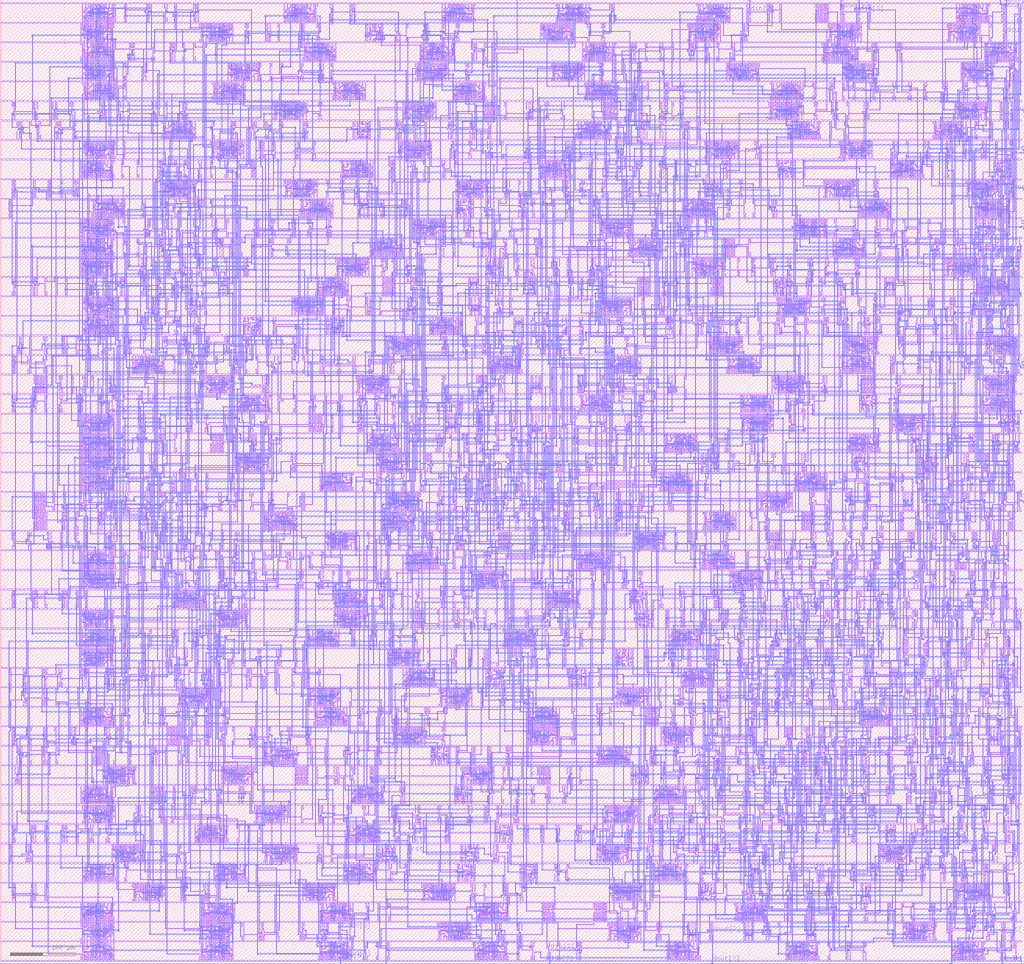
<source format=lef>
VERSION 5.3 ;
   NAMESCASESENSITIVE ON ;
   NOWIREEXTENSIONATPIN ON ;
   DIVIDERCHAR "/" ;
   BUSBITCHARS "[]" ;
UNITS
   DATABASE MICRONS 1000 ;
END UNITS

MACRO FIR
   CLASS BLOCK ;
   FOREIGN FIR ;
   ORIGIN -1.2000 3.4500 ;
   SIZE 1571.5500 BY 1479.9000 ;
   PIN clk
      PORT
         LAYER metal1 ;
	    RECT 762.6000 1395.4501 763.8000 1395.6000 ;
	    RECT 793.8000 1395.4501 795.0000 1395.6000 ;
	    RECT 762.6000 1394.5500 795.0000 1395.4501 ;
	    RECT 762.6000 1394.4000 763.8000 1394.5500 ;
	    RECT 793.8000 1394.4000 795.0000 1394.5500 ;
	    RECT 762.6000 1301.4000 763.8000 1302.6000 ;
	    RECT 1108.2001 1100.4000 1109.4000 1101.6000 ;
	    RECT 606.6000 1041.4501 607.8000 1041.6000 ;
	    RECT 630.6000 1041.4501 631.8000 1041.6000 ;
	    RECT 606.6000 1040.5500 631.8000 1041.4501 ;
	    RECT 606.6000 1040.4000 607.8000 1040.5500 ;
	    RECT 630.6000 1040.4000 631.8000 1040.5500 ;
	    RECT 1041.0000 1041.4501 1042.2001 1041.6000 ;
	    RECT 1091.4000 1041.4501 1092.6000 1041.6000 ;
	    RECT 1041.0000 1040.5500 1092.6000 1041.4501 ;
	    RECT 1041.0000 1040.4000 1042.2001 1040.5500 ;
	    RECT 1091.4000 1040.4000 1092.6000 1040.5500 ;
	    RECT 630.6000 756.4500 631.8000 756.6000 ;
	    RECT 649.8000 756.4500 651.0000 756.6000 ;
	    RECT 630.6000 755.5500 651.0000 756.4500 ;
	    RECT 630.6000 755.4000 631.8000 755.5500 ;
	    RECT 649.8000 755.4000 651.0000 755.5500 ;
	    RECT 625.8000 522.4500 627.0000 522.6000 ;
	    RECT 630.6000 522.4500 631.8000 522.6000 ;
	    RECT 625.8000 521.5500 631.8000 522.4500 ;
	    RECT 625.8000 521.4000 627.0000 521.5500 ;
	    RECT 630.6000 521.4000 631.8000 521.5500 ;
	    RECT 1009.8000 380.4000 1011.0000 381.6000 ;
	    RECT 472.2000 281.4000 473.4000 282.6000 ;
	    RECT 801.0000 282.4500 802.2000 282.6000 ;
	    RECT 815.4000 282.4500 816.6000 282.6000 ;
	    RECT 825.0000 282.4500 826.2000 282.6000 ;
	    RECT 801.0000 281.5500 826.2000 282.4500 ;
	    RECT 801.0000 281.4000 802.2000 281.5500 ;
	    RECT 815.4000 281.4000 816.6000 281.5500 ;
	    RECT 825.0000 281.4000 826.2000 281.5500 ;
         LAYER metal2 ;
	    RECT 793.9500 1395.6000 794.8500 1476.4501 ;
	    RECT 762.6000 1394.4000 763.8000 1395.6000 ;
	    RECT 793.8000 1394.4000 795.0000 1395.6000 ;
	    RECT 762.7500 1302.6000 763.6500 1394.4000 ;
	    RECT 762.6000 1301.4000 763.8000 1302.6000 ;
	    RECT 762.7500 1212.6000 763.6500 1301.4000 ;
	    RECT 630.6000 1211.4000 631.8000 1212.6000 ;
	    RECT 762.6000 1211.4000 763.8000 1212.6000 ;
	    RECT 810.6000 1211.4000 811.8000 1212.6000 ;
	    RECT 630.7500 1041.6000 631.6500 1211.4000 ;
	    RECT 810.7500 1044.6000 811.6500 1211.4000 ;
	    RECT 1108.2001 1100.4000 1109.4000 1101.6000 ;
	    RECT 1108.3500 1050.6000 1109.2500 1100.4000 ;
	    RECT 1091.4000 1049.4000 1092.6000 1050.6000 ;
	    RECT 1108.2001 1049.4000 1109.4000 1050.6000 ;
	    RECT 810.6000 1043.4000 811.8000 1044.6000 ;
	    RECT 1041.0000 1043.4000 1042.2001 1044.6000 ;
	    RECT 1041.1500 1041.6000 1042.0500 1043.4000 ;
	    RECT 1091.5500 1041.6000 1092.4501 1049.4000 ;
	    RECT 630.6000 1040.4000 631.8000 1041.6000 ;
	    RECT 1041.0000 1040.4000 1042.2001 1041.6000 ;
	    RECT 1091.4000 1040.4000 1092.6000 1041.6000 ;
	    RECT 630.7500 1032.6000 631.6500 1040.4000 ;
	    RECT 630.6000 1031.4000 631.8000 1032.6000 ;
	    RECT 649.8000 1031.4000 651.0000 1032.6000 ;
	    RECT 649.9500 756.6000 650.8500 1031.4000 ;
	    RECT 630.6000 755.4000 631.8000 756.6000 ;
	    RECT 649.8000 755.4000 651.0000 756.6000 ;
	    RECT 630.7500 684.6000 631.6500 755.4000 ;
	    RECT 625.8000 683.4000 627.0000 684.6000 ;
	    RECT 630.6000 683.4000 631.8000 684.6000 ;
	    RECT 625.9500 522.6000 626.8500 683.4000 ;
	    RECT 625.8000 521.4000 627.0000 522.6000 ;
	    RECT 625.9500 516.6000 626.8500 521.4000 ;
	    RECT 472.2000 515.4000 473.4000 516.6000 ;
	    RECT 625.8000 515.4000 627.0000 516.6000 ;
	    RECT 472.3500 312.6000 473.2500 515.4000 ;
	    RECT 1009.8000 380.4000 1011.0000 381.6000 ;
	    RECT 1009.9500 372.6000 1010.8500 380.4000 ;
	    RECT 815.4000 371.4000 816.6000 372.6000 ;
	    RECT 1009.8000 371.4000 1011.0000 372.6000 ;
	    RECT 472.2000 311.4000 473.4000 312.6000 ;
	    RECT 801.0000 311.4000 802.2000 312.6000 ;
	    RECT 472.3500 282.6000 473.2500 311.4000 ;
	    RECT 801.1500 282.6000 802.0500 311.4000 ;
	    RECT 815.5500 282.6000 816.4500 371.4000 ;
	    RECT 472.2000 281.4000 473.4000 282.6000 ;
	    RECT 801.0000 281.4000 802.2000 282.6000 ;
	    RECT 815.4000 281.4000 816.6000 282.6000 ;
         LAYER metal3 ;
	    RECT 630.3000 1212.7500 632.1000 1212.9000 ;
	    RECT 762.3000 1212.7500 764.1000 1212.9000 ;
	    RECT 810.3000 1212.7500 812.1000 1212.9000 ;
	    RECT 630.3000 1211.2500 812.1000 1212.7500 ;
	    RECT 630.3000 1211.1000 632.1000 1211.2500 ;
	    RECT 762.3000 1211.1000 764.1000 1211.2500 ;
	    RECT 810.3000 1211.1000 812.1000 1211.2500 ;
	    RECT 1091.1000 1050.7500 1092.9000 1050.9000 ;
	    RECT 1107.9000 1050.7500 1109.7001 1050.9000 ;
	    RECT 1091.1000 1049.2500 1109.7001 1050.7500 ;
	    RECT 1091.1000 1049.1000 1092.9000 1049.2500 ;
	    RECT 1107.9000 1049.1000 1109.7001 1049.2500 ;
	    RECT 810.3000 1044.7500 812.1000 1044.9000 ;
	    RECT 1040.7001 1044.7500 1042.5000 1044.9000 ;
	    RECT 810.3000 1043.2500 1042.5000 1044.7500 ;
	    RECT 810.3000 1043.1000 812.1000 1043.2500 ;
	    RECT 1040.7001 1043.1000 1042.5000 1043.2500 ;
	    RECT 630.3000 1032.7500 632.1000 1032.9000 ;
	    RECT 649.5000 1032.7500 651.3000 1032.9000 ;
	    RECT 630.3000 1031.2500 651.3000 1032.7500 ;
	    RECT 630.3000 1031.1000 632.1000 1031.2500 ;
	    RECT 649.5000 1031.1000 651.3000 1031.2500 ;
	    RECT 625.5000 684.7500 627.3000 684.9000 ;
	    RECT 630.3000 684.7500 632.1000 684.9000 ;
	    RECT 625.5000 683.2500 632.1000 684.7500 ;
	    RECT 625.5000 683.1000 627.3000 683.2500 ;
	    RECT 630.3000 683.1000 632.1000 683.2500 ;
	    RECT 471.9000 516.7500 473.7000 516.9000 ;
	    RECT 625.5000 516.7500 627.3000 516.9000 ;
	    RECT 471.9000 515.2500 627.3000 516.7500 ;
	    RECT 471.9000 515.1000 473.7000 515.2500 ;
	    RECT 625.5000 515.1000 627.3000 515.2500 ;
	    RECT 815.1000 372.7500 816.9000 372.9000 ;
	    RECT 1009.5000 372.7500 1011.3000 372.9000 ;
	    RECT 815.1000 371.2500 1011.3000 372.7500 ;
	    RECT 815.1000 371.1000 816.9000 371.2500 ;
	    RECT 1009.5000 371.1000 1011.3000 371.2500 ;
	    RECT 471.9000 312.7500 473.7000 312.9000 ;
	    RECT 800.7000 312.7500 802.5000 312.9000 ;
	    RECT 471.9000 311.2500 802.5000 312.7500 ;
	    RECT 471.9000 311.1000 473.7000 311.2500 ;
	    RECT 800.7000 311.1000 802.5000 311.2500 ;
      END
   END clk
   PIN rst
      PORT
         LAYER metal1 ;
	    RECT 462.6000 704.4000 463.8000 705.6000 ;
	    RECT 462.6000 651.4500 463.8000 651.6000 ;
	    RECT 469.8000 651.4500 471.0000 651.6000 ;
	    RECT 462.6000 650.5500 471.0000 651.4500 ;
	    RECT 462.6000 650.4000 463.8000 650.5500 ;
	    RECT 469.8000 650.4000 471.0000 650.5500 ;
	    RECT 544.2000 497.4000 545.4000 498.6000 ;
	    RECT 597.0000 497.4000 598.2000 498.6000 ;
	    RECT 465.0000 438.4500 466.2000 438.6000 ;
	    RECT 469.8000 438.4500 471.0000 438.6000 ;
	    RECT 465.0000 437.5500 471.0000 438.4500 ;
	    RECT 465.0000 437.4000 466.2000 437.5500 ;
	    RECT 469.8000 437.4000 471.0000 437.5500 ;
	    RECT 503.4000 317.4000 504.6000 318.6000 ;
	    RECT 630.6000 164.4000 631.8000 165.6000 ;
         LAYER metal2 ;
	    RECT 462.6000 704.4000 463.8000 705.6000 ;
	    RECT 462.7500 651.6000 463.6500 704.4000 ;
	    RECT 462.6000 650.4000 463.8000 651.6000 ;
	    RECT 469.8000 650.4000 471.0000 651.6000 ;
	    RECT 469.9500 486.6000 470.8500 650.4000 ;
	    RECT 544.2000 497.4000 545.4000 498.6000 ;
	    RECT 597.0000 497.4000 598.2000 498.6000 ;
	    RECT 544.3500 486.6000 545.2500 497.4000 ;
	    RECT 597.1500 486.6000 598.0500 497.4000 ;
	    RECT 465.0000 485.4000 466.2000 486.6000 ;
	    RECT 469.8000 485.4000 471.0000 486.6000 ;
	    RECT 544.2000 485.4000 545.4000 486.6000 ;
	    RECT 597.0000 485.4000 598.2000 486.6000 ;
	    RECT 465.1500 438.6000 466.0500 485.4000 ;
	    RECT 465.0000 437.4000 466.2000 438.6000 ;
	    RECT 465.1500 360.6000 466.0500 437.4000 ;
	    RECT 465.0000 359.4000 466.2000 360.6000 ;
	    RECT 503.4000 359.4000 504.6000 360.6000 ;
	    RECT 503.5500 318.6000 504.4500 359.4000 ;
	    RECT 503.4000 317.4000 504.6000 318.6000 ;
	    RECT 503.5500 180.6000 504.4500 317.4000 ;
	    RECT 503.4000 179.4000 504.6000 180.6000 ;
	    RECT 592.2000 179.4000 593.4000 180.6000 ;
	    RECT 630.6000 179.4000 631.8000 180.6000 ;
	    RECT 592.3500 -3.4500 593.2500 179.4000 ;
	    RECT 630.7500 165.6000 631.6500 179.4000 ;
	    RECT 630.6000 164.4000 631.8000 165.6000 ;
         LAYER metal3 ;
	    RECT 464.7000 486.7500 466.5000 486.9000 ;
	    RECT 469.5000 486.7500 471.3000 486.9000 ;
	    RECT 543.9000 486.7500 545.7000 486.9000 ;
	    RECT 596.7000 486.7500 598.5000 486.9000 ;
	    RECT 464.7000 485.2500 598.5000 486.7500 ;
	    RECT 464.7000 485.1000 466.5000 485.2500 ;
	    RECT 469.5000 485.1000 471.3000 485.2500 ;
	    RECT 543.9000 485.1000 545.7000 485.2500 ;
	    RECT 596.7000 485.1000 598.5000 485.2500 ;
	    RECT 464.7000 360.7500 466.5000 360.9000 ;
	    RECT 503.1000 360.7500 504.9000 360.9000 ;
	    RECT 464.7000 359.2500 504.9000 360.7500 ;
	    RECT 464.7000 359.1000 466.5000 359.2500 ;
	    RECT 503.1000 359.1000 504.9000 359.2500 ;
	    RECT 503.1000 180.7500 504.9000 180.9000 ;
	    RECT 591.9000 180.7500 593.7000 180.9000 ;
	    RECT 630.3000 180.7500 632.1000 180.9000 ;
	    RECT 503.1000 179.2500 632.1000 180.7500 ;
	    RECT 503.1000 179.1000 504.9000 179.2500 ;
	    RECT 591.9000 179.1000 593.7000 179.2500 ;
	    RECT 630.3000 179.1000 632.1000 179.2500 ;
      END
   END rst
   PIN din[0]
      PORT
         LAYER metal1 ;
	    RECT 1554.6000 1242.4501 1555.8000 1242.6000 ;
	    RECT 1566.6000 1242.4501 1567.8000 1242.6000 ;
	    RECT 1554.6000 1241.5500 1567.8000 1242.4501 ;
	    RECT 1554.6000 1241.4000 1555.8000 1241.5500 ;
	    RECT 1566.6000 1241.4000 1567.8000 1241.5500 ;
         LAYER metal2 ;
	    RECT 1566.6000 1241.4000 1567.8000 1242.6000 ;
         LAYER metal3 ;
	    RECT 1566.3000 1242.7500 1568.1000 1242.9000 ;
	    RECT 1571.2500 1242.7500 1572.7500 1245.7500 ;
	    RECT 1566.3000 1241.2500 1572.7500 1242.7500 ;
	    RECT 1566.3000 1241.1000 1568.1000 1241.2500 ;
      END
   END din[0]
   PIN din[1]
      PORT
         LAYER metal1 ;
	    RECT 1564.2001 915.4500 1565.4000 915.6000 ;
	    RECT 1566.6000 915.4500 1567.8000 915.6000 ;
	    RECT 1564.2001 914.5500 1567.8000 915.4500 ;
	    RECT 1564.2001 914.4000 1565.4000 914.5500 ;
	    RECT 1566.6000 914.4000 1567.8000 914.5500 ;
         LAYER metal2 ;
	    RECT 1566.6000 914.4000 1567.8000 915.6000 ;
	    RECT 1566.7500 912.6000 1567.6500 914.4000 ;
	    RECT 1566.6000 911.4000 1567.8000 912.6000 ;
         LAYER metal3 ;
	    RECT 1566.3000 912.7500 1568.1000 912.9000 ;
	    RECT 1571.2500 912.7500 1572.7500 915.7500 ;
	    RECT 1566.3000 911.2500 1572.7500 912.7500 ;
	    RECT 1566.3000 911.1000 1568.1000 911.2500 ;
      END
   END din[1]
   PIN din[2]
      PORT
         LAYER metal1 ;
	    RECT 1151.4000 1454.4000 1152.6000 1455.6000 ;
         LAYER metal2 ;
	    RECT 1149.1500 1475.5500 1152.4501 1476.4501 ;
	    RECT 1151.5500 1455.6000 1152.4501 1475.5500 ;
	    RECT 1151.4000 1454.4000 1152.6000 1455.6000 ;
      END
   END din[2]
   PIN din[3]
      PORT
         LAYER metal1 ;
	    RECT 1319.4000 1454.4000 1320.6000 1455.6000 ;
         LAYER metal2 ;
	    RECT 1317.1500 1475.5500 1320.4501 1476.4501 ;
	    RECT 1319.5500 1455.6000 1320.4501 1475.5500 ;
	    RECT 1319.4000 1454.4000 1320.6000 1455.6000 ;
      END
   END din[3]
   PIN din[4]
      PORT
         LAYER metal1 ;
	    RECT 1547.4000 1128.4501 1548.6000 1128.6000 ;
	    RECT 1566.6000 1128.4501 1567.8000 1128.6000 ;
	    RECT 1547.4000 1127.5500 1567.8000 1128.4501 ;
	    RECT 1547.4000 1127.4000 1548.6000 1127.5500 ;
	    RECT 1566.6000 1127.4000 1567.8000 1127.5500 ;
         LAYER metal2 ;
	    RECT 1566.6000 1127.4000 1567.8000 1128.6000 ;
         LAYER metal3 ;
	    RECT 1566.3000 1128.7500 1568.1000 1128.9000 ;
	    RECT 1566.3000 1127.2500 1572.7500 1128.7500 ;
	    RECT 1566.3000 1127.1000 1568.1000 1127.2500 ;
	    RECT 1571.2500 1124.2500 1572.7500 1127.2500 ;
      END
   END din[4]
   PIN din[5]
      PORT
         LAYER metal1 ;
	    RECT 525.0000 48.4500 526.2000 48.6000 ;
	    RECT 532.2000 48.4500 533.4000 48.6000 ;
	    RECT 525.0000 47.5500 533.4000 48.4500 ;
	    RECT 525.0000 47.4000 526.2000 47.5500 ;
	    RECT 532.2000 47.4000 533.4000 47.5500 ;
         LAYER metal2 ;
	    RECT 532.2000 47.4000 533.4000 48.6000 ;
	    RECT 532.3500 6.6000 533.2500 47.4000 ;
	    RECT 522.6000 5.4000 523.8000 6.6000 ;
	    RECT 532.2000 5.4000 533.4000 6.6000 ;
	    RECT 522.7500 -3.4500 523.6500 5.4000 ;
         LAYER metal3 ;
	    RECT 522.3000 6.7500 524.1000 6.9000 ;
	    RECT 531.9000 6.7500 533.7000 6.9000 ;
	    RECT 522.3000 5.2500 533.7000 6.7500 ;
	    RECT 522.3000 5.1000 524.1000 5.2500 ;
	    RECT 531.9000 5.1000 533.7000 5.2500 ;
      END
   END din[5]
   PIN din[6]
      PORT
         LAYER metal1 ;
	    RECT 1566.6000 707.4000 1567.8000 708.6000 ;
         LAYER metal2 ;
	    RECT 1566.6000 707.4000 1567.8000 708.6000 ;
         LAYER metal3 ;
	    RECT 1566.3000 708.7500 1568.1000 708.9000 ;
	    RECT 1566.3000 707.2500 1572.7500 708.7500 ;
	    RECT 1566.3000 707.1000 1568.1000 707.2500 ;
	    RECT 1571.2500 704.2500 1572.7500 707.2500 ;
      END
   END din[6]
   PIN din[7]
      PORT
         LAYER metal1 ;
	    RECT 844.2000 14.4000 845.4000 15.6000 ;
         LAYER metal2 ;
	    RECT 844.2000 14.4000 845.4000 15.6000 ;
	    RECT 844.3500 -2.5500 845.2500 14.4000 ;
	    RECT 841.9500 -3.4500 845.2500 -2.5500 ;
      END
   END din[7]
   PIN dout[0]
      PORT
         LAYER metal1 ;
	    RECT 1290.6000 1460.4000 1291.8000 1461.6000 ;
         LAYER metal2 ;
	    RECT 1290.7500 1475.5500 1294.0500 1476.4501 ;
	    RECT 1290.7500 1461.6000 1291.6500 1475.5500 ;
	    RECT 1290.6000 1460.4000 1291.8000 1461.6000 ;
      END
   END dout[0]
   PIN dout[1]
      PORT
         LAYER metal1 ;
	    RECT 1537.8000 41.4000 1539.0000 42.6000 ;
         LAYER metal2 ;
	    RECT 1537.8000 41.4000 1539.0000 42.6000 ;
	    RECT 1537.9501 -2.5500 1538.8500 41.4000 ;
	    RECT 1537.9501 -3.4500 1541.2500 -2.5500 ;
      END
   END dout[1]
   PIN dout[2]
      PORT
         LAYER metal1 ;
	    RECT 1093.8000 41.4000 1095.0000 42.6000 ;
         LAYER metal2 ;
	    RECT 1093.8000 41.4000 1095.0000 42.6000 ;
	    RECT 1093.9501 -2.5500 1094.8500 41.4000 ;
	    RECT 1091.5500 -3.4500 1094.8500 -2.5500 ;
      END
   END dout[2]
   PIN dout[3]
      PORT
         LAYER metal1 ;
	    RECT 1552.2001 1181.4000 1553.4000 1182.6000 ;
         LAYER metal2 ;
	    RECT 1552.2001 1187.4000 1553.4000 1188.6000 ;
	    RECT 1552.3500 1182.6000 1553.2500 1187.4000 ;
	    RECT 1552.2001 1181.4000 1553.4000 1182.6000 ;
         LAYER metal3 ;
	    RECT 1551.9000 1188.7500 1553.7001 1188.9000 ;
	    RECT 1551.9000 1187.2500 1572.7500 1188.7500 ;
	    RECT 1551.9000 1187.1000 1553.7001 1187.2500 ;
	    RECT 1571.2500 1184.2500 1572.7500 1187.2500 ;
      END
   END dout[3]
   PIN dout[4]
      PORT
         LAYER metal1 ;
	    RECT 1540.2001 1302.4501 1541.4000 1302.6000 ;
	    RECT 1552.2001 1302.4501 1553.4000 1302.6000 ;
	    RECT 1540.2001 1301.5500 1553.4000 1302.4501 ;
	    RECT 1540.2001 1301.4000 1541.4000 1301.5500 ;
	    RECT 1552.2001 1301.4000 1553.4000 1301.5500 ;
         LAYER metal2 ;
	    RECT 1552.2001 1307.4000 1553.4000 1308.6000 ;
	    RECT 1552.3500 1302.6000 1553.2500 1307.4000 ;
	    RECT 1552.2001 1301.4000 1553.4000 1302.6000 ;
         LAYER metal3 ;
	    RECT 1551.9000 1308.7500 1553.7001 1308.9000 ;
	    RECT 1551.9000 1307.2500 1572.7500 1308.7500 ;
	    RECT 1551.9000 1307.1000 1553.7001 1307.2500 ;
	    RECT 1571.2500 1304.2500 1572.7500 1307.2500 ;
      END
   END dout[4]
   PIN dout[5]
      PORT
         LAYER metal1 ;
	    RECT 1545.0000 1421.4000 1546.2001 1422.6000 ;
         LAYER metal2 ;
	    RECT 1542.7500 1475.5500 1546.0500 1476.4501 ;
	    RECT 1545.1500 1422.6000 1546.0500 1475.5500 ;
	    RECT 1545.0000 1421.4000 1546.2001 1422.6000 ;
      END
   END dout[5]
   PIN dout[6]
      PORT
         LAYER metal1 ;
	    RECT 1542.6000 1460.4000 1543.8000 1461.6000 ;
         LAYER metal2 ;
	    RECT 1535.5500 1470.6000 1536.4501 1476.4501 ;
	    RECT 1535.4000 1469.4000 1536.6000 1470.6000 ;
	    RECT 1542.6000 1469.4000 1543.8000 1470.6000 ;
	    RECT 1542.7500 1461.6000 1543.6500 1469.4000 ;
	    RECT 1542.6000 1460.4000 1543.8000 1461.6000 ;
         LAYER metal3 ;
	    RECT 1535.1000 1470.7500 1536.9000 1470.9000 ;
	    RECT 1542.3000 1470.7500 1544.1000 1470.9000 ;
	    RECT 1535.1000 1469.2500 1544.1000 1470.7500 ;
	    RECT 1535.1000 1469.1000 1536.9000 1469.2500 ;
	    RECT 1542.3000 1469.1000 1544.1000 1469.2500 ;
      END
   END dout[6]
   PIN dout[7]
      PORT
         LAYER metal1 ;
	    RECT 1461.0000 41.4000 1462.2001 42.6000 ;
         LAYER metal2 ;
	    RECT 1461.0000 41.4000 1462.2001 42.6000 ;
	    RECT 1461.1500 -2.5500 1462.0500 41.4000 ;
	    RECT 1458.7500 -3.4500 1462.0500 -2.5500 ;
      END
   END dout[7]
   OBS
         LAYER metal1 ;
	    RECT 1.2000 1470.6000 1569.0000 1472.4000 ;
	    RECT 126.6000 1460.7001 127.8000 1469.7001 ;
	    RECT 131.4000 1463.7001 132.6000 1469.7001 ;
	    RECT 136.2000 1464.9000 137.4000 1469.7001 ;
	    RECT 138.6000 1465.5000 139.8000 1469.7001 ;
	    RECT 141.0000 1465.5000 142.2000 1469.7001 ;
	    RECT 143.4000 1465.5000 144.6000 1469.7001 ;
	    RECT 145.8000 1466.7001 147.0000 1469.7001 ;
	    RECT 148.2000 1465.5000 149.4000 1469.7001 ;
	    RECT 150.6000 1466.7001 151.8000 1469.7001 ;
	    RECT 153.0000 1465.5000 154.2000 1469.7001 ;
	    RECT 155.4000 1465.5000 156.6000 1469.7001 ;
	    RECT 157.8000 1465.5000 159.0000 1469.7001 ;
	    RECT 160.2000 1465.5000 161.4000 1469.7001 ;
	    RECT 133.5000 1463.7001 137.4000 1464.9000 ;
	    RECT 162.6000 1464.9000 163.8000 1469.7001 ;
	    RECT 142.5000 1463.7001 149.4000 1464.6000 ;
	    RECT 133.5000 1462.8000 134.7000 1463.7001 ;
	    RECT 130.2000 1461.6000 134.7000 1462.8000 ;
	    RECT 126.6000 1459.5000 139.8000 1460.7001 ;
	    RECT 142.5000 1460.1000 143.7000 1463.7001 ;
	    RECT 148.2000 1463.4000 149.4000 1463.7001 ;
	    RECT 150.6000 1463.4000 151.8000 1464.6000 ;
	    RECT 152.7000 1463.4000 153.0000 1464.6000 ;
	    RECT 157.5000 1463.4000 159.0000 1464.6000 ;
	    RECT 162.6000 1463.7001 166.2000 1464.9000 ;
	    RECT 167.4000 1463.7001 168.6000 1469.7001 ;
	    RECT 145.8000 1462.5000 147.0000 1462.8000 ;
	    RECT 148.2000 1462.2001 149.4000 1462.5000 ;
	    RECT 145.8000 1460.4000 147.0000 1461.6000 ;
	    RECT 148.2000 1461.3000 154.8000 1462.2001 ;
	    RECT 153.6000 1461.0000 154.8000 1461.3000 ;
	    RECT 126.6000 1451.1000 127.8000 1459.5000 ;
	    RECT 140.7000 1458.9000 143.7000 1460.1000 ;
	    RECT 149.4000 1458.9000 154.2000 1460.1000 ;
	    RECT 157.8000 1459.2001 159.0000 1463.4000 ;
	    RECT 165.0000 1462.8000 166.2000 1463.7001 ;
	    RECT 165.0000 1461.9000 167.7000 1462.8000 ;
	    RECT 166.5000 1460.1000 167.7000 1461.9000 ;
	    RECT 172.2000 1461.9000 173.4000 1469.7001 ;
	    RECT 174.6000 1464.0000 175.8000 1469.7001 ;
	    RECT 177.0000 1466.7001 178.2000 1469.7001 ;
	    RECT 191.4000 1466.7001 192.6000 1469.7001 ;
	    RECT 191.4000 1465.5000 192.6000 1465.8000 ;
	    RECT 177.0000 1464.4501 178.2000 1464.6000 ;
	    RECT 191.4000 1464.4501 192.6000 1464.6000 ;
	    RECT 174.6000 1462.8000 176.1000 1464.0000 ;
	    RECT 177.0000 1463.5500 192.6000 1464.4501 ;
	    RECT 177.0000 1463.4000 178.2000 1463.5500 ;
	    RECT 191.4000 1463.4000 192.6000 1463.5500 ;
	    RECT 172.2000 1461.0000 174.0000 1461.9000 ;
	    RECT 166.5000 1458.9000 172.2000 1460.1000 ;
	    RECT 128.7000 1458.0000 129.9000 1458.3000 ;
	    RECT 128.7000 1457.1000 135.3000 1458.0000 ;
	    RECT 136.2000 1457.4000 137.4000 1458.6000 ;
	    RECT 162.6000 1458.0000 163.8000 1458.9000 ;
	    RECT 173.1000 1458.0000 174.0000 1461.0000 ;
	    RECT 138.3000 1457.1000 163.8000 1458.0000 ;
	    RECT 172.8000 1457.1000 174.0000 1458.0000 ;
	    RECT 170.7000 1456.2001 171.9000 1456.5000 ;
	    RECT 131.4000 1454.4000 132.6000 1455.6000 ;
	    RECT 133.5000 1455.3000 171.9000 1456.2001 ;
	    RECT 136.5000 1455.0000 137.7000 1455.3000 ;
	    RECT 172.8000 1454.4000 173.7000 1457.1000 ;
	    RECT 174.9000 1456.2001 176.1000 1462.8000 ;
	    RECT 193.8000 1462.5000 195.0000 1469.7001 ;
	    RECT 225.0000 1463.7001 226.2000 1469.7001 ;
	    RECT 227.4000 1464.0000 228.6000 1469.7001 ;
	    RECT 229.8000 1464.9000 231.0000 1469.7001 ;
	    RECT 232.2000 1464.0000 233.4000 1469.7001 ;
	    RECT 227.4000 1463.7001 233.4000 1464.0000 ;
	    RECT 252.3000 1464.6000 253.5000 1469.7001 ;
	    RECT 252.3000 1463.7001 255.0000 1464.6000 ;
	    RECT 256.2000 1463.7001 257.4000 1469.7001 ;
	    RECT 268.2000 1466.7001 269.4000 1469.7001 ;
	    RECT 268.2000 1465.5000 269.4000 1465.8000 ;
	    RECT 225.3000 1462.5000 226.2000 1463.7001 ;
	    RECT 227.7000 1463.1000 233.1000 1463.7001 ;
	    RECT 193.8000 1461.4501 195.0000 1461.6000 ;
	    RECT 222.6000 1461.4501 223.8000 1461.6000 ;
	    RECT 193.8000 1460.5500 223.8000 1461.4501 ;
	    RECT 193.8000 1460.4000 195.0000 1460.5500 ;
	    RECT 222.6000 1460.4000 223.8000 1460.5500 ;
	    RECT 225.0000 1460.4000 226.2000 1461.6000 ;
	    RECT 227.1000 1460.4000 228.9000 1461.6000 ;
	    RECT 231.0000 1460.7001 231.3000 1462.2001 ;
	    RECT 232.2000 1460.4000 233.4000 1461.6000 ;
	    RECT 141.0000 1454.1000 142.2000 1454.4000 ;
	    RECT 134.1000 1453.5000 142.2000 1454.1000 ;
	    RECT 132.9000 1453.2001 142.2000 1453.5000 ;
	    RECT 143.7000 1453.5000 156.6000 1454.4000 ;
	    RECT 129.0000 1452.0000 131.4000 1453.2001 ;
	    RECT 132.9000 1452.3000 135.0000 1453.2001 ;
	    RECT 143.7000 1452.3000 144.6000 1453.5000 ;
	    RECT 155.4000 1453.2001 156.6000 1453.5000 ;
	    RECT 160.2000 1453.5000 173.7000 1454.4000 ;
	    RECT 174.6000 1455.0000 176.1000 1456.2001 ;
	    RECT 174.6000 1453.5000 175.8000 1455.0000 ;
	    RECT 160.2000 1453.2001 161.4000 1453.5000 ;
	    RECT 130.5000 1451.4000 131.4000 1452.0000 ;
	    RECT 135.9000 1451.4000 144.6000 1452.3000 ;
	    RECT 145.5000 1451.4000 149.4000 1452.6000 ;
	    RECT 126.6000 1450.2001 129.6000 1451.1000 ;
	    RECT 130.5000 1450.2001 136.8000 1451.4000 ;
	    RECT 128.7000 1449.3000 129.6000 1450.2001 ;
	    RECT 126.6000 1443.3000 127.8000 1449.3000 ;
	    RECT 128.7000 1448.4000 130.2000 1449.3000 ;
	    RECT 129.0000 1443.3000 130.2000 1448.4000 ;
	    RECT 131.4000 1442.4000 132.6000 1449.3000 ;
	    RECT 133.8000 1443.3000 135.0000 1450.2001 ;
	    RECT 136.2000 1443.3000 137.4000 1449.3000 ;
	    RECT 138.6000 1443.3000 139.8000 1447.5000 ;
	    RECT 141.0000 1443.3000 142.2000 1447.5000 ;
	    RECT 143.4000 1443.3000 144.6000 1450.5000 ;
	    RECT 145.8000 1443.3000 147.0000 1449.3000 ;
	    RECT 148.2000 1443.3000 149.4000 1450.5000 ;
	    RECT 150.6000 1443.3000 151.8000 1449.3000 ;
	    RECT 153.0000 1443.3000 154.2000 1452.6000 ;
	    RECT 165.0000 1451.4000 168.9000 1452.6000 ;
	    RECT 157.8000 1450.2001 164.1000 1451.4000 ;
	    RECT 155.4000 1443.3000 156.6000 1447.5000 ;
	    RECT 157.8000 1443.3000 159.0000 1447.5000 ;
	    RECT 160.2000 1443.3000 161.4000 1447.5000 ;
	    RECT 162.6000 1443.3000 163.8000 1449.3000 ;
	    RECT 165.0000 1443.3000 166.2000 1451.4000 ;
	    RECT 172.8000 1451.1000 173.7000 1453.5000 ;
	    RECT 174.6000 1452.4501 175.8000 1452.6000 ;
	    RECT 177.0000 1452.4501 178.2000 1452.6000 ;
	    RECT 174.6000 1451.5500 178.2000 1452.4501 ;
	    RECT 174.6000 1451.4000 175.8000 1451.5500 ;
	    RECT 177.0000 1451.4000 178.2000 1451.5500 ;
	    RECT 169.8000 1450.2001 173.7000 1451.1000 ;
	    RECT 167.4000 1443.3000 168.6000 1449.3000 ;
	    RECT 169.8000 1443.3000 171.0000 1450.2001 ;
	    RECT 172.2000 1443.3000 173.4000 1449.3000 ;
	    RECT 174.6000 1443.3000 175.8000 1450.5000 ;
	    RECT 177.0000 1443.3000 178.2000 1449.3000 ;
	    RECT 191.4000 1443.3000 192.6000 1449.3000 ;
	    RECT 193.8000 1443.3000 195.0000 1459.5000 ;
	    RECT 225.0000 1454.4000 226.2000 1455.6000 ;
	    RECT 228.0000 1455.3000 228.9000 1460.4000 ;
	    RECT 229.8000 1459.5000 231.0000 1459.8000 ;
	    RECT 253.8000 1459.5000 255.0000 1463.7001 ;
	    RECT 268.2000 1463.4000 269.4000 1464.6000 ;
	    RECT 256.2000 1462.5000 257.4000 1462.8000 ;
	    RECT 270.6000 1462.5000 271.8000 1469.7001 ;
	    RECT 297.0000 1463.7001 298.2000 1469.7001 ;
	    RECT 299.4000 1464.0000 300.6000 1469.7001 ;
	    RECT 301.8000 1464.9000 303.0000 1469.7001 ;
	    RECT 304.2000 1464.0000 305.4000 1469.7001 ;
	    RECT 299.4000 1463.7001 305.4000 1464.0000 ;
	    RECT 297.3000 1462.5000 298.2000 1463.7001 ;
	    RECT 299.7000 1463.1000 305.1000 1463.7001 ;
	    RECT 256.2000 1460.4000 257.4000 1461.6000 ;
	    RECT 270.6000 1461.4501 271.8000 1461.6000 ;
	    RECT 294.6000 1461.4501 295.8000 1461.6000 ;
	    RECT 270.6000 1460.5500 295.8000 1461.4501 ;
	    RECT 270.6000 1460.4000 271.8000 1460.5500 ;
	    RECT 294.6000 1460.4000 295.8000 1460.5500 ;
	    RECT 297.0000 1460.4000 298.2000 1461.6000 ;
	    RECT 299.1000 1460.4000 300.9000 1461.6000 ;
	    RECT 303.0000 1460.7001 303.3000 1462.2001 ;
	    RECT 304.2000 1461.4501 305.4000 1461.6000 ;
	    RECT 385.8000 1461.4501 387.0000 1461.6000 ;
	    RECT 304.2000 1460.5500 387.0000 1461.4501 ;
	    RECT 304.2000 1460.4000 305.4000 1460.5500 ;
	    RECT 385.8000 1460.4000 387.0000 1460.5500 ;
	    RECT 436.2000 1460.7001 437.4000 1469.7001 ;
	    RECT 441.0000 1463.7001 442.2000 1469.7001 ;
	    RECT 445.8000 1464.9000 447.0000 1469.7001 ;
	    RECT 448.2000 1465.5000 449.4000 1469.7001 ;
	    RECT 450.6000 1465.5000 451.8000 1469.7001 ;
	    RECT 453.0000 1465.5000 454.2000 1469.7001 ;
	    RECT 455.4000 1466.7001 456.6000 1469.7001 ;
	    RECT 457.8000 1465.5000 459.0000 1469.7001 ;
	    RECT 460.2000 1466.7001 461.4000 1469.7001 ;
	    RECT 462.6000 1465.5000 463.8000 1469.7001 ;
	    RECT 465.0000 1465.5000 466.2000 1469.7001 ;
	    RECT 467.4000 1465.5000 468.6000 1469.7001 ;
	    RECT 469.8000 1465.5000 471.0000 1469.7001 ;
	    RECT 443.1000 1463.7001 447.0000 1464.9000 ;
	    RECT 472.2000 1464.9000 473.4000 1469.7001 ;
	    RECT 452.1000 1463.7001 459.0000 1464.6000 ;
	    RECT 443.1000 1462.8000 444.3000 1463.7001 ;
	    RECT 439.8000 1461.6000 444.3000 1462.8000 ;
	    RECT 229.8000 1457.4000 231.0000 1458.6000 ;
	    RECT 253.8000 1458.4501 255.0000 1458.6000 ;
	    RECT 265.8000 1458.4501 267.0000 1458.6000 ;
	    RECT 253.8000 1457.5500 267.0000 1458.4501 ;
	    RECT 253.8000 1457.4000 255.0000 1457.5500 ;
	    RECT 265.8000 1457.4000 267.0000 1457.5500 ;
	    RECT 228.0000 1454.4000 229.5000 1455.3000 ;
	    RECT 226.2000 1452.6000 227.1000 1453.5000 ;
	    RECT 226.2000 1451.4000 227.4000 1452.6000 ;
	    RECT 225.9000 1443.3000 227.1000 1449.3000 ;
	    RECT 228.3000 1443.3000 229.5000 1454.4000 ;
	    RECT 232.2000 1443.3000 233.4000 1455.3000 ;
	    RECT 251.4000 1454.4000 252.6000 1455.6000 ;
	    RECT 251.4000 1453.2001 252.6000 1453.5000 ;
	    RECT 251.4000 1443.3000 252.6000 1449.3000 ;
	    RECT 253.8000 1443.3000 255.0000 1456.5000 ;
	    RECT 256.2000 1443.3000 257.4000 1449.3000 ;
	    RECT 268.2000 1443.3000 269.4000 1449.3000 ;
	    RECT 270.6000 1443.3000 271.8000 1459.5000 ;
	    RECT 292.2000 1458.4501 293.4000 1458.6000 ;
	    RECT 297.1500 1458.4501 298.0500 1460.4000 ;
	    RECT 292.2000 1457.5500 298.0500 1458.4501 ;
	    RECT 292.2000 1457.4000 293.4000 1457.5500 ;
	    RECT 297.0000 1454.4000 298.2000 1455.6000 ;
	    RECT 300.0000 1455.3000 300.9000 1460.4000 ;
	    RECT 301.8000 1459.5000 303.0000 1459.8000 ;
	    RECT 436.2000 1459.5000 449.4000 1460.7001 ;
	    RECT 452.1000 1460.1000 453.3000 1463.7001 ;
	    RECT 457.8000 1463.4000 459.0000 1463.7001 ;
	    RECT 460.2000 1463.4000 461.4000 1464.6000 ;
	    RECT 462.3000 1463.4000 462.6000 1464.6000 ;
	    RECT 467.1000 1463.4000 468.6000 1464.6000 ;
	    RECT 472.2000 1463.7001 475.8000 1464.9000 ;
	    RECT 477.0000 1463.7001 478.2000 1469.7001 ;
	    RECT 455.4000 1462.5000 456.6000 1462.8000 ;
	    RECT 457.8000 1462.2001 459.0000 1462.5000 ;
	    RECT 455.4000 1460.4000 456.6000 1461.6000 ;
	    RECT 457.8000 1461.3000 464.4000 1462.2001 ;
	    RECT 463.2000 1461.0000 464.4000 1461.3000 ;
	    RECT 301.8000 1457.4000 303.0000 1458.6000 ;
	    RECT 300.0000 1454.4000 301.5000 1455.3000 ;
	    RECT 298.2000 1452.6000 299.1000 1453.5000 ;
	    RECT 298.2000 1451.4000 299.4000 1452.6000 ;
	    RECT 297.9000 1443.3000 299.1000 1449.3000 ;
	    RECT 300.3000 1443.3000 301.5000 1454.4000 ;
	    RECT 304.2000 1443.3000 305.4000 1455.3000 ;
	    RECT 436.2000 1451.1000 437.4000 1459.5000 ;
	    RECT 450.3000 1458.9000 453.3000 1460.1000 ;
	    RECT 459.0000 1458.9000 463.8000 1460.1000 ;
	    RECT 467.4000 1459.2001 468.6000 1463.4000 ;
	    RECT 474.6000 1462.8000 475.8000 1463.7001 ;
	    RECT 474.6000 1461.9000 477.3000 1462.8000 ;
	    RECT 476.1000 1460.1000 477.3000 1461.9000 ;
	    RECT 481.8000 1461.9000 483.0000 1469.7001 ;
	    RECT 484.2000 1464.0000 485.4000 1469.7001 ;
	    RECT 486.6000 1466.7001 487.8000 1469.7001 ;
	    RECT 506.7000 1464.6000 507.9000 1469.7001 ;
	    RECT 484.2000 1462.8000 485.7000 1464.0000 ;
	    RECT 506.7000 1463.7001 509.4000 1464.6000 ;
	    RECT 510.6000 1463.7001 511.8000 1469.7001 ;
	    RECT 537.0000 1463.7001 538.2000 1469.7001 ;
	    RECT 539.4000 1464.0000 540.6000 1469.7001 ;
	    RECT 541.8000 1464.9000 543.0000 1469.7001 ;
	    RECT 544.2000 1464.0000 545.4000 1469.7001 ;
	    RECT 539.4000 1463.7001 545.4000 1464.0000 ;
	    RECT 481.8000 1461.0000 483.6000 1461.9000 ;
	    RECT 476.1000 1458.9000 481.8000 1460.1000 ;
	    RECT 438.3000 1458.0000 439.5000 1458.3000 ;
	    RECT 438.3000 1457.1000 444.9000 1458.0000 ;
	    RECT 445.8000 1457.4000 447.0000 1458.6000 ;
	    RECT 472.2000 1458.0000 473.4000 1458.9000 ;
	    RECT 482.7000 1458.0000 483.6000 1461.0000 ;
	    RECT 447.9000 1457.1000 473.4000 1458.0000 ;
	    RECT 482.4000 1457.1000 483.6000 1458.0000 ;
	    RECT 480.3000 1456.2001 481.5000 1456.5000 ;
	    RECT 441.0000 1454.4000 442.2000 1455.6000 ;
	    RECT 443.1000 1455.3000 481.5000 1456.2001 ;
	    RECT 446.1000 1455.0000 447.3000 1455.3000 ;
	    RECT 482.4000 1454.4000 483.3000 1457.1000 ;
	    RECT 484.5000 1456.2001 485.7000 1462.8000 ;
	    RECT 508.2000 1459.5000 509.4000 1463.7001 ;
	    RECT 510.6000 1462.5000 511.8000 1462.8000 ;
	    RECT 537.3000 1462.5000 538.2000 1463.7001 ;
	    RECT 539.7000 1463.1000 545.1000 1463.7001 ;
	    RECT 510.6000 1460.4000 511.8000 1461.6000 ;
	    RECT 537.0000 1460.4000 538.2000 1461.6000 ;
	    RECT 539.1000 1460.4000 540.9000 1461.6000 ;
	    RECT 543.0000 1460.7001 543.3000 1462.2001 ;
	    RECT 544.2000 1460.4000 545.4000 1461.6000 ;
	    RECT 678.6000 1460.7001 679.8000 1469.7001 ;
	    RECT 683.4000 1463.7001 684.6000 1469.7001 ;
	    RECT 688.2000 1464.9000 689.4000 1469.7001 ;
	    RECT 690.6000 1465.5000 691.8000 1469.7001 ;
	    RECT 693.0000 1465.5000 694.2000 1469.7001 ;
	    RECT 695.4000 1465.5000 696.6000 1469.7001 ;
	    RECT 697.8000 1466.7001 699.0000 1469.7001 ;
	    RECT 700.2000 1465.5000 701.4000 1469.7001 ;
	    RECT 702.6000 1466.7001 703.8000 1469.7001 ;
	    RECT 705.0000 1465.5000 706.2000 1469.7001 ;
	    RECT 707.4000 1465.5000 708.6000 1469.7001 ;
	    RECT 709.8000 1465.5000 711.0000 1469.7001 ;
	    RECT 712.2000 1465.5000 713.4000 1469.7001 ;
	    RECT 685.5000 1463.7001 689.4000 1464.9000 ;
	    RECT 714.6000 1464.9000 715.8000 1469.7001 ;
	    RECT 694.5000 1463.7001 701.4000 1464.6000 ;
	    RECT 685.5000 1462.8000 686.7000 1463.7001 ;
	    RECT 682.2000 1461.6000 686.7000 1462.8000 ;
	    RECT 508.2000 1458.4501 509.4000 1458.6000 ;
	    RECT 508.2000 1457.5500 538.0500 1458.4501 ;
	    RECT 508.2000 1457.4000 509.4000 1457.5500 ;
	    RECT 450.6000 1454.1000 451.8000 1454.4000 ;
	    RECT 443.7000 1453.5000 451.8000 1454.1000 ;
	    RECT 442.5000 1453.2001 451.8000 1453.5000 ;
	    RECT 453.3000 1453.5000 466.2000 1454.4000 ;
	    RECT 438.6000 1452.0000 441.0000 1453.2001 ;
	    RECT 442.5000 1452.3000 444.6000 1453.2001 ;
	    RECT 453.3000 1452.3000 454.2000 1453.5000 ;
	    RECT 465.0000 1453.2001 466.2000 1453.5000 ;
	    RECT 469.8000 1453.5000 483.3000 1454.4000 ;
	    RECT 484.2000 1455.0000 485.7000 1456.2001 ;
	    RECT 484.2000 1453.5000 485.4000 1455.0000 ;
	    RECT 505.8000 1454.4000 507.0000 1455.6000 ;
	    RECT 469.8000 1453.2001 471.0000 1453.5000 ;
	    RECT 440.1000 1451.4000 441.0000 1452.0000 ;
	    RECT 445.5000 1451.4000 454.2000 1452.3000 ;
	    RECT 455.1000 1451.4000 459.0000 1452.6000 ;
	    RECT 436.2000 1450.2001 439.2000 1451.1000 ;
	    RECT 440.1000 1450.2001 446.4000 1451.4000 ;
	    RECT 438.3000 1449.3000 439.2000 1450.2001 ;
	    RECT 436.2000 1443.3000 437.4000 1449.3000 ;
	    RECT 438.3000 1448.4000 439.8000 1449.3000 ;
	    RECT 438.6000 1443.3000 439.8000 1448.4000 ;
	    RECT 441.0000 1442.4000 442.2000 1449.3000 ;
	    RECT 443.4000 1443.3000 444.6000 1450.2001 ;
	    RECT 445.8000 1443.3000 447.0000 1449.3000 ;
	    RECT 448.2000 1443.3000 449.4000 1447.5000 ;
	    RECT 450.6000 1443.3000 451.8000 1447.5000 ;
	    RECT 453.0000 1443.3000 454.2000 1450.5000 ;
	    RECT 455.4000 1443.3000 456.6000 1449.3000 ;
	    RECT 457.8000 1443.3000 459.0000 1450.5000 ;
	    RECT 460.2000 1443.3000 461.4000 1449.3000 ;
	    RECT 462.6000 1443.3000 463.8000 1452.6000 ;
	    RECT 474.6000 1451.4000 478.5000 1452.6000 ;
	    RECT 467.4000 1450.2001 473.7000 1451.4000 ;
	    RECT 465.0000 1443.3000 466.2000 1447.5000 ;
	    RECT 467.4000 1443.3000 468.6000 1447.5000 ;
	    RECT 469.8000 1443.3000 471.0000 1447.5000 ;
	    RECT 472.2000 1443.3000 473.4000 1449.3000 ;
	    RECT 474.6000 1443.3000 475.8000 1451.4000 ;
	    RECT 482.4000 1451.1000 483.3000 1453.5000 ;
	    RECT 505.8000 1453.2001 507.0000 1453.5000 ;
	    RECT 484.2000 1452.4501 485.4000 1452.6000 ;
	    RECT 491.4000 1452.4501 492.6000 1452.6000 ;
	    RECT 484.2000 1451.5500 492.6000 1452.4501 ;
	    RECT 484.2000 1451.4000 485.4000 1451.5500 ;
	    RECT 491.4000 1451.4000 492.6000 1451.5500 ;
	    RECT 479.4000 1450.2001 483.3000 1451.1000 ;
	    RECT 477.0000 1443.3000 478.2000 1449.3000 ;
	    RECT 479.4000 1443.3000 480.6000 1450.2001 ;
	    RECT 481.8000 1443.3000 483.0000 1449.3000 ;
	    RECT 484.2000 1443.3000 485.4000 1450.5000 ;
	    RECT 486.6000 1443.3000 487.8000 1449.3000 ;
	    RECT 505.8000 1443.3000 507.0000 1449.3000 ;
	    RECT 508.2000 1443.3000 509.4000 1456.5000 ;
	    RECT 537.1500 1455.6000 538.0500 1457.5500 ;
	    RECT 537.0000 1454.4000 538.2000 1455.6000 ;
	    RECT 540.0000 1455.3000 540.9000 1460.4000 ;
	    RECT 541.8000 1459.5000 543.0000 1459.8000 ;
	    RECT 678.6000 1459.5000 691.8000 1460.7001 ;
	    RECT 694.5000 1460.1000 695.7000 1463.7001 ;
	    RECT 700.2000 1463.4000 701.4000 1463.7001 ;
	    RECT 702.6000 1463.4000 703.8000 1464.6000 ;
	    RECT 704.7000 1463.4000 705.0000 1464.6000 ;
	    RECT 709.5000 1463.4000 711.0000 1464.6000 ;
	    RECT 714.6000 1463.7001 718.2000 1464.9000 ;
	    RECT 719.4000 1463.7001 720.6000 1469.7001 ;
	    RECT 697.8000 1462.5000 699.0000 1462.8000 ;
	    RECT 700.2000 1462.2001 701.4000 1462.5000 ;
	    RECT 697.8000 1460.4000 699.0000 1461.6000 ;
	    RECT 700.2000 1461.3000 706.8000 1462.2001 ;
	    RECT 705.6000 1461.0000 706.8000 1461.3000 ;
	    RECT 541.8000 1458.4501 543.0000 1458.6000 ;
	    RECT 611.4000 1458.4501 612.6000 1458.6000 ;
	    RECT 541.8000 1457.5500 612.6000 1458.4501 ;
	    RECT 541.8000 1457.4000 543.0000 1457.5500 ;
	    RECT 611.4000 1457.4000 612.6000 1457.5500 ;
	    RECT 540.0000 1454.4000 541.5000 1455.3000 ;
	    RECT 538.2000 1452.6000 539.1000 1453.5000 ;
	    RECT 538.2000 1451.4000 539.4000 1452.6000 ;
	    RECT 510.6000 1443.3000 511.8000 1449.3000 ;
	    RECT 537.9000 1443.3000 539.1000 1449.3000 ;
	    RECT 540.3000 1443.3000 541.5000 1454.4000 ;
	    RECT 544.2000 1443.3000 545.4000 1455.3000 ;
	    RECT 678.6000 1451.1000 679.8000 1459.5000 ;
	    RECT 692.7000 1458.9000 695.7000 1460.1000 ;
	    RECT 701.4000 1458.9000 706.2000 1460.1000 ;
	    RECT 709.8000 1459.2001 711.0000 1463.4000 ;
	    RECT 717.0000 1462.8000 718.2000 1463.7001 ;
	    RECT 717.0000 1461.9000 719.7000 1462.8000 ;
	    RECT 718.5000 1460.1000 719.7000 1461.9000 ;
	    RECT 724.2000 1461.9000 725.4000 1469.7001 ;
	    RECT 726.6000 1464.0000 727.8000 1469.7001 ;
	    RECT 729.0000 1466.7001 730.2000 1469.7001 ;
	    RECT 853.8000 1466.7001 855.0000 1469.7001 ;
	    RECT 856.2000 1464.0000 857.4000 1469.7001 ;
	    RECT 726.6000 1462.8000 728.1000 1464.0000 ;
	    RECT 724.2000 1461.0000 726.0000 1461.9000 ;
	    RECT 718.5000 1458.9000 724.2000 1460.1000 ;
	    RECT 680.7000 1458.0000 681.9000 1458.3000 ;
	    RECT 680.7000 1457.1000 687.3000 1458.0000 ;
	    RECT 688.2000 1457.4000 689.4000 1458.6000 ;
	    RECT 714.6000 1458.0000 715.8000 1458.9000 ;
	    RECT 725.1000 1458.0000 726.0000 1461.0000 ;
	    RECT 690.3000 1457.1000 715.8000 1458.0000 ;
	    RECT 724.8000 1457.1000 726.0000 1458.0000 ;
	    RECT 722.7000 1456.2001 723.9000 1456.5000 ;
	    RECT 683.4000 1454.4000 684.6000 1455.6000 ;
	    RECT 685.5000 1455.3000 723.9000 1456.2001 ;
	    RECT 688.5000 1455.0000 689.7000 1455.3000 ;
	    RECT 724.8000 1454.4000 725.7000 1457.1000 ;
	    RECT 726.9000 1456.2001 728.1000 1462.8000 ;
	    RECT 693.0000 1454.1000 694.2000 1454.4000 ;
	    RECT 686.1000 1453.5000 694.2000 1454.1000 ;
	    RECT 684.9000 1453.2001 694.2000 1453.5000 ;
	    RECT 695.7000 1453.5000 708.6000 1454.4000 ;
	    RECT 681.0000 1452.0000 683.4000 1453.2001 ;
	    RECT 684.9000 1452.3000 687.0000 1453.2001 ;
	    RECT 695.7000 1452.3000 696.6000 1453.5000 ;
	    RECT 707.4000 1453.2001 708.6000 1453.5000 ;
	    RECT 712.2000 1453.5000 725.7000 1454.4000 ;
	    RECT 726.6000 1455.0000 728.1000 1456.2001 ;
	    RECT 855.9000 1462.8000 857.4000 1464.0000 ;
	    RECT 855.9000 1456.2001 857.1000 1462.8000 ;
	    RECT 858.6000 1461.9000 859.8000 1469.7001 ;
	    RECT 863.4000 1463.7001 864.6000 1469.7001 ;
	    RECT 868.2000 1464.9000 869.4000 1469.7001 ;
	    RECT 870.6000 1465.5000 871.8000 1469.7001 ;
	    RECT 873.0000 1465.5000 874.2000 1469.7001 ;
	    RECT 875.4000 1465.5000 876.6000 1469.7001 ;
	    RECT 877.8000 1465.5000 879.0000 1469.7001 ;
	    RECT 880.2000 1466.7001 881.4000 1469.7001 ;
	    RECT 882.6000 1465.5000 883.8000 1469.7001 ;
	    RECT 885.0000 1466.7001 886.2000 1469.7001 ;
	    RECT 887.4000 1465.5000 888.6000 1469.7001 ;
	    RECT 889.8000 1465.5000 891.0000 1469.7001 ;
	    RECT 892.2000 1465.5000 893.4000 1469.7001 ;
	    RECT 865.8000 1463.7001 869.4000 1464.9000 ;
	    RECT 894.6000 1464.9000 895.8000 1469.7001 ;
	    RECT 865.8000 1462.8000 867.0000 1463.7001 ;
	    RECT 858.0000 1461.0000 859.8000 1461.9000 ;
	    RECT 864.3000 1461.9000 867.0000 1462.8000 ;
	    RECT 873.0000 1463.4000 874.5000 1464.6000 ;
	    RECT 879.0000 1463.4000 879.3000 1464.6000 ;
	    RECT 880.2000 1463.4000 881.4000 1464.6000 ;
	    RECT 882.6000 1463.7001 889.5000 1464.6000 ;
	    RECT 894.6000 1463.7001 898.5000 1464.9000 ;
	    RECT 899.4000 1463.7001 900.6000 1469.7001 ;
	    RECT 882.6000 1463.4000 883.8000 1463.7001 ;
	    RECT 858.0000 1458.0000 858.9000 1461.0000 ;
	    RECT 864.3000 1460.1000 865.5000 1461.9000 ;
	    RECT 859.8000 1458.9000 865.5000 1460.1000 ;
	    RECT 873.0000 1459.2001 874.2000 1463.4000 ;
	    RECT 885.0000 1462.5000 886.2000 1462.8000 ;
	    RECT 882.6000 1462.2001 883.8000 1462.5000 ;
	    RECT 877.2000 1461.3000 883.8000 1462.2001 ;
	    RECT 877.2000 1461.0000 878.4000 1461.3000 ;
	    RECT 885.0000 1460.4000 886.2000 1461.6000 ;
	    RECT 888.3000 1460.1000 889.5000 1463.7001 ;
	    RECT 897.3000 1462.8000 898.5000 1463.7001 ;
	    RECT 897.3000 1461.6000 901.8000 1462.8000 ;
	    RECT 904.2000 1460.7001 905.4000 1469.7001 ;
	    RECT 935.4000 1463.7001 936.6000 1469.7001 ;
	    RECT 937.8000 1464.0000 939.0000 1469.7001 ;
	    RECT 940.2000 1464.9000 941.4000 1469.7001 ;
	    RECT 942.6000 1464.0000 943.8000 1469.7001 ;
	    RECT 1069.8000 1466.7001 1071.0000 1469.7001 ;
	    RECT 1072.2001 1464.0000 1073.4000 1469.7001 ;
	    RECT 937.8000 1463.7001 943.8000 1464.0000 ;
	    RECT 935.7000 1462.5000 936.6000 1463.7001 ;
	    RECT 938.1000 1463.1000 943.5000 1463.7001 ;
	    RECT 1071.9000 1462.8000 1073.4000 1464.0000 ;
	    RECT 877.8000 1458.9000 882.6000 1460.1000 ;
	    RECT 888.3000 1458.9000 891.3000 1460.1000 ;
	    RECT 892.2000 1459.5000 905.4000 1460.7001 ;
	    RECT 906.6000 1461.4501 907.8000 1461.6000 ;
	    RECT 935.4000 1461.4501 936.6000 1461.6000 ;
	    RECT 906.6000 1460.5500 936.6000 1461.4501 ;
	    RECT 906.6000 1460.4000 907.8000 1460.5500 ;
	    RECT 935.4000 1460.4000 936.6000 1460.5500 ;
	    RECT 937.5000 1460.4000 939.3000 1461.6000 ;
	    RECT 941.4000 1460.7001 941.7000 1462.2001 ;
	    RECT 942.6000 1460.4000 943.8000 1461.6000 ;
	    RECT 868.2000 1458.0000 869.4000 1458.9000 ;
	    RECT 858.0000 1457.1000 859.2000 1458.0000 ;
	    RECT 868.2000 1457.1000 893.7000 1458.0000 ;
	    RECT 894.6000 1457.4000 895.8000 1458.6000 ;
	    RECT 902.1000 1458.0000 903.3000 1458.3000 ;
	    RECT 896.7000 1457.1000 903.3000 1458.0000 ;
	    RECT 855.9000 1455.0000 857.4000 1456.2001 ;
	    RECT 726.6000 1453.5000 727.8000 1455.0000 ;
	    RECT 856.2000 1453.5000 857.4000 1455.0000 ;
	    RECT 858.3000 1454.4000 859.2000 1457.1000 ;
	    RECT 860.1000 1456.2001 861.3000 1456.5000 ;
	    RECT 860.1000 1455.3000 898.5000 1456.2001 ;
	    RECT 894.3000 1455.0000 895.5000 1455.3000 ;
	    RECT 899.4000 1454.4000 900.6000 1455.6000 ;
	    RECT 858.3000 1453.5000 871.8000 1454.4000 ;
	    RECT 712.2000 1453.2001 713.4000 1453.5000 ;
	    RECT 682.5000 1451.4000 683.4000 1452.0000 ;
	    RECT 687.9000 1451.4000 696.6000 1452.3000 ;
	    RECT 697.5000 1451.4000 701.4000 1452.6000 ;
	    RECT 678.6000 1450.2001 681.6000 1451.1000 ;
	    RECT 682.5000 1450.2001 688.8000 1451.4000 ;
	    RECT 680.7000 1449.3000 681.6000 1450.2001 ;
	    RECT 678.6000 1443.3000 679.8000 1449.3000 ;
	    RECT 680.7000 1448.4000 682.2000 1449.3000 ;
	    RECT 681.0000 1443.3000 682.2000 1448.4000 ;
	    RECT 683.4000 1442.4000 684.6000 1449.3000 ;
	    RECT 685.8000 1443.3000 687.0000 1450.2001 ;
	    RECT 688.2000 1443.3000 689.4000 1449.3000 ;
	    RECT 690.6000 1443.3000 691.8000 1447.5000 ;
	    RECT 693.0000 1443.3000 694.2000 1447.5000 ;
	    RECT 695.4000 1443.3000 696.6000 1450.5000 ;
	    RECT 697.8000 1443.3000 699.0000 1449.3000 ;
	    RECT 700.2000 1443.3000 701.4000 1450.5000 ;
	    RECT 702.6000 1443.3000 703.8000 1449.3000 ;
	    RECT 705.0000 1443.3000 706.2000 1452.6000 ;
	    RECT 717.0000 1451.4000 720.9000 1452.6000 ;
	    RECT 709.8000 1450.2001 716.1000 1451.4000 ;
	    RECT 707.4000 1443.3000 708.6000 1447.5000 ;
	    RECT 709.8000 1443.3000 711.0000 1447.5000 ;
	    RECT 712.2000 1443.3000 713.4000 1447.5000 ;
	    RECT 714.6000 1443.3000 715.8000 1449.3000 ;
	    RECT 717.0000 1443.3000 718.2000 1451.4000 ;
	    RECT 724.8000 1451.1000 725.7000 1453.5000 ;
	    RECT 726.6000 1451.4000 727.8000 1452.6000 ;
	    RECT 856.2000 1451.4000 857.4000 1452.6000 ;
	    RECT 721.8000 1450.2001 725.7000 1451.1000 ;
	    RECT 858.3000 1451.1000 859.2000 1453.5000 ;
	    RECT 870.6000 1453.2001 871.8000 1453.5000 ;
	    RECT 875.4000 1453.5000 888.3000 1454.4000 ;
	    RECT 875.4000 1453.2001 876.6000 1453.5000 ;
	    RECT 863.1000 1451.4000 867.0000 1452.6000 ;
	    RECT 719.4000 1443.3000 720.6000 1449.3000 ;
	    RECT 721.8000 1443.3000 723.0000 1450.2001 ;
	    RECT 724.2000 1443.3000 725.4000 1449.3000 ;
	    RECT 726.6000 1443.3000 727.8000 1450.5000 ;
	    RECT 729.0000 1443.3000 730.2000 1449.3000 ;
	    RECT 853.8000 1443.3000 855.0000 1449.3000 ;
	    RECT 856.2000 1443.3000 857.4000 1450.5000 ;
	    RECT 858.3000 1450.2001 862.2000 1451.1000 ;
	    RECT 858.6000 1443.3000 859.8000 1449.3000 ;
	    RECT 861.0000 1443.3000 862.2000 1450.2001 ;
	    RECT 863.4000 1443.3000 864.6000 1449.3000 ;
	    RECT 865.8000 1443.3000 867.0000 1451.4000 ;
	    RECT 867.9000 1450.2001 874.2000 1451.4000 ;
	    RECT 868.2000 1443.3000 869.4000 1449.3000 ;
	    RECT 870.6000 1443.3000 871.8000 1447.5000 ;
	    RECT 873.0000 1443.3000 874.2000 1447.5000 ;
	    RECT 875.4000 1443.3000 876.6000 1447.5000 ;
	    RECT 877.8000 1443.3000 879.0000 1452.6000 ;
	    RECT 882.6000 1451.4000 886.5000 1452.6000 ;
	    RECT 887.4000 1452.3000 888.3000 1453.5000 ;
	    RECT 889.8000 1454.1000 891.0000 1454.4000 ;
	    RECT 889.8000 1453.5000 897.9000 1454.1000 ;
	    RECT 889.8000 1453.2001 899.1000 1453.5000 ;
	    RECT 897.0000 1452.3000 899.1000 1453.2001 ;
	    RECT 887.4000 1451.4000 896.1000 1452.3000 ;
	    RECT 900.6000 1452.0000 903.0000 1453.2001 ;
	    RECT 900.6000 1451.4000 901.5000 1452.0000 ;
	    RECT 880.2000 1443.3000 881.4000 1449.3000 ;
	    RECT 882.6000 1443.3000 883.8000 1450.5000 ;
	    RECT 885.0000 1443.3000 886.2000 1449.3000 ;
	    RECT 887.4000 1443.3000 888.6000 1450.5000 ;
	    RECT 895.2000 1450.2001 901.5000 1451.4000 ;
	    RECT 904.2000 1451.1000 905.4000 1459.5000 ;
	    RECT 935.4000 1454.4000 936.6000 1455.6000 ;
	    RECT 938.4000 1455.3000 939.3000 1460.4000 ;
	    RECT 940.2000 1459.5000 941.4000 1459.8000 ;
	    RECT 940.2000 1457.4000 941.4000 1458.6000 ;
	    RECT 1071.9000 1456.2001 1073.1000 1462.8000 ;
	    RECT 1074.6000 1461.9000 1075.8000 1469.7001 ;
	    RECT 1079.4000 1463.7001 1080.6000 1469.7001 ;
	    RECT 1084.2001 1464.9000 1085.4000 1469.7001 ;
	    RECT 1086.6000 1465.5000 1087.8000 1469.7001 ;
	    RECT 1089.0000 1465.5000 1090.2001 1469.7001 ;
	    RECT 1091.4000 1465.5000 1092.6000 1469.7001 ;
	    RECT 1093.8000 1465.5000 1095.0000 1469.7001 ;
	    RECT 1096.2001 1466.7001 1097.4000 1469.7001 ;
	    RECT 1098.6000 1465.5000 1099.8000 1469.7001 ;
	    RECT 1101.0000 1466.7001 1102.2001 1469.7001 ;
	    RECT 1103.4000 1465.5000 1104.6000 1469.7001 ;
	    RECT 1105.8000 1465.5000 1107.0000 1469.7001 ;
	    RECT 1108.2001 1465.5000 1109.4000 1469.7001 ;
	    RECT 1081.8000 1463.7001 1085.4000 1464.9000 ;
	    RECT 1110.6000 1464.9000 1111.8000 1469.7001 ;
	    RECT 1081.8000 1462.8000 1083.0000 1463.7001 ;
	    RECT 1074.0000 1461.0000 1075.8000 1461.9000 ;
	    RECT 1080.3000 1461.9000 1083.0000 1462.8000 ;
	    RECT 1089.0000 1463.4000 1090.5000 1464.6000 ;
	    RECT 1095.0000 1463.4000 1095.3000 1464.6000 ;
	    RECT 1096.2001 1463.4000 1097.4000 1464.6000 ;
	    RECT 1098.6000 1463.7001 1105.5000 1464.6000 ;
	    RECT 1110.6000 1463.7001 1114.5000 1464.9000 ;
	    RECT 1115.4000 1463.7001 1116.6000 1469.7001 ;
	    RECT 1098.6000 1463.4000 1099.8000 1463.7001 ;
	    RECT 1074.0000 1458.0000 1074.9000 1461.0000 ;
	    RECT 1080.3000 1460.1000 1081.5000 1461.9000 ;
	    RECT 1075.8000 1458.9000 1081.5000 1460.1000 ;
	    RECT 1089.0000 1459.2001 1090.2001 1463.4000 ;
	    RECT 1101.0000 1462.5000 1102.2001 1462.8000 ;
	    RECT 1098.6000 1462.2001 1099.8000 1462.5000 ;
	    RECT 1093.2001 1461.3000 1099.8000 1462.2001 ;
	    RECT 1093.2001 1461.0000 1094.4000 1461.3000 ;
	    RECT 1101.0000 1460.4000 1102.2001 1461.6000 ;
	    RECT 1104.3000 1460.1000 1105.5000 1463.7001 ;
	    RECT 1113.3000 1462.8000 1114.5000 1463.7001 ;
	    RECT 1113.3000 1461.6000 1117.8000 1462.8000 ;
	    RECT 1120.2001 1460.7001 1121.4000 1469.7001 ;
	    RECT 1146.6000 1463.7001 1147.8000 1469.7001 ;
	    RECT 1150.5000 1464.6000 1151.7001 1469.7001 ;
	    RECT 1149.0000 1463.7001 1151.7001 1464.6000 ;
	    RECT 1177.8000 1463.7001 1179.0000 1469.7001 ;
	    RECT 1180.2001 1464.0000 1181.4000 1469.7001 ;
	    RECT 1182.6000 1464.9000 1183.8000 1469.7001 ;
	    RECT 1185.0000 1464.0000 1186.2001 1469.7001 ;
	    RECT 1180.2001 1463.7001 1186.2001 1464.0000 ;
	    RECT 1146.6000 1462.5000 1147.8000 1462.8000 ;
	    RECT 1093.8000 1458.9000 1098.6000 1460.1000 ;
	    RECT 1104.3000 1458.9000 1107.3000 1460.1000 ;
	    RECT 1108.2001 1459.5000 1121.4000 1460.7001 ;
	    RECT 1146.6000 1460.4000 1147.8000 1461.6000 ;
	    RECT 1149.0000 1459.5000 1150.2001 1463.7001 ;
	    RECT 1178.1000 1462.5000 1179.0000 1463.7001 ;
	    RECT 1180.5000 1463.1000 1185.9000 1463.7001 ;
	    RECT 1197.0000 1462.5000 1198.2001 1469.7001 ;
	    RECT 1199.4000 1466.7001 1200.6000 1469.7001 ;
	    RECT 1199.4000 1465.5000 1200.6000 1465.8000 ;
	    RECT 1199.4000 1463.4000 1200.6000 1464.6000 ;
	    RECT 1252.2001 1463.7001 1253.4000 1469.7001 ;
	    RECT 1254.6000 1462.8000 1255.8000 1469.7001 ;
	    RECT 1257.0000 1463.7001 1258.2001 1469.7001 ;
	    RECT 1259.4000 1462.8000 1260.6000 1469.7001 ;
	    RECT 1261.8000 1463.7001 1263.0000 1469.7001 ;
	    RECT 1264.2001 1462.8000 1265.4000 1469.7001 ;
	    RECT 1266.6000 1463.7001 1267.8000 1469.7001 ;
	    RECT 1269.0000 1462.8000 1270.2001 1469.7001 ;
	    RECT 1271.4000 1463.7001 1272.6000 1469.7001 ;
	    RECT 1177.8000 1460.4000 1179.0000 1461.6000 ;
	    RECT 1179.9000 1460.4000 1181.7001 1461.6000 ;
	    RECT 1183.8000 1460.7001 1184.1000 1462.2001 ;
	    RECT 1254.6000 1461.6000 1257.3000 1462.8000 ;
	    RECT 1259.4000 1461.6000 1262.7001 1462.8000 ;
	    RECT 1264.2001 1461.6000 1267.5000 1462.8000 ;
	    RECT 1269.0000 1461.6000 1272.6000 1462.8000 ;
	    RECT 1290.6000 1462.5000 1291.8000 1469.7001 ;
	    RECT 1293.0000 1463.7001 1294.2001 1469.7001 ;
	    RECT 1295.4000 1462.8000 1296.6000 1469.7001 ;
	    RECT 1314.6000 1463.7001 1315.8000 1469.7001 ;
	    RECT 1318.5000 1464.6000 1319.7001 1469.7001 ;
	    RECT 1333.8000 1466.7001 1335.0000 1469.7001 ;
	    RECT 1333.8000 1465.5000 1335.0000 1465.8000 ;
	    RECT 1317.0000 1463.7001 1319.7001 1464.6000 ;
	    RECT 1185.0000 1460.4000 1186.2001 1461.6000 ;
	    RECT 1197.0000 1461.4501 1198.2001 1461.6000 ;
	    RECT 1187.5500 1460.5500 1198.2001 1461.4501 ;
	    RECT 1084.2001 1458.0000 1085.4000 1458.9000 ;
	    RECT 1074.0000 1457.1000 1075.2001 1458.0000 ;
	    RECT 1084.2001 1457.1000 1109.7001 1458.0000 ;
	    RECT 1110.6000 1457.4000 1111.8000 1458.6000 ;
	    RECT 1118.1000 1458.0000 1119.3000 1458.3000 ;
	    RECT 1112.7001 1457.1000 1119.3000 1458.0000 ;
	    RECT 938.4000 1454.4000 939.9000 1455.3000 ;
	    RECT 936.6000 1452.6000 937.5000 1453.5000 ;
	    RECT 936.6000 1451.4000 937.8000 1452.6000 ;
	    RECT 902.4000 1450.2001 905.4000 1451.1000 ;
	    RECT 889.8000 1443.3000 891.0000 1447.5000 ;
	    RECT 892.2000 1443.3000 893.4000 1447.5000 ;
	    RECT 894.6000 1443.3000 895.8000 1449.3000 ;
	    RECT 897.0000 1443.3000 898.2000 1450.2001 ;
	    RECT 902.4000 1449.3000 903.3000 1450.2001 ;
	    RECT 899.4000 1442.4000 900.6000 1449.3000 ;
	    RECT 901.8000 1448.4000 903.3000 1449.3000 ;
	    RECT 901.8000 1443.3000 903.0000 1448.4000 ;
	    RECT 904.2000 1443.3000 905.4000 1449.3000 ;
	    RECT 936.3000 1443.3000 937.5000 1449.3000 ;
	    RECT 938.7000 1443.3000 939.9000 1454.4000 ;
	    RECT 942.6000 1443.3000 943.8000 1455.3000 ;
	    RECT 1071.9000 1455.0000 1073.4000 1456.2001 ;
	    RECT 1072.2001 1453.5000 1073.4000 1455.0000 ;
	    RECT 1074.3000 1454.4000 1075.2001 1457.1000 ;
	    RECT 1076.1000 1456.2001 1077.3000 1456.5000 ;
	    RECT 1076.1000 1455.3000 1114.5000 1456.2001 ;
	    RECT 1110.3000 1455.0000 1111.5000 1455.3000 ;
	    RECT 1115.4000 1454.4000 1116.6000 1455.6000 ;
	    RECT 1074.3000 1453.5000 1087.8000 1454.4000 ;
	    RECT 1069.8000 1452.4501 1071.0000 1452.6000 ;
	    RECT 1072.2001 1452.4501 1073.4000 1452.6000 ;
	    RECT 1069.8000 1451.5500 1073.4000 1452.4501 ;
	    RECT 1069.8000 1451.4000 1071.0000 1451.5500 ;
	    RECT 1072.2001 1451.4000 1073.4000 1451.5500 ;
	    RECT 1074.3000 1451.1000 1075.2001 1453.5000 ;
	    RECT 1086.6000 1453.2001 1087.8000 1453.5000 ;
	    RECT 1091.4000 1453.5000 1104.3000 1454.4000 ;
	    RECT 1091.4000 1453.2001 1092.6000 1453.5000 ;
	    RECT 1079.1000 1451.4000 1083.0000 1452.6000 ;
	    RECT 1069.8000 1443.3000 1071.0000 1449.3000 ;
	    RECT 1072.2001 1443.3000 1073.4000 1450.5000 ;
	    RECT 1074.3000 1450.2001 1078.2001 1451.1000 ;
	    RECT 1074.6000 1443.3000 1075.8000 1449.3000 ;
	    RECT 1077.0000 1443.3000 1078.2001 1450.2001 ;
	    RECT 1079.4000 1443.3000 1080.6000 1449.3000 ;
	    RECT 1081.8000 1443.3000 1083.0000 1451.4000 ;
	    RECT 1083.9000 1450.2001 1090.2001 1451.4000 ;
	    RECT 1084.2001 1443.3000 1085.4000 1449.3000 ;
	    RECT 1086.6000 1443.3000 1087.8000 1447.5000 ;
	    RECT 1089.0000 1443.3000 1090.2001 1447.5000 ;
	    RECT 1091.4000 1443.3000 1092.6000 1447.5000 ;
	    RECT 1093.8000 1443.3000 1095.0000 1452.6000 ;
	    RECT 1098.6000 1451.4000 1102.5000 1452.6000 ;
	    RECT 1103.4000 1452.3000 1104.3000 1453.5000 ;
	    RECT 1105.8000 1454.1000 1107.0000 1454.4000 ;
	    RECT 1105.8000 1453.5000 1113.9000 1454.1000 ;
	    RECT 1105.8000 1453.2001 1115.1000 1453.5000 ;
	    RECT 1113.0000 1452.3000 1115.1000 1453.2001 ;
	    RECT 1103.4000 1451.4000 1112.1000 1452.3000 ;
	    RECT 1116.6000 1452.0000 1119.0000 1453.2001 ;
	    RECT 1116.6000 1451.4000 1117.5000 1452.0000 ;
	    RECT 1096.2001 1443.3000 1097.4000 1449.3000 ;
	    RECT 1098.6000 1443.3000 1099.8000 1450.5000 ;
	    RECT 1101.0000 1443.3000 1102.2001 1449.3000 ;
	    RECT 1103.4000 1443.3000 1104.6000 1450.5000 ;
	    RECT 1111.2001 1450.2001 1117.5000 1451.4000 ;
	    RECT 1120.2001 1451.1000 1121.4000 1459.5000 ;
	    RECT 1149.0000 1458.4501 1150.2001 1458.6000 ;
	    RECT 1149.0000 1457.5500 1178.8500 1458.4501 ;
	    RECT 1149.0000 1457.4000 1150.2001 1457.5500 ;
	    RECT 1118.4000 1450.2001 1121.4000 1451.1000 ;
	    RECT 1105.8000 1443.3000 1107.0000 1447.5000 ;
	    RECT 1108.2001 1443.3000 1109.4000 1447.5000 ;
	    RECT 1110.6000 1443.3000 1111.8000 1449.3000 ;
	    RECT 1113.0000 1443.3000 1114.2001 1450.2001 ;
	    RECT 1118.4000 1449.3000 1119.3000 1450.2001 ;
	    RECT 1115.4000 1442.4000 1116.6000 1449.3000 ;
	    RECT 1117.8000 1448.4000 1119.3000 1449.3000 ;
	    RECT 1117.8000 1443.3000 1119.0000 1448.4000 ;
	    RECT 1120.2001 1443.3000 1121.4000 1449.3000 ;
	    RECT 1146.6000 1443.3000 1147.8000 1449.3000 ;
	    RECT 1149.0000 1443.3000 1150.2001 1456.5000 ;
	    RECT 1177.9501 1455.6000 1178.8500 1457.5500 ;
	    RECT 1177.8000 1454.4000 1179.0000 1455.6000 ;
	    RECT 1180.8000 1455.3000 1181.7001 1460.4000 ;
	    RECT 1182.6000 1459.5000 1183.8000 1459.8000 ;
	    RECT 1182.6000 1458.4501 1183.8000 1458.6000 ;
	    RECT 1187.5500 1458.4501 1188.4501 1460.5500 ;
	    RECT 1197.0000 1460.4000 1198.2001 1460.5500 ;
	    RECT 1252.2001 1460.4000 1253.4000 1461.6000 ;
	    RECT 1256.1000 1460.7001 1257.3000 1461.6000 ;
	    RECT 1261.5000 1460.7001 1262.7001 1461.6000 ;
	    RECT 1266.3000 1460.7001 1267.5000 1461.6000 ;
	    RECT 1254.3000 1459.5000 1254.9000 1460.7001 ;
	    RECT 1256.1000 1459.5000 1260.0000 1460.7001 ;
	    RECT 1261.5000 1459.5000 1265.1000 1460.7001 ;
	    RECT 1266.3000 1459.5000 1270.2001 1460.7001 ;
	    RECT 1271.4000 1459.5000 1272.6000 1461.6000 ;
	    RECT 1293.3000 1461.9000 1296.6000 1462.8000 ;
	    RECT 1314.6000 1462.5000 1315.8000 1462.8000 ;
	    RECT 1182.6000 1457.5500 1188.4501 1458.4501 ;
	    RECT 1182.6000 1457.4000 1183.8000 1457.5500 ;
	    RECT 1180.8000 1454.4000 1182.3000 1455.3000 ;
	    RECT 1151.4000 1453.2001 1152.6000 1453.5000 ;
	    RECT 1179.0000 1452.6000 1179.9000 1453.5000 ;
	    RECT 1179.0000 1451.4000 1180.2001 1452.6000 ;
	    RECT 1151.4000 1443.3000 1152.6000 1449.3000 ;
	    RECT 1178.7001 1443.3000 1179.9000 1449.3000 ;
	    RECT 1181.1000 1443.3000 1182.3000 1454.4000 ;
	    RECT 1185.0000 1443.3000 1186.2001 1455.3000 ;
	    RECT 1197.0000 1443.3000 1198.2001 1459.5000 ;
	    RECT 1256.1000 1457.4000 1257.3000 1459.5000 ;
	    RECT 1261.5000 1457.4000 1262.7001 1459.5000 ;
	    RECT 1266.3000 1457.4000 1267.5000 1459.5000 ;
	    RECT 1290.6000 1458.6000 1291.8000 1459.5000 ;
	    RECT 1271.4000 1458.4501 1272.6000 1458.6000 ;
	    RECT 1285.8000 1458.4501 1287.0000 1458.6000 ;
	    RECT 1271.4000 1457.5500 1287.0000 1458.4501 ;
	    RECT 1271.4000 1457.4000 1272.6000 1457.5500 ;
	    RECT 1285.8000 1457.4000 1287.0000 1457.5500 ;
	    RECT 1254.6000 1456.2001 1257.3000 1457.4000 ;
	    RECT 1259.4000 1456.2001 1262.7001 1457.4000 ;
	    RECT 1264.2001 1456.2001 1267.5000 1457.4000 ;
	    RECT 1269.0000 1456.5000 1270.5000 1457.4000 ;
	    RECT 1269.0000 1456.2001 1272.6000 1456.5000 ;
	    RECT 1199.4000 1443.3000 1200.6000 1449.3000 ;
	    RECT 1252.2001 1443.3000 1253.4000 1455.3000 ;
	    RECT 1254.6000 1443.3000 1255.8000 1456.2001 ;
	    RECT 1257.0000 1443.3000 1258.2001 1455.3000 ;
	    RECT 1259.4000 1443.3000 1260.6000 1456.2001 ;
	    RECT 1261.8000 1443.3000 1263.0000 1455.3000 ;
	    RECT 1264.2001 1443.3000 1265.4000 1456.2001 ;
	    RECT 1266.6000 1443.3000 1267.8000 1455.3000 ;
	    RECT 1269.0000 1443.3000 1270.2001 1456.2001 ;
	    RECT 1290.6000 1455.3000 1291.5000 1458.6000 ;
	    RECT 1293.3000 1457.4000 1294.2001 1461.9000 ;
	    RECT 1314.6000 1460.4000 1315.8000 1461.6000 ;
	    RECT 1295.4000 1459.5000 1296.6000 1459.8000 ;
	    RECT 1317.0000 1459.5000 1318.2001 1463.7001 ;
	    RECT 1333.8000 1463.4000 1335.0000 1464.6000 ;
	    RECT 1336.2001 1462.5000 1337.4000 1469.7001 ;
	    RECT 1336.2001 1461.4501 1337.4000 1461.6000 ;
	    RECT 1374.6000 1461.4501 1375.8000 1461.6000 ;
	    RECT 1336.2001 1460.5500 1375.8000 1461.4501 ;
	    RECT 1336.2001 1460.4000 1337.4000 1460.5500 ;
	    RECT 1374.6000 1460.4000 1375.8000 1460.5500 ;
	    RECT 1468.2001 1460.7001 1469.4000 1469.7001 ;
	    RECT 1473.0000 1463.7001 1474.2001 1469.7001 ;
	    RECT 1477.8000 1464.9000 1479.0000 1469.7001 ;
	    RECT 1480.2001 1465.5000 1481.4000 1469.7001 ;
	    RECT 1482.6000 1465.5000 1483.8000 1469.7001 ;
	    RECT 1485.0000 1465.5000 1486.2001 1469.7001 ;
	    RECT 1487.4000 1466.7001 1488.6000 1469.7001 ;
	    RECT 1489.8000 1465.5000 1491.0000 1469.7001 ;
	    RECT 1492.2001 1466.7001 1493.4000 1469.7001 ;
	    RECT 1494.6000 1465.5000 1495.8000 1469.7001 ;
	    RECT 1497.0000 1465.5000 1498.2001 1469.7001 ;
	    RECT 1499.4000 1465.5000 1500.6000 1469.7001 ;
	    RECT 1501.8000 1465.5000 1503.0000 1469.7001 ;
	    RECT 1475.1000 1463.7001 1479.0000 1464.9000 ;
	    RECT 1504.2001 1464.9000 1505.4000 1469.7001 ;
	    RECT 1484.1000 1463.7001 1491.0000 1464.6000 ;
	    RECT 1475.1000 1462.8000 1476.3000 1463.7001 ;
	    RECT 1471.8000 1461.6000 1476.3000 1462.8000 ;
	    RECT 1468.2001 1459.5000 1481.4000 1460.7001 ;
	    RECT 1484.1000 1460.1000 1485.3000 1463.7001 ;
	    RECT 1489.8000 1463.4000 1491.0000 1463.7001 ;
	    RECT 1492.2001 1463.4000 1493.4000 1464.6000 ;
	    RECT 1494.3000 1463.4000 1494.6000 1464.6000 ;
	    RECT 1499.1000 1463.4000 1500.6000 1464.6000 ;
	    RECT 1504.2001 1463.7001 1507.8000 1464.9000 ;
	    RECT 1509.0000 1463.7001 1510.2001 1469.7001 ;
	    RECT 1487.4000 1462.5000 1488.6000 1462.8000 ;
	    RECT 1489.8000 1462.2001 1491.0000 1462.5000 ;
	    RECT 1487.4000 1460.4000 1488.6000 1461.6000 ;
	    RECT 1489.8000 1461.3000 1496.4000 1462.2001 ;
	    RECT 1495.2001 1461.0000 1496.4000 1461.3000 ;
	    RECT 1295.4000 1458.4501 1296.6000 1458.6000 ;
	    RECT 1312.2001 1458.4501 1313.4000 1458.6000 ;
	    RECT 1295.4000 1457.5500 1313.4000 1458.4501 ;
	    RECT 1295.4000 1457.4000 1296.6000 1457.5500 ;
	    RECT 1312.2001 1457.4000 1313.4000 1457.5500 ;
	    RECT 1317.0000 1458.4501 1318.2001 1458.6000 ;
	    RECT 1331.4000 1458.4501 1332.6000 1458.6000 ;
	    RECT 1317.0000 1457.5500 1332.6000 1458.4501 ;
	    RECT 1317.0000 1457.4000 1318.2001 1457.5500 ;
	    RECT 1331.4000 1457.4000 1332.6000 1457.5500 ;
	    RECT 1292.4000 1456.2001 1294.2001 1457.4000 ;
	    RECT 1293.3000 1455.3000 1294.2001 1456.2001 ;
	    RECT 1271.4000 1443.3000 1272.6000 1455.3000 ;
	    RECT 1290.6000 1443.3000 1291.8000 1455.3000 ;
	    RECT 1293.3000 1454.4000 1296.6000 1455.3000 ;
	    RECT 1293.0000 1443.3000 1294.2001 1453.5000 ;
	    RECT 1295.4000 1443.3000 1296.6000 1454.4000 ;
	    RECT 1314.6000 1443.3000 1315.8000 1449.3000 ;
	    RECT 1317.0000 1443.3000 1318.2001 1456.5000 ;
	    RECT 1319.4000 1453.2001 1320.6000 1453.5000 ;
	    RECT 1319.4000 1443.3000 1320.6000 1449.3000 ;
	    RECT 1333.8000 1443.3000 1335.0000 1449.3000 ;
	    RECT 1336.2001 1443.3000 1337.4000 1459.5000 ;
	    RECT 1468.2001 1451.1000 1469.4000 1459.5000 ;
	    RECT 1482.3000 1458.9000 1485.3000 1460.1000 ;
	    RECT 1491.0000 1458.9000 1495.8000 1460.1000 ;
	    RECT 1499.4000 1459.2001 1500.6000 1463.4000 ;
	    RECT 1506.6000 1462.8000 1507.8000 1463.7001 ;
	    RECT 1506.6000 1461.9000 1509.3000 1462.8000 ;
	    RECT 1508.1000 1460.1000 1509.3000 1461.9000 ;
	    RECT 1513.8000 1461.9000 1515.0000 1469.7001 ;
	    RECT 1516.2001 1464.0000 1517.4000 1469.7001 ;
	    RECT 1518.6000 1466.7001 1519.8000 1469.7001 ;
	    RECT 1516.2001 1462.8000 1517.7001 1464.0000 ;
	    RECT 1513.8000 1461.0000 1515.6000 1461.9000 ;
	    RECT 1508.1000 1458.9000 1513.8000 1460.1000 ;
	    RECT 1470.3000 1458.0000 1471.5000 1458.3000 ;
	    RECT 1470.3000 1457.1000 1476.9000 1458.0000 ;
	    RECT 1477.8000 1457.4000 1479.0000 1458.6000 ;
	    RECT 1504.2001 1458.0000 1505.4000 1458.9000 ;
	    RECT 1514.7001 1458.0000 1515.6000 1461.0000 ;
	    RECT 1479.9000 1457.1000 1505.4000 1458.0000 ;
	    RECT 1514.4000 1457.1000 1515.6000 1458.0000 ;
	    RECT 1512.3000 1456.2001 1513.5000 1456.5000 ;
	    RECT 1473.0000 1454.4000 1474.2001 1455.6000 ;
	    RECT 1475.1000 1455.3000 1513.5000 1456.2001 ;
	    RECT 1478.1000 1455.0000 1479.3000 1455.3000 ;
	    RECT 1514.4000 1454.4000 1515.3000 1457.1000 ;
	    RECT 1516.5000 1456.2001 1517.7001 1462.8000 ;
	    RECT 1537.8000 1462.8000 1539.0000 1469.7001 ;
	    RECT 1540.2001 1463.7001 1541.4000 1469.7001 ;
	    RECT 1537.8000 1461.9000 1541.1000 1462.8000 ;
	    RECT 1542.6000 1462.5000 1543.8000 1469.7001 ;
	    RECT 1562.7001 1464.6000 1563.9000 1469.7001 ;
	    RECT 1562.7001 1463.7001 1565.4000 1464.6000 ;
	    RECT 1566.6000 1463.7001 1567.8000 1469.7001 ;
	    RECT 1537.8000 1459.5000 1539.0000 1459.8000 ;
	    RECT 1523.4000 1458.4501 1524.6000 1458.6000 ;
	    RECT 1537.8000 1458.4501 1539.0000 1458.6000 ;
	    RECT 1523.4000 1457.5500 1539.0000 1458.4501 ;
	    RECT 1523.4000 1457.4000 1524.6000 1457.5500 ;
	    RECT 1537.8000 1457.4000 1539.0000 1457.5500 ;
	    RECT 1540.2001 1457.4000 1541.1000 1461.9000 ;
	    RECT 1564.2001 1459.5000 1565.4000 1463.7001 ;
	    RECT 1566.6000 1462.5000 1567.8000 1462.8000 ;
	    RECT 1566.6000 1460.4000 1567.8000 1461.6000 ;
	    RECT 1542.6000 1458.6000 1543.8000 1459.5000 ;
	    RECT 1482.6000 1454.1000 1483.8000 1454.4000 ;
	    RECT 1475.7001 1453.5000 1483.8000 1454.1000 ;
	    RECT 1474.5000 1453.2001 1483.8000 1453.5000 ;
	    RECT 1485.3000 1453.5000 1498.2001 1454.4000 ;
	    RECT 1470.6000 1452.0000 1473.0000 1453.2001 ;
	    RECT 1474.5000 1452.3000 1476.6000 1453.2001 ;
	    RECT 1485.3000 1452.3000 1486.2001 1453.5000 ;
	    RECT 1497.0000 1453.2001 1498.2001 1453.5000 ;
	    RECT 1501.8000 1453.5000 1515.3000 1454.4000 ;
	    RECT 1516.2001 1455.0000 1517.7001 1456.2001 ;
	    RECT 1540.2001 1456.2001 1542.0000 1457.4000 ;
	    RECT 1540.2001 1455.3000 1541.1000 1456.2001 ;
	    RECT 1542.9000 1455.3000 1543.8000 1458.6000 ;
	    RECT 1564.2001 1457.4000 1565.4000 1458.6000 ;
	    RECT 1516.2001 1453.5000 1517.4000 1455.0000 ;
	    RECT 1537.8000 1454.4000 1541.1000 1455.3000 ;
	    RECT 1501.8000 1453.2001 1503.0000 1453.5000 ;
	    RECT 1472.1000 1451.4000 1473.0000 1452.0000 ;
	    RECT 1477.5000 1451.4000 1486.2001 1452.3000 ;
	    RECT 1487.1000 1451.4000 1491.0000 1452.6000 ;
	    RECT 1468.2001 1450.2001 1471.2001 1451.1000 ;
	    RECT 1472.1000 1450.2001 1478.4000 1451.4000 ;
	    RECT 1470.3000 1449.3000 1471.2001 1450.2001 ;
	    RECT 1468.2001 1443.3000 1469.4000 1449.3000 ;
	    RECT 1470.3000 1448.4000 1471.8000 1449.3000 ;
	    RECT 1470.6000 1443.3000 1471.8000 1448.4000 ;
	    RECT 1473.0000 1442.4000 1474.2001 1449.3000 ;
	    RECT 1475.4000 1443.3000 1476.6000 1450.2001 ;
	    RECT 1477.8000 1443.3000 1479.0000 1449.3000 ;
	    RECT 1480.2001 1443.3000 1481.4000 1447.5000 ;
	    RECT 1482.6000 1443.3000 1483.8000 1447.5000 ;
	    RECT 1485.0000 1443.3000 1486.2001 1450.5000 ;
	    RECT 1487.4000 1443.3000 1488.6000 1449.3000 ;
	    RECT 1489.8000 1443.3000 1491.0000 1450.5000 ;
	    RECT 1492.2001 1443.3000 1493.4000 1449.3000 ;
	    RECT 1494.6000 1443.3000 1495.8000 1452.6000 ;
	    RECT 1506.6000 1451.4000 1510.5000 1452.6000 ;
	    RECT 1499.4000 1450.2001 1505.7001 1451.4000 ;
	    RECT 1497.0000 1443.3000 1498.2001 1447.5000 ;
	    RECT 1499.4000 1443.3000 1500.6000 1447.5000 ;
	    RECT 1501.8000 1443.3000 1503.0000 1447.5000 ;
	    RECT 1504.2001 1443.3000 1505.4000 1449.3000 ;
	    RECT 1506.6000 1443.3000 1507.8000 1451.4000 ;
	    RECT 1514.4000 1451.1000 1515.3000 1453.5000 ;
	    RECT 1516.2001 1452.4501 1517.4000 1452.6000 ;
	    RECT 1523.4000 1452.4501 1524.6000 1452.6000 ;
	    RECT 1516.2001 1451.5500 1524.6000 1452.4501 ;
	    RECT 1516.2001 1451.4000 1517.4000 1451.5500 ;
	    RECT 1523.4000 1451.4000 1524.6000 1451.5500 ;
	    RECT 1511.4000 1450.2001 1515.3000 1451.1000 ;
	    RECT 1509.0000 1443.3000 1510.2001 1449.3000 ;
	    RECT 1511.4000 1443.3000 1512.6000 1450.2001 ;
	    RECT 1513.8000 1443.3000 1515.0000 1449.3000 ;
	    RECT 1516.2001 1443.3000 1517.4000 1450.5000 ;
	    RECT 1518.6000 1443.3000 1519.8000 1449.3000 ;
	    RECT 1537.8000 1443.3000 1539.0000 1454.4000 ;
	    RECT 1540.2001 1443.3000 1541.4000 1453.5000 ;
	    RECT 1542.6000 1443.3000 1543.8000 1455.3000 ;
	    RECT 1557.0000 1455.4501 1558.2001 1455.6000 ;
	    RECT 1561.8000 1455.4501 1563.0000 1455.6000 ;
	    RECT 1557.0000 1454.5500 1563.0000 1455.4501 ;
	    RECT 1557.0000 1454.4000 1558.2001 1454.5500 ;
	    RECT 1561.8000 1454.4000 1563.0000 1454.5500 ;
	    RECT 1561.8000 1453.2001 1563.0000 1453.5000 ;
	    RECT 1561.8000 1443.3000 1563.0000 1449.3000 ;
	    RECT 1564.2001 1443.3000 1565.4000 1456.5000 ;
	    RECT 1566.6000 1443.3000 1567.8000 1449.3000 ;
	    RECT 1.2000 1440.6000 1569.0000 1442.4000 ;
	    RECT 124.2000 1433.7001 125.4000 1439.7001 ;
	    RECT 126.6000 1434.6000 127.8000 1439.7001 ;
	    RECT 126.3000 1433.7001 127.8000 1434.6000 ;
	    RECT 129.0000 1433.7001 130.2000 1440.6000 ;
	    RECT 126.3000 1432.8000 127.2000 1433.7001 ;
	    RECT 131.4000 1432.8000 132.6000 1439.7001 ;
	    RECT 133.8000 1433.7001 135.0000 1439.7001 ;
	    RECT 136.2000 1435.5000 137.4000 1439.7001 ;
	    RECT 138.6000 1435.5000 139.8000 1439.7001 ;
	    RECT 124.2000 1431.9000 127.2000 1432.8000 ;
	    RECT 124.2000 1423.5000 125.4000 1431.9000 ;
	    RECT 128.1000 1431.6000 134.4000 1432.8000 ;
	    RECT 141.0000 1432.5000 142.2000 1439.7001 ;
	    RECT 143.4000 1433.7001 144.6000 1439.7001 ;
	    RECT 145.8000 1432.5000 147.0000 1439.7001 ;
	    RECT 148.2000 1433.7001 149.4000 1439.7001 ;
	    RECT 128.1000 1431.0000 129.0000 1431.6000 ;
	    RECT 126.6000 1429.8000 129.0000 1431.0000 ;
	    RECT 133.5000 1430.7001 142.2000 1431.6000 ;
	    RECT 130.5000 1429.8000 132.6000 1430.7001 ;
	    RECT 130.5000 1429.5000 139.8000 1429.8000 ;
	    RECT 131.7000 1428.9000 139.8000 1429.5000 ;
	    RECT 138.6000 1428.6000 139.8000 1428.9000 ;
	    RECT 141.3000 1429.5000 142.2000 1430.7001 ;
	    RECT 143.1000 1430.4000 147.0000 1431.6000 ;
	    RECT 150.6000 1430.4000 151.8000 1439.7001 ;
	    RECT 153.0000 1435.5000 154.2000 1439.7001 ;
	    RECT 155.4000 1435.5000 156.6000 1439.7001 ;
	    RECT 157.8000 1435.5000 159.0000 1439.7001 ;
	    RECT 160.2000 1433.7001 161.4000 1439.7001 ;
	    RECT 155.4000 1431.6000 161.7000 1432.8000 ;
	    RECT 162.6000 1431.6000 163.8000 1439.7001 ;
	    RECT 165.0000 1433.7001 166.2000 1439.7001 ;
	    RECT 167.4000 1432.8000 168.6000 1439.7001 ;
	    RECT 169.8000 1433.7001 171.0000 1439.7001 ;
	    RECT 167.4000 1431.9000 171.3000 1432.8000 ;
	    RECT 172.2000 1432.5000 173.4000 1439.7001 ;
	    RECT 174.6000 1433.7001 175.8000 1439.7001 ;
	    RECT 306.6000 1433.7001 307.8000 1439.7001 ;
	    RECT 309.0000 1432.5000 310.2000 1439.7001 ;
	    RECT 311.4000 1433.7001 312.6000 1439.7001 ;
	    RECT 313.8000 1432.8000 315.0000 1439.7001 ;
	    RECT 316.2000 1433.7001 317.4000 1439.7001 ;
	    RECT 162.6000 1430.4000 166.5000 1431.6000 ;
	    RECT 153.0000 1429.5000 154.2000 1429.8000 ;
	    RECT 141.3000 1428.6000 154.2000 1429.5000 ;
	    RECT 157.8000 1429.5000 159.0000 1429.8000 ;
	    RECT 170.4000 1429.5000 171.3000 1431.9000 ;
	    RECT 311.1000 1431.9000 315.0000 1432.8000 ;
	    RECT 172.2000 1430.4000 173.4000 1431.6000 ;
	    RECT 237.0000 1431.4501 238.2000 1431.6000 ;
	    RECT 268.2000 1431.4501 269.4000 1431.6000 ;
	    RECT 280.2000 1431.4501 281.4000 1431.6000 ;
	    RECT 309.0000 1431.4501 310.2000 1431.6000 ;
	    RECT 237.0000 1430.5500 310.2000 1431.4501 ;
	    RECT 237.0000 1430.4000 238.2000 1430.5500 ;
	    RECT 268.2000 1430.4000 269.4000 1430.5500 ;
	    RECT 280.2000 1430.4000 281.4000 1430.5500 ;
	    RECT 309.0000 1430.4000 310.2000 1430.5500 ;
	    RECT 311.1000 1429.5000 312.0000 1431.9000 ;
	    RECT 318.6000 1431.6000 319.8000 1439.7001 ;
	    RECT 321.0000 1433.7001 322.2000 1439.7001 ;
	    RECT 323.4000 1435.5000 324.6000 1439.7001 ;
	    RECT 325.8000 1435.5000 327.0000 1439.7001 ;
	    RECT 328.2000 1435.5000 329.4000 1439.7001 ;
	    RECT 320.7000 1431.6000 327.0000 1432.8000 ;
	    RECT 315.9000 1430.4000 319.8000 1431.6000 ;
	    RECT 330.6000 1430.4000 331.8000 1439.7001 ;
	    RECT 333.0000 1433.7001 334.2000 1439.7001 ;
	    RECT 335.4000 1432.5000 336.6000 1439.7001 ;
	    RECT 337.8000 1433.7001 339.0000 1439.7001 ;
	    RECT 340.2000 1432.5000 341.4000 1439.7001 ;
	    RECT 342.6000 1435.5000 343.8000 1439.7001 ;
	    RECT 345.0000 1435.5000 346.2000 1439.7001 ;
	    RECT 347.4000 1433.7001 348.6000 1439.7001 ;
	    RECT 349.8000 1432.8000 351.0000 1439.7001 ;
	    RECT 352.2000 1433.7001 353.4000 1440.6000 ;
	    RECT 354.6000 1434.6000 355.8000 1439.7001 ;
	    RECT 354.6000 1433.7001 356.1000 1434.6000 ;
	    RECT 357.0000 1433.7001 358.2000 1439.7001 ;
	    RECT 376.2000 1433.7001 377.4000 1439.7001 ;
	    RECT 355.2000 1432.8000 356.1000 1433.7001 ;
	    RECT 348.0000 1431.6000 354.3000 1432.8000 ;
	    RECT 355.2000 1431.9000 358.2000 1432.8000 ;
	    RECT 335.4000 1430.4000 339.3000 1431.6000 ;
	    RECT 340.2000 1430.7001 348.9000 1431.6000 ;
	    RECT 353.4000 1431.0000 354.3000 1431.6000 ;
	    RECT 323.4000 1429.5000 324.6000 1429.8000 ;
	    RECT 157.8000 1428.6000 171.3000 1429.5000 ;
	    RECT 129.0000 1427.4000 130.2000 1428.6000 ;
	    RECT 134.1000 1427.7001 135.3000 1428.0000 ;
	    RECT 131.1000 1426.8000 169.5000 1427.7001 ;
	    RECT 168.3000 1426.5000 169.5000 1426.8000 ;
	    RECT 170.4000 1425.9000 171.3000 1428.6000 ;
	    RECT 172.2000 1428.0000 173.4000 1429.5000 ;
	    RECT 309.0000 1428.0000 310.2000 1429.5000 ;
	    RECT 172.2000 1426.8000 173.7000 1428.0000 ;
	    RECT 126.3000 1425.0000 132.9000 1425.9000 ;
	    RECT 126.3000 1424.7001 127.5000 1425.0000 ;
	    RECT 133.8000 1424.4000 135.0000 1425.6000 ;
	    RECT 135.9000 1425.0000 161.4000 1425.9000 ;
	    RECT 170.4000 1425.0000 171.6000 1425.9000 ;
	    RECT 160.2000 1424.1000 161.4000 1425.0000 ;
	    RECT 124.2000 1422.3000 137.4000 1423.5000 ;
	    RECT 138.3000 1422.9000 141.3000 1424.1000 ;
	    RECT 147.0000 1422.9000 151.8000 1424.1000 ;
	    RECT 124.2000 1413.3000 125.4000 1422.3000 ;
	    RECT 127.8000 1420.2001 132.3000 1421.4000 ;
	    RECT 131.1000 1419.3000 132.3000 1420.2001 ;
	    RECT 140.1000 1419.3000 141.3000 1422.9000 ;
	    RECT 143.4000 1421.4000 144.6000 1422.6000 ;
	    RECT 151.2000 1421.7001 152.4000 1422.0000 ;
	    RECT 145.8000 1420.8000 152.4000 1421.7001 ;
	    RECT 145.8000 1420.5000 147.0000 1420.8000 ;
	    RECT 143.4000 1420.2001 144.6000 1420.5000 ;
	    RECT 155.4000 1419.6000 156.6000 1423.8000 ;
	    RECT 164.1000 1422.9000 169.8000 1424.1000 ;
	    RECT 164.1000 1421.1000 165.3000 1422.9000 ;
	    RECT 170.7000 1422.0000 171.6000 1425.0000 ;
	    RECT 145.8000 1419.3000 147.0000 1419.6000 ;
	    RECT 129.0000 1413.3000 130.2000 1419.3000 ;
	    RECT 131.1000 1418.1000 135.0000 1419.3000 ;
	    RECT 140.1000 1418.4000 147.0000 1419.3000 ;
	    RECT 148.2000 1418.4000 149.4000 1419.6000 ;
	    RECT 150.3000 1418.4000 150.6000 1419.6000 ;
	    RECT 155.1000 1418.4000 156.6000 1419.6000 ;
	    RECT 162.6000 1420.2001 165.3000 1421.1000 ;
	    RECT 169.8000 1421.1000 171.6000 1422.0000 ;
	    RECT 162.6000 1419.3000 163.8000 1420.2001 ;
	    RECT 133.8000 1413.3000 135.0000 1418.1000 ;
	    RECT 160.2000 1418.1000 163.8000 1419.3000 ;
	    RECT 136.2000 1413.3000 137.4000 1417.5000 ;
	    RECT 138.6000 1413.3000 139.8000 1417.5000 ;
	    RECT 141.0000 1413.3000 142.2000 1417.5000 ;
	    RECT 143.4000 1413.3000 144.6000 1416.3000 ;
	    RECT 145.8000 1413.3000 147.0000 1417.5000 ;
	    RECT 148.2000 1413.3000 149.4000 1416.3000 ;
	    RECT 150.6000 1413.3000 151.8000 1417.5000 ;
	    RECT 153.0000 1413.3000 154.2000 1417.5000 ;
	    RECT 155.4000 1413.3000 156.6000 1417.5000 ;
	    RECT 157.8000 1413.3000 159.0000 1417.5000 ;
	    RECT 160.2000 1413.3000 161.4000 1418.1000 ;
	    RECT 165.0000 1413.3000 166.2000 1419.3000 ;
	    RECT 169.8000 1413.3000 171.0000 1421.1000 ;
	    RECT 172.5000 1420.2001 173.7000 1426.8000 ;
	    RECT 172.2000 1419.0000 173.7000 1420.2001 ;
	    RECT 308.7000 1426.8000 310.2000 1428.0000 ;
	    RECT 311.1000 1428.6000 324.6000 1429.5000 ;
	    RECT 328.2000 1429.5000 329.4000 1429.8000 ;
	    RECT 340.2000 1429.5000 341.1000 1430.7001 ;
	    RECT 349.8000 1429.8000 351.9000 1430.7001 ;
	    RECT 353.4000 1429.8000 355.8000 1431.0000 ;
	    RECT 328.2000 1428.6000 341.1000 1429.5000 ;
	    RECT 342.6000 1429.5000 351.9000 1429.8000 ;
	    RECT 342.6000 1428.9000 350.7000 1429.5000 ;
	    RECT 342.6000 1428.6000 343.8000 1428.9000 ;
	    RECT 308.7000 1420.2001 309.9000 1426.8000 ;
	    RECT 311.1000 1425.9000 312.0000 1428.6000 ;
	    RECT 347.1000 1427.7001 348.3000 1428.0000 ;
	    RECT 312.9000 1426.8000 351.3000 1427.7001 ;
	    RECT 352.2000 1427.4000 353.4000 1428.6000 ;
	    RECT 312.9000 1426.5000 314.1000 1426.8000 ;
	    RECT 310.8000 1425.0000 312.0000 1425.9000 ;
	    RECT 321.0000 1425.0000 346.5000 1425.9000 ;
	    RECT 310.8000 1422.0000 311.7000 1425.0000 ;
	    RECT 321.0000 1424.1000 322.2000 1425.0000 ;
	    RECT 347.4000 1424.4000 348.6000 1425.6000 ;
	    RECT 349.5000 1425.0000 356.1000 1425.9000 ;
	    RECT 354.9000 1424.7001 356.1000 1425.0000 ;
	    RECT 312.6000 1422.9000 318.3000 1424.1000 ;
	    RECT 310.8000 1421.1000 312.6000 1422.0000 ;
	    RECT 308.7000 1419.0000 310.2000 1420.2001 ;
	    RECT 172.2000 1413.3000 173.4000 1419.0000 ;
	    RECT 174.6000 1413.3000 175.8000 1416.3000 ;
	    RECT 306.6000 1413.3000 307.8000 1416.3000 ;
	    RECT 309.0000 1413.3000 310.2000 1419.0000 ;
	    RECT 311.4000 1413.3000 312.6000 1421.1000 ;
	    RECT 317.1000 1421.1000 318.3000 1422.9000 ;
	    RECT 317.1000 1420.2001 319.8000 1421.1000 ;
	    RECT 318.6000 1419.3000 319.8000 1420.2001 ;
	    RECT 325.8000 1419.6000 327.0000 1423.8000 ;
	    RECT 330.6000 1422.9000 335.4000 1424.1000 ;
	    RECT 341.1000 1422.9000 344.1000 1424.1000 ;
	    RECT 357.0000 1423.5000 358.2000 1431.9000 ;
	    RECT 376.2000 1429.5000 377.4000 1429.8000 ;
	    RECT 376.2000 1427.4000 377.4000 1428.6000 ;
	    RECT 378.6000 1426.5000 379.8000 1439.7001 ;
	    RECT 381.0000 1433.7001 382.2000 1439.7001 ;
	    RECT 408.3000 1433.7001 409.5000 1439.7001 ;
	    RECT 408.6000 1430.4000 409.8000 1431.6000 ;
	    RECT 408.6000 1429.5000 409.5000 1430.4000 ;
	    RECT 410.7000 1428.6000 411.9000 1439.7001 ;
	    RECT 407.4000 1427.4000 408.6000 1428.6000 ;
	    RECT 410.4000 1427.7001 411.9000 1428.6000 ;
	    RECT 414.6000 1427.7001 415.8000 1439.7001 ;
	    RECT 426.6000 1433.7001 427.8000 1439.7001 ;
	    RECT 378.6000 1425.4501 379.8000 1425.6000 ;
	    RECT 407.5500 1425.4501 408.4500 1427.4000 ;
	    RECT 378.6000 1424.5500 408.4500 1425.4501 ;
	    RECT 378.6000 1424.4000 379.8000 1424.5500 ;
	    RECT 330.0000 1421.7001 331.2000 1422.0000 ;
	    RECT 330.0000 1420.8000 336.6000 1421.7001 ;
	    RECT 337.8000 1421.4000 339.0000 1422.6000 ;
	    RECT 335.4000 1420.5000 336.6000 1420.8000 ;
	    RECT 337.8000 1420.2001 339.0000 1420.5000 ;
	    RECT 316.2000 1413.3000 317.4000 1419.3000 ;
	    RECT 318.6000 1418.1000 322.2000 1419.3000 ;
	    RECT 325.8000 1418.4000 327.3000 1419.6000 ;
	    RECT 331.8000 1418.4000 332.1000 1419.6000 ;
	    RECT 333.0000 1418.4000 334.2000 1419.6000 ;
	    RECT 335.4000 1419.3000 336.6000 1419.6000 ;
	    RECT 341.1000 1419.3000 342.3000 1422.9000 ;
	    RECT 345.0000 1422.3000 358.2000 1423.5000 ;
	    RECT 350.1000 1420.2001 354.6000 1421.4000 ;
	    RECT 350.1000 1419.3000 351.3000 1420.2001 ;
	    RECT 335.4000 1418.4000 342.3000 1419.3000 ;
	    RECT 321.0000 1413.3000 322.2000 1418.1000 ;
	    RECT 347.4000 1418.1000 351.3000 1419.3000 ;
	    RECT 323.4000 1413.3000 324.6000 1417.5000 ;
	    RECT 325.8000 1413.3000 327.0000 1417.5000 ;
	    RECT 328.2000 1413.3000 329.4000 1417.5000 ;
	    RECT 330.6000 1413.3000 331.8000 1417.5000 ;
	    RECT 333.0000 1413.3000 334.2000 1416.3000 ;
	    RECT 335.4000 1413.3000 336.6000 1417.5000 ;
	    RECT 337.8000 1413.3000 339.0000 1416.3000 ;
	    RECT 340.2000 1413.3000 341.4000 1417.5000 ;
	    RECT 342.6000 1413.3000 343.8000 1417.5000 ;
	    RECT 345.0000 1413.3000 346.2000 1417.5000 ;
	    RECT 347.4000 1413.3000 348.6000 1418.1000 ;
	    RECT 352.2000 1413.3000 353.4000 1419.3000 ;
	    RECT 357.0000 1413.3000 358.2000 1422.3000 ;
	    RECT 378.6000 1419.3000 379.8000 1423.5000 ;
	    RECT 410.4000 1422.6000 411.3000 1427.7001 ;
	    RECT 412.2000 1425.4501 413.4000 1425.6000 ;
	    RECT 412.2000 1424.5500 418.0500 1425.4501 ;
	    RECT 412.2000 1424.4000 413.4000 1424.5500 ;
	    RECT 412.2000 1423.2001 413.4000 1423.5000 ;
	    RECT 381.0000 1422.4501 382.2000 1422.6000 ;
	    RECT 385.8000 1422.4501 387.0000 1422.6000 ;
	    RECT 381.0000 1421.5500 387.0000 1422.4501 ;
	    RECT 381.0000 1421.4000 382.2000 1421.5500 ;
	    RECT 385.8000 1421.4000 387.0000 1421.5500 ;
	    RECT 407.4000 1421.4000 408.6000 1422.6000 ;
	    RECT 409.5000 1421.4000 411.3000 1422.6000 ;
	    RECT 413.4000 1420.8000 413.7000 1422.3000 ;
	    RECT 414.6000 1421.4000 415.8000 1422.6000 ;
	    RECT 417.1500 1422.4501 418.0500 1424.5500 ;
	    RECT 429.0000 1423.5000 430.2000 1439.7001 ;
	    RECT 460.2000 1427.7001 461.4000 1439.7001 ;
	    RECT 464.1000 1428.6000 465.3000 1439.7001 ;
	    RECT 466.5000 1433.7001 467.7000 1439.7001 ;
	    RECT 486.6000 1433.7001 487.8000 1439.7001 ;
	    RECT 466.2000 1430.4000 467.4000 1431.6000 ;
	    RECT 466.5000 1429.5000 467.4000 1430.4000 ;
	    RECT 464.1000 1427.7001 465.6000 1428.6000 ;
	    RECT 457.8000 1425.4501 459.0000 1425.6000 ;
	    RECT 462.6000 1425.4501 463.8000 1425.6000 ;
	    RECT 457.8000 1424.5500 463.8000 1425.4501 ;
	    RECT 457.8000 1424.4000 459.0000 1424.5500 ;
	    RECT 462.6000 1424.4000 463.8000 1424.5500 ;
	    RECT 462.6000 1423.2001 463.8000 1423.5000 ;
	    RECT 464.7000 1422.6000 465.6000 1427.7001 ;
	    RECT 467.4000 1427.4000 468.6000 1428.6000 ;
	    RECT 467.5500 1425.4501 468.4500 1427.4000 ;
	    RECT 489.0000 1426.5000 490.2000 1439.7001 ;
	    RECT 491.4000 1433.7001 492.6000 1439.7001 ;
	    RECT 508.2000 1439.4000 509.4000 1440.6000 ;
	    RECT 541.8000 1439.4000 543.0000 1440.6000 ;
	    RECT 491.4000 1429.5000 492.6000 1429.8000 ;
	    RECT 491.4000 1427.4000 492.6000 1428.6000 ;
	    RECT 561.0000 1426.8000 562.2000 1439.7001 ;
	    RECT 563.4000 1427.7001 564.6000 1439.7001 ;
	    RECT 567.3000 1433.7001 569.1000 1439.7001 ;
	    RECT 571.8000 1433.7001 573.0000 1439.7001 ;
	    RECT 574.2000 1433.7001 575.4000 1439.7001 ;
	    RECT 576.6000 1433.7001 577.8000 1439.7001 ;
	    RECT 580.8000 1434.6000 582.0000 1439.7001 ;
	    RECT 580.8000 1433.7001 583.8000 1434.6000 ;
	    RECT 568.2000 1432.5000 569.4000 1433.7001 ;
	    RECT 574.5000 1432.8000 575.4000 1433.7001 ;
	    RECT 573.3000 1431.9000 578.7000 1432.8000 ;
	    RECT 582.6000 1432.5000 583.8000 1433.7001 ;
	    RECT 573.3000 1431.6000 574.5000 1431.9000 ;
	    RECT 577.5000 1431.6000 578.7000 1431.9000 ;
	    RECT 567.0000 1429.8000 569.1000 1431.0000 ;
	    RECT 568.2000 1428.3000 569.1000 1429.8000 ;
	    RECT 571.5000 1429.5000 574.8000 1430.4000 ;
	    RECT 571.5000 1429.2001 572.7000 1429.5000 ;
	    RECT 568.2000 1427.4000 571.8000 1428.3000 ;
	    RECT 561.0000 1426.5000 567.3000 1426.8000 ;
	    RECT 563.1000 1425.9000 567.3000 1426.5000 ;
	    RECT 566.1000 1425.6000 567.3000 1425.9000 ;
	    RECT 489.0000 1425.4501 490.2000 1425.6000 ;
	    RECT 467.5500 1424.5500 490.2000 1425.4501 ;
	    RECT 489.0000 1424.4000 490.2000 1424.5500 ;
	    RECT 561.0000 1424.4000 562.2000 1425.6000 ;
	    RECT 563.7000 1424.7001 564.9000 1425.0000 ;
	    RECT 563.7000 1423.8000 569.4000 1424.7001 ;
	    RECT 568.2000 1423.5000 569.4000 1423.8000 ;
	    RECT 429.0000 1422.4501 430.2000 1422.6000 ;
	    RECT 417.1500 1421.5500 430.2000 1422.4501 ;
	    RECT 429.0000 1421.4000 430.2000 1421.5500 ;
	    RECT 460.2000 1421.4000 461.4000 1422.6000 ;
	    RECT 462.3000 1420.8000 462.6000 1422.3000 ;
	    RECT 464.7000 1421.4000 466.5000 1422.6000 ;
	    RECT 467.4000 1422.4501 468.6000 1422.6000 ;
	    RECT 472.2000 1422.4501 473.4000 1422.6000 ;
	    RECT 467.4000 1421.5500 473.4000 1422.4501 ;
	    RECT 467.4000 1421.4000 468.6000 1421.5500 ;
	    RECT 472.2000 1421.4000 473.4000 1421.5500 ;
	    RECT 474.6000 1422.4501 475.8000 1422.6000 ;
	    RECT 479.4000 1422.4501 480.6000 1422.6000 ;
	    RECT 486.6000 1422.4501 487.8000 1422.6000 ;
	    RECT 474.6000 1421.5500 487.8000 1422.4501 ;
	    RECT 474.6000 1421.4000 475.8000 1421.5500 ;
	    RECT 479.4000 1421.4000 480.6000 1421.5500 ;
	    RECT 486.6000 1421.4000 487.8000 1421.5500 ;
	    RECT 381.0000 1420.2001 382.2000 1420.5000 ;
	    RECT 407.7000 1419.3000 408.6000 1420.5000 ;
	    RECT 410.1000 1419.3000 415.5000 1419.9000 ;
	    RECT 377.1000 1418.4000 379.8000 1419.3000 ;
	    RECT 377.1000 1413.3000 378.3000 1418.4000 ;
	    RECT 381.0000 1413.3000 382.2000 1419.3000 ;
	    RECT 407.4000 1413.3000 408.6000 1419.3000 ;
	    RECT 409.8000 1419.0000 415.8000 1419.3000 ;
	    RECT 409.8000 1413.3000 411.0000 1419.0000 ;
	    RECT 412.2000 1413.3000 413.4000 1418.1000 ;
	    RECT 414.6000 1413.3000 415.8000 1419.0000 ;
	    RECT 426.6000 1418.4000 427.8000 1419.6000 ;
	    RECT 426.6000 1417.2001 427.8000 1417.5000 ;
	    RECT 426.6000 1413.3000 427.8000 1416.3000 ;
	    RECT 429.0000 1413.3000 430.2000 1420.5000 ;
	    RECT 460.5000 1419.3000 465.9000 1419.9000 ;
	    RECT 467.4000 1419.3000 468.3000 1420.5000 ;
	    RECT 486.6000 1420.2001 487.8000 1420.5000 ;
	    RECT 489.0000 1419.3000 490.2000 1423.5000 ;
	    RECT 561.0000 1420.8000 562.2000 1423.5000 ;
	    RECT 570.9000 1422.6000 571.8000 1427.4000 ;
	    RECT 573.9000 1427.7001 574.8000 1429.5000 ;
	    RECT 575.7000 1429.5000 576.9000 1429.8000 ;
	    RECT 582.6000 1429.5000 583.8000 1429.8000 ;
	    RECT 575.7000 1428.6000 583.8000 1429.5000 ;
	    RECT 585.0000 1428.0000 586.2000 1439.7001 ;
	    RECT 573.9000 1427.1000 581.1000 1427.7001 ;
	    RECT 587.4000 1427.1000 588.6000 1439.7001 ;
	    RECT 606.6000 1427.7001 607.8000 1439.7001 ;
	    RECT 610.5000 1428.9000 611.7000 1439.7001 ;
	    RECT 609.0000 1427.7001 611.7000 1428.9000 ;
	    RECT 573.9000 1426.8000 588.6000 1427.1000 ;
	    RECT 579.9000 1426.5000 588.6000 1426.8000 ;
	    RECT 580.2000 1426.2001 588.6000 1426.5000 ;
	    RECT 577.8000 1424.4000 579.0000 1425.6000 ;
	    RECT 579.9000 1424.4000 585.3000 1425.3000 ;
	    RECT 584.1000 1424.1000 585.3000 1424.4000 ;
	    RECT 609.3000 1423.5000 610.2000 1427.7001 ;
	    RECT 611.4000 1426.5000 612.6000 1426.8000 ;
	    RECT 611.4000 1425.4501 612.6000 1425.6000 ;
	    RECT 613.8000 1425.4501 615.0000 1425.6000 ;
	    RECT 611.4000 1424.5500 615.0000 1425.4501 ;
	    RECT 611.4000 1424.4000 612.6000 1424.5500 ;
	    RECT 613.8000 1424.4000 615.0000 1424.5500 ;
	    RECT 623.4000 1423.5000 624.6000 1439.7001 ;
	    RECT 625.8000 1433.7001 627.0000 1439.7001 ;
	    RECT 650.7000 1433.7001 651.9000 1439.7001 ;
	    RECT 651.0000 1430.4000 652.2000 1431.6000 ;
	    RECT 651.0000 1429.5000 651.9000 1430.4000 ;
	    RECT 653.1000 1428.6000 654.3000 1439.7001 ;
	    RECT 649.8000 1427.4000 651.0000 1428.6000 ;
	    RECT 652.8000 1427.7001 654.3000 1428.6000 ;
	    RECT 657.0000 1427.7001 658.2000 1439.7001 ;
	    RECT 659.4000 1428.4501 660.6000 1428.6000 ;
	    RECT 676.2000 1428.4501 677.4000 1428.6000 ;
	    RECT 581.7000 1422.6000 582.9000 1422.9000 ;
	    RECT 652.8000 1422.6000 653.7000 1427.7001 ;
	    RECT 659.4000 1427.5500 677.4000 1428.4501 ;
	    RECT 659.4000 1427.4000 660.6000 1427.5500 ;
	    RECT 676.2000 1427.4000 677.4000 1427.5500 ;
	    RECT 654.6000 1425.4501 655.8000 1425.6000 ;
	    RECT 654.6000 1424.5500 660.4500 1425.4501 ;
	    RECT 654.6000 1424.4000 655.8000 1424.5500 ;
	    RECT 654.6000 1423.2001 655.8000 1423.5000 ;
	    RECT 570.9000 1421.7001 584.1000 1422.6000 ;
	    RECT 571.5000 1421.4000 572.7000 1421.7001 ;
	    RECT 561.0000 1419.9000 566.7000 1420.8000 ;
	    RECT 460.2000 1419.0000 466.2000 1419.3000 ;
	    RECT 460.2000 1413.3000 461.4000 1419.0000 ;
	    RECT 462.6000 1413.3000 463.8000 1418.1000 ;
	    RECT 465.0000 1413.3000 466.2000 1419.0000 ;
	    RECT 467.4000 1413.3000 468.6000 1419.3000 ;
	    RECT 486.6000 1413.3000 487.8000 1419.3000 ;
	    RECT 489.0000 1418.4000 491.7000 1419.3000 ;
	    RECT 490.5000 1413.3000 491.7000 1418.4000 ;
	    RECT 561.0000 1413.3000 562.2000 1419.9000 ;
	    RECT 565.5000 1419.6000 566.7000 1419.9000 ;
	    RECT 563.4000 1413.3000 564.6000 1419.0000 ;
	    RECT 580.2000 1418.4000 581.1000 1421.7001 ;
	    RECT 585.0000 1421.4000 586.2000 1422.6000 ;
	    RECT 587.1000 1421.4000 587.4000 1422.6000 ;
	    RECT 589.8000 1422.4501 591.0000 1422.6000 ;
	    RECT 609.0000 1422.4501 610.2000 1422.6000 ;
	    RECT 589.8000 1421.5500 610.2000 1422.4501 ;
	    RECT 589.8000 1421.4000 591.0000 1421.5500 ;
	    RECT 609.0000 1421.4000 610.2000 1421.5500 ;
	    RECT 611.4000 1422.4501 612.6000 1422.6000 ;
	    RECT 623.4000 1422.4501 624.6000 1422.6000 ;
	    RECT 611.4000 1421.5500 624.6000 1422.4501 ;
	    RECT 611.4000 1421.4000 612.6000 1421.5500 ;
	    RECT 623.4000 1421.4000 624.6000 1421.5500 ;
	    RECT 649.8000 1421.4000 651.0000 1422.6000 ;
	    RECT 651.9000 1421.4000 653.7000 1422.6000 ;
	    RECT 655.8000 1420.8000 656.1000 1422.3000 ;
	    RECT 657.0000 1421.4000 658.2000 1422.6000 ;
	    RECT 659.5500 1422.4501 660.4500 1424.5500 ;
	    RECT 678.6000 1423.5000 679.8000 1439.7001 ;
	    RECT 681.0000 1433.7001 682.2000 1439.7001 ;
	    RECT 700.2000 1433.7001 701.4000 1439.7001 ;
	    RECT 702.6000 1426.5000 703.8000 1439.7001 ;
	    RECT 705.0000 1433.7001 706.2000 1439.7001 ;
	    RECT 829.8000 1433.7001 831.0000 1439.7001 ;
	    RECT 832.2000 1434.6000 833.4000 1439.7001 ;
	    RECT 831.9000 1433.7001 833.4000 1434.6000 ;
	    RECT 834.6000 1433.7001 835.8000 1440.6000 ;
	    RECT 831.9000 1432.8000 832.8000 1433.7001 ;
	    RECT 837.0000 1432.8000 838.2000 1439.7001 ;
	    RECT 839.4000 1433.7001 840.6000 1439.7001 ;
	    RECT 841.8000 1435.5000 843.0000 1439.7001 ;
	    RECT 844.2000 1435.5000 845.4000 1439.7001 ;
	    RECT 829.8000 1431.9000 832.8000 1432.8000 ;
	    RECT 705.0000 1429.5000 706.2000 1429.8000 ;
	    RECT 705.0000 1428.4501 706.2000 1428.6000 ;
	    RECT 762.6000 1428.4501 763.8000 1428.6000 ;
	    RECT 705.0000 1427.5500 763.8000 1428.4501 ;
	    RECT 705.0000 1427.4000 706.2000 1427.5500 ;
	    RECT 762.6000 1427.4000 763.8000 1427.5500 ;
	    RECT 681.0000 1425.4501 682.2000 1425.6000 ;
	    RECT 702.6000 1425.4501 703.8000 1425.6000 ;
	    RECT 681.0000 1424.5500 703.8000 1425.4501 ;
	    RECT 681.0000 1424.4000 682.2000 1424.5500 ;
	    RECT 702.6000 1424.4000 703.8000 1424.5500 ;
	    RECT 829.8000 1423.5000 831.0000 1431.9000 ;
	    RECT 833.7000 1431.6000 840.0000 1432.8000 ;
	    RECT 846.6000 1432.5000 847.8000 1439.7001 ;
	    RECT 849.0000 1433.7001 850.2000 1439.7001 ;
	    RECT 851.4000 1432.5000 852.6000 1439.7001 ;
	    RECT 853.8000 1433.7001 855.0000 1439.7001 ;
	    RECT 833.7000 1431.0000 834.6000 1431.6000 ;
	    RECT 832.2000 1429.8000 834.6000 1431.0000 ;
	    RECT 839.1000 1430.7001 847.8000 1431.6000 ;
	    RECT 836.1000 1429.8000 838.2000 1430.7001 ;
	    RECT 836.1000 1429.5000 845.4000 1429.8000 ;
	    RECT 837.3000 1428.9000 845.4000 1429.5000 ;
	    RECT 844.2000 1428.6000 845.4000 1428.9000 ;
	    RECT 846.9000 1429.5000 847.8000 1430.7001 ;
	    RECT 848.7000 1430.4000 852.6000 1431.6000 ;
	    RECT 856.2000 1430.4000 857.4000 1439.7001 ;
	    RECT 858.6000 1435.5000 859.8000 1439.7001 ;
	    RECT 861.0000 1435.5000 862.2000 1439.7001 ;
	    RECT 863.4000 1435.5000 864.6000 1439.7001 ;
	    RECT 865.8000 1433.7001 867.0000 1439.7001 ;
	    RECT 861.0000 1431.6000 867.3000 1432.8000 ;
	    RECT 868.2000 1431.6000 869.4000 1439.7001 ;
	    RECT 870.6000 1433.7001 871.8000 1439.7001 ;
	    RECT 873.0000 1432.8000 874.2000 1439.7001 ;
	    RECT 875.4000 1433.7001 876.6000 1439.7001 ;
	    RECT 873.0000 1431.9000 876.9000 1432.8000 ;
	    RECT 877.8000 1432.5000 879.0000 1439.7001 ;
	    RECT 880.2000 1433.7001 881.4000 1439.7001 ;
	    RECT 901.8000 1433.7001 903.0000 1439.7001 ;
	    RECT 868.2000 1430.4000 872.1000 1431.6000 ;
	    RECT 858.6000 1429.5000 859.8000 1429.8000 ;
	    RECT 846.9000 1428.6000 859.8000 1429.5000 ;
	    RECT 863.4000 1429.5000 864.6000 1429.8000 ;
	    RECT 876.0000 1429.5000 876.9000 1431.9000 ;
	    RECT 877.8000 1430.4000 879.0000 1431.6000 ;
	    RECT 863.4000 1428.6000 876.9000 1429.5000 ;
	    RECT 834.6000 1427.4000 835.8000 1428.6000 ;
	    RECT 839.7000 1427.7001 840.9000 1428.0000 ;
	    RECT 836.7000 1426.8000 875.1000 1427.7001 ;
	    RECT 873.9000 1426.5000 875.1000 1426.8000 ;
	    RECT 876.0000 1425.9000 876.9000 1428.6000 ;
	    RECT 877.8000 1428.0000 879.0000 1429.5000 ;
	    RECT 877.8000 1426.8000 879.3000 1428.0000 ;
	    RECT 831.9000 1425.0000 838.5000 1425.9000 ;
	    RECT 831.9000 1424.7001 833.1000 1425.0000 ;
	    RECT 839.4000 1424.4000 840.6000 1425.6000 ;
	    RECT 841.5000 1425.0000 867.0000 1425.9000 ;
	    RECT 876.0000 1425.0000 877.2000 1425.9000 ;
	    RECT 865.8000 1424.1000 867.0000 1425.0000 ;
	    RECT 678.6000 1422.4501 679.8000 1422.6000 ;
	    RECT 659.5500 1421.5500 679.8000 1422.4501 ;
	    RECT 678.6000 1421.4000 679.8000 1421.5500 ;
	    RECT 683.4000 1422.4501 684.6000 1422.6000 ;
	    RECT 700.2000 1422.4501 701.4000 1422.6000 ;
	    RECT 683.4000 1421.5500 701.4000 1422.4501 ;
	    RECT 683.4000 1421.4000 684.6000 1421.5500 ;
	    RECT 700.2000 1421.4000 701.4000 1421.5500 ;
	    RECT 577.5000 1418.1000 578.7000 1418.4000 ;
	    RECT 568.2000 1416.3000 569.4000 1417.5000 ;
	    RECT 574.5000 1417.2001 578.7000 1418.1000 ;
	    RECT 580.2000 1417.2001 581.4000 1418.4000 ;
	    RECT 574.5000 1416.3000 575.4000 1417.2001 ;
	    RECT 582.6000 1416.3000 583.8000 1417.5000 ;
	    RECT 567.3000 1415.4000 569.4000 1416.3000 ;
	    RECT 567.3000 1413.3000 569.1000 1415.4000 ;
	    RECT 571.8000 1413.3000 573.0000 1416.3000 ;
	    RECT 574.2000 1413.3000 575.4000 1416.3000 ;
	    RECT 576.6000 1413.3000 578.1000 1416.3000 ;
	    RECT 580.8000 1415.4000 583.8000 1416.3000 ;
	    RECT 580.8000 1413.3000 582.0000 1415.4000 ;
	    RECT 585.0000 1413.3000 586.2000 1419.3000 ;
	    RECT 587.4000 1413.3000 588.6000 1420.5000 ;
	    RECT 606.6000 1418.4000 607.8000 1419.6000 ;
	    RECT 606.6000 1417.2001 607.8000 1417.5000 ;
	    RECT 609.3000 1416.3000 610.2000 1420.5000 ;
	    RECT 606.6000 1413.3000 607.8000 1416.3000 ;
	    RECT 609.0000 1413.3000 610.2000 1416.3000 ;
	    RECT 611.4000 1413.3000 612.6000 1416.3000 ;
	    RECT 623.4000 1413.3000 624.6000 1420.5000 ;
	    RECT 625.8000 1419.4501 627.0000 1419.6000 ;
	    RECT 647.4000 1419.4501 648.6000 1419.6000 ;
	    RECT 625.8000 1418.5500 648.6000 1419.4501 ;
	    RECT 650.1000 1419.3000 651.0000 1420.5000 ;
	    RECT 652.5000 1419.3000 657.9000 1419.9000 ;
	    RECT 625.8000 1418.4000 627.0000 1418.5500 ;
	    RECT 647.4000 1418.4000 648.6000 1418.5500 ;
	    RECT 625.8000 1417.2001 627.0000 1417.5000 ;
	    RECT 625.8000 1413.3000 627.0000 1416.3000 ;
	    RECT 649.8000 1413.3000 651.0000 1419.3000 ;
	    RECT 652.2000 1419.0000 658.2000 1419.3000 ;
	    RECT 652.2000 1413.3000 653.4000 1419.0000 ;
	    RECT 654.6000 1413.3000 655.8000 1418.1000 ;
	    RECT 657.0000 1413.3000 658.2000 1419.0000 ;
	    RECT 678.6000 1413.3000 679.8000 1420.5000 ;
	    RECT 700.2000 1420.2001 701.4000 1420.5000 ;
	    RECT 681.0000 1419.4501 682.2000 1419.6000 ;
	    RECT 697.8000 1419.4501 699.0000 1419.6000 ;
	    RECT 681.0000 1418.5500 699.0000 1419.4501 ;
	    RECT 702.6000 1419.3000 703.8000 1423.5000 ;
	    RECT 829.8000 1422.3000 843.0000 1423.5000 ;
	    RECT 843.9000 1422.9000 846.9000 1424.1000 ;
	    RECT 852.6000 1422.9000 857.4000 1424.1000 ;
	    RECT 681.0000 1418.4000 682.2000 1418.5500 ;
	    RECT 697.8000 1418.4000 699.0000 1418.5500 ;
	    RECT 681.0000 1417.2001 682.2000 1417.5000 ;
	    RECT 681.0000 1413.3000 682.2000 1416.3000 ;
	    RECT 700.2000 1413.3000 701.4000 1419.3000 ;
	    RECT 702.6000 1418.4000 705.3000 1419.3000 ;
	    RECT 704.1000 1413.3000 705.3000 1418.4000 ;
	    RECT 829.8000 1413.3000 831.0000 1422.3000 ;
	    RECT 833.4000 1420.2001 837.9000 1421.4000 ;
	    RECT 836.7000 1419.3000 837.9000 1420.2001 ;
	    RECT 845.7000 1419.3000 846.9000 1422.9000 ;
	    RECT 849.0000 1421.4000 850.2000 1422.6000 ;
	    RECT 856.8000 1421.7001 858.0000 1422.0000 ;
	    RECT 851.4000 1420.8000 858.0000 1421.7001 ;
	    RECT 851.4000 1420.5000 852.6000 1420.8000 ;
	    RECT 849.0000 1420.2001 850.2000 1420.5000 ;
	    RECT 861.0000 1419.6000 862.2000 1423.8000 ;
	    RECT 869.7000 1422.9000 875.4000 1424.1000 ;
	    RECT 869.7000 1421.1000 870.9000 1422.9000 ;
	    RECT 876.3000 1422.0000 877.2000 1425.0000 ;
	    RECT 851.4000 1419.3000 852.6000 1419.6000 ;
	    RECT 834.6000 1413.3000 835.8000 1419.3000 ;
	    RECT 836.7000 1418.1000 840.6000 1419.3000 ;
	    RECT 845.7000 1418.4000 852.6000 1419.3000 ;
	    RECT 853.8000 1418.4000 855.0000 1419.6000 ;
	    RECT 855.9000 1418.4000 856.2000 1419.6000 ;
	    RECT 860.7000 1418.4000 862.2000 1419.6000 ;
	    RECT 868.2000 1420.2001 870.9000 1421.1000 ;
	    RECT 875.4000 1421.1000 877.2000 1422.0000 ;
	    RECT 868.2000 1419.3000 869.4000 1420.2001 ;
	    RECT 839.4000 1413.3000 840.6000 1418.1000 ;
	    RECT 865.8000 1418.1000 869.4000 1419.3000 ;
	    RECT 841.8000 1413.3000 843.0000 1417.5000 ;
	    RECT 844.2000 1413.3000 845.4000 1417.5000 ;
	    RECT 846.6000 1413.3000 847.8000 1417.5000 ;
	    RECT 849.0000 1413.3000 850.2000 1416.3000 ;
	    RECT 851.4000 1413.3000 852.6000 1417.5000 ;
	    RECT 853.8000 1413.3000 855.0000 1416.3000 ;
	    RECT 856.2000 1413.3000 857.4000 1417.5000 ;
	    RECT 858.6000 1413.3000 859.8000 1417.5000 ;
	    RECT 861.0000 1413.3000 862.2000 1417.5000 ;
	    RECT 863.4000 1413.3000 864.6000 1417.5000 ;
	    RECT 865.8000 1413.3000 867.0000 1418.1000 ;
	    RECT 870.6000 1413.3000 871.8000 1419.3000 ;
	    RECT 875.4000 1413.3000 876.6000 1421.1000 ;
	    RECT 878.1000 1420.2001 879.3000 1426.8000 ;
	    RECT 904.2000 1423.5000 905.4000 1439.7001 ;
	    RECT 923.4000 1433.7001 924.6000 1439.7001 ;
	    RECT 925.8000 1426.5000 927.0000 1439.7001 ;
	    RECT 928.2000 1433.7001 929.4000 1439.7001 ;
	    RECT 940.2000 1439.4000 941.4000 1440.6000 ;
	    RECT 1055.4000 1433.7001 1056.6000 1439.7001 ;
	    RECT 1057.8000 1432.5000 1059.0000 1439.7001 ;
	    RECT 1060.2001 1433.7001 1061.4000 1439.7001 ;
	    RECT 1062.6000 1432.8000 1063.8000 1439.7001 ;
	    RECT 1065.0000 1433.7001 1066.2001 1439.7001 ;
	    RECT 1059.9000 1431.9000 1063.8000 1432.8000 ;
	    RECT 1031.4000 1431.4501 1032.6000 1431.6000 ;
	    RECT 1057.8000 1431.4501 1059.0000 1431.6000 ;
	    RECT 1031.4000 1430.5500 1059.0000 1431.4501 ;
	    RECT 1031.4000 1430.4000 1032.6000 1430.5500 ;
	    RECT 1057.8000 1430.4000 1059.0000 1430.5500 ;
	    RECT 928.2000 1429.5000 929.4000 1429.8000 ;
	    RECT 1059.9000 1429.5000 1060.8000 1431.9000 ;
	    RECT 1067.4000 1431.6000 1068.6000 1439.7001 ;
	    RECT 1069.8000 1433.7001 1071.0000 1439.7001 ;
	    RECT 1072.2001 1435.5000 1073.4000 1439.7001 ;
	    RECT 1074.6000 1435.5000 1075.8000 1439.7001 ;
	    RECT 1077.0000 1435.5000 1078.2001 1439.7001 ;
	    RECT 1069.5000 1431.6000 1075.8000 1432.8000 ;
	    RECT 1064.7001 1430.4000 1068.6000 1431.6000 ;
	    RECT 1079.4000 1430.4000 1080.6000 1439.7001 ;
	    RECT 1081.8000 1433.7001 1083.0000 1439.7001 ;
	    RECT 1084.2001 1432.5000 1085.4000 1439.7001 ;
	    RECT 1086.6000 1433.7001 1087.8000 1439.7001 ;
	    RECT 1089.0000 1432.5000 1090.2001 1439.7001 ;
	    RECT 1091.4000 1435.5000 1092.6000 1439.7001 ;
	    RECT 1093.8000 1435.5000 1095.0000 1439.7001 ;
	    RECT 1096.2001 1433.7001 1097.4000 1439.7001 ;
	    RECT 1098.6000 1432.8000 1099.8000 1439.7001 ;
	    RECT 1101.0000 1433.7001 1102.2001 1440.6000 ;
	    RECT 1103.4000 1434.6000 1104.6000 1439.7001 ;
	    RECT 1103.4000 1433.7001 1104.9000 1434.6000 ;
	    RECT 1105.8000 1433.7001 1107.0000 1439.7001 ;
	    RECT 1140.3000 1433.7001 1141.5000 1439.7001 ;
	    RECT 1104.0000 1432.8000 1104.9000 1433.7001 ;
	    RECT 1096.8000 1431.6000 1103.1000 1432.8000 ;
	    RECT 1104.0000 1431.9000 1107.0000 1432.8000 ;
	    RECT 1084.2001 1430.4000 1088.1000 1431.6000 ;
	    RECT 1089.0000 1430.7001 1097.7001 1431.6000 ;
	    RECT 1102.2001 1431.0000 1103.1000 1431.6000 ;
	    RECT 1072.2001 1429.5000 1073.4000 1429.8000 ;
	    RECT 928.2000 1428.4501 929.4000 1428.6000 ;
	    RECT 966.6000 1428.4501 967.8000 1428.6000 ;
	    RECT 928.2000 1427.5500 967.8000 1428.4501 ;
	    RECT 1057.8000 1428.0000 1059.0000 1429.5000 ;
	    RECT 928.2000 1427.4000 929.4000 1427.5500 ;
	    RECT 966.6000 1427.4000 967.8000 1427.5500 ;
	    RECT 1057.5000 1426.8000 1059.0000 1428.0000 ;
	    RECT 1059.9000 1428.6000 1073.4000 1429.5000 ;
	    RECT 1077.0000 1429.5000 1078.2001 1429.8000 ;
	    RECT 1089.0000 1429.5000 1089.9000 1430.7001 ;
	    RECT 1098.6000 1429.8000 1100.7001 1430.7001 ;
	    RECT 1102.2001 1429.8000 1104.6000 1431.0000 ;
	    RECT 1077.0000 1428.6000 1089.9000 1429.5000 ;
	    RECT 1091.4000 1429.5000 1100.7001 1429.8000 ;
	    RECT 1091.4000 1428.9000 1099.5000 1429.5000 ;
	    RECT 1091.4000 1428.6000 1092.6000 1428.9000 ;
	    RECT 925.8000 1425.4501 927.0000 1425.6000 ;
	    RECT 935.4000 1425.4501 936.6000 1425.6000 ;
	    RECT 925.8000 1424.5500 936.6000 1425.4501 ;
	    RECT 925.8000 1424.4000 927.0000 1424.5500 ;
	    RECT 935.4000 1424.4000 936.6000 1424.5500 ;
	    RECT 904.2000 1421.4000 905.4000 1422.6000 ;
	    RECT 906.6000 1422.4501 907.8000 1422.6000 ;
	    RECT 923.4000 1422.4501 924.6000 1422.6000 ;
	    RECT 906.6000 1421.5500 924.6000 1422.4501 ;
	    RECT 906.6000 1421.4000 907.8000 1421.5500 ;
	    RECT 923.4000 1421.4000 924.6000 1421.5500 ;
	    RECT 877.8000 1419.0000 879.3000 1420.2001 ;
	    RECT 882.6000 1419.4501 883.8000 1419.6000 ;
	    RECT 901.8000 1419.4501 903.0000 1419.6000 ;
	    RECT 877.8000 1413.3000 879.0000 1419.0000 ;
	    RECT 882.6000 1418.5500 903.0000 1419.4501 ;
	    RECT 882.6000 1418.4000 883.8000 1418.5500 ;
	    RECT 901.8000 1418.4000 903.0000 1418.5500 ;
	    RECT 901.8000 1417.2001 903.0000 1417.5000 ;
	    RECT 880.2000 1413.3000 881.4000 1416.3000 ;
	    RECT 901.8000 1413.3000 903.0000 1416.3000 ;
	    RECT 904.2000 1413.3000 905.4000 1420.5000 ;
	    RECT 923.4000 1420.2001 924.6000 1420.5000 ;
	    RECT 925.8000 1419.3000 927.0000 1423.5000 ;
	    RECT 1057.5000 1420.2001 1058.7001 1426.8000 ;
	    RECT 1059.9000 1425.9000 1060.8000 1428.6000 ;
	    RECT 1095.9000 1427.7001 1097.1000 1428.0000 ;
	    RECT 1061.7001 1426.8000 1100.1000 1427.7001 ;
	    RECT 1101.0000 1427.4000 1102.2001 1428.6000 ;
	    RECT 1061.7001 1426.5000 1062.9000 1426.8000 ;
	    RECT 1059.6000 1425.0000 1060.8000 1425.9000 ;
	    RECT 1069.8000 1425.0000 1095.3000 1425.9000 ;
	    RECT 1059.6000 1422.0000 1060.5000 1425.0000 ;
	    RECT 1069.8000 1424.1000 1071.0000 1425.0000 ;
	    RECT 1096.2001 1424.4000 1097.4000 1425.6000 ;
	    RECT 1098.3000 1425.0000 1104.9000 1425.9000 ;
	    RECT 1103.7001 1424.7001 1104.9000 1425.0000 ;
	    RECT 1061.4000 1422.9000 1067.1000 1424.1000 ;
	    RECT 1059.6000 1421.1000 1061.4000 1422.0000 ;
	    RECT 923.4000 1413.3000 924.6000 1419.3000 ;
	    RECT 925.8000 1418.4000 928.5000 1419.3000 ;
	    RECT 1057.5000 1419.0000 1059.0000 1420.2001 ;
	    RECT 927.3000 1413.3000 928.5000 1418.4000 ;
	    RECT 1055.4000 1413.3000 1056.6000 1416.3000 ;
	    RECT 1057.8000 1413.3000 1059.0000 1419.0000 ;
	    RECT 1060.2001 1413.3000 1061.4000 1421.1000 ;
	    RECT 1065.9000 1421.1000 1067.1000 1422.9000 ;
	    RECT 1065.9000 1420.2001 1068.6000 1421.1000 ;
	    RECT 1067.4000 1419.3000 1068.6000 1420.2001 ;
	    RECT 1074.6000 1419.6000 1075.8000 1423.8000 ;
	    RECT 1079.4000 1422.9000 1084.2001 1424.1000 ;
	    RECT 1089.9000 1422.9000 1092.9000 1424.1000 ;
	    RECT 1105.8000 1423.5000 1107.0000 1431.9000 ;
	    RECT 1140.6000 1430.4000 1141.8000 1431.6000 ;
	    RECT 1140.6000 1429.5000 1141.5000 1430.4000 ;
	    RECT 1142.7001 1428.6000 1143.9000 1439.7001 ;
	    RECT 1137.0000 1428.4501 1138.2001 1428.6000 ;
	    RECT 1139.4000 1428.4501 1140.6000 1428.6000 ;
	    RECT 1137.0000 1427.5500 1140.6000 1428.4501 ;
	    RECT 1137.0000 1427.4000 1138.2001 1427.5500 ;
	    RECT 1139.4000 1427.4000 1140.6000 1427.5500 ;
	    RECT 1142.4000 1427.7001 1143.9000 1428.6000 ;
	    RECT 1146.6000 1427.7001 1147.8000 1439.7001 ;
	    RECT 1149.0000 1439.4000 1150.2001 1440.6000 ;
	    RECT 1149.0000 1437.4501 1150.2001 1437.6000 ;
	    RECT 1185.0000 1437.4501 1186.2001 1437.6000 ;
	    RECT 1149.0000 1436.5500 1186.2001 1437.4501 ;
	    RECT 1149.0000 1436.4000 1150.2001 1436.5500 ;
	    RECT 1185.0000 1436.4000 1186.2001 1436.5500 ;
	    RECT 1271.4000 1433.7001 1272.6000 1439.7001 ;
	    RECT 1273.8000 1432.5000 1275.0000 1439.7001 ;
	    RECT 1276.2001 1433.7001 1277.4000 1439.7001 ;
	    RECT 1278.6000 1432.8000 1279.8000 1439.7001 ;
	    RECT 1281.0000 1433.7001 1282.2001 1439.7001 ;
	    RECT 1275.9000 1431.9000 1279.8000 1432.8000 ;
	    RECT 1199.4000 1431.4501 1200.6000 1431.6000 ;
	    RECT 1269.0000 1431.4501 1270.2001 1431.6000 ;
	    RECT 1273.8000 1431.4501 1275.0000 1431.6000 ;
	    RECT 1199.4000 1430.5500 1275.0000 1431.4501 ;
	    RECT 1199.4000 1430.4000 1200.6000 1430.5500 ;
	    RECT 1269.0000 1430.4000 1270.2001 1430.5500 ;
	    RECT 1273.8000 1430.4000 1275.0000 1430.5500 ;
	    RECT 1275.9000 1429.5000 1276.8000 1431.9000 ;
	    RECT 1283.4000 1431.6000 1284.6000 1439.7001 ;
	    RECT 1285.8000 1433.7001 1287.0000 1439.7001 ;
	    RECT 1288.2001 1435.5000 1289.4000 1439.7001 ;
	    RECT 1290.6000 1435.5000 1291.8000 1439.7001 ;
	    RECT 1293.0000 1435.5000 1294.2001 1439.7001 ;
	    RECT 1285.5000 1431.6000 1291.8000 1432.8000 ;
	    RECT 1280.7001 1430.4000 1284.6000 1431.6000 ;
	    RECT 1295.4000 1430.4000 1296.6000 1439.7001 ;
	    RECT 1297.8000 1433.7001 1299.0000 1439.7001 ;
	    RECT 1300.2001 1432.5000 1301.4000 1439.7001 ;
	    RECT 1302.6000 1433.7001 1303.8000 1439.7001 ;
	    RECT 1305.0000 1432.5000 1306.2001 1439.7001 ;
	    RECT 1307.4000 1435.5000 1308.6000 1439.7001 ;
	    RECT 1309.8000 1435.5000 1311.0000 1439.7001 ;
	    RECT 1312.2001 1433.7001 1313.4000 1439.7001 ;
	    RECT 1314.6000 1432.8000 1315.8000 1439.7001 ;
	    RECT 1317.0000 1433.7001 1318.2001 1440.6000 ;
	    RECT 1319.4000 1434.6000 1320.6000 1439.7001 ;
	    RECT 1319.4000 1433.7001 1320.9000 1434.6000 ;
	    RECT 1321.8000 1433.7001 1323.0000 1439.7001 ;
	    RECT 1453.8000 1433.7001 1455.0000 1439.7001 ;
	    RECT 1320.0000 1432.8000 1320.9000 1433.7001 ;
	    RECT 1312.8000 1431.6000 1319.1000 1432.8000 ;
	    RECT 1320.0000 1431.9000 1323.0000 1432.8000 ;
	    RECT 1456.2001 1432.5000 1457.4000 1439.7001 ;
	    RECT 1458.6000 1433.7001 1459.8000 1439.7001 ;
	    RECT 1461.0000 1432.8000 1462.2001 1439.7001 ;
	    RECT 1463.4000 1433.7001 1464.6000 1439.7001 ;
	    RECT 1300.2001 1430.4000 1304.1000 1431.6000 ;
	    RECT 1305.0000 1430.7001 1313.7001 1431.6000 ;
	    RECT 1318.2001 1431.0000 1319.1000 1431.6000 ;
	    RECT 1288.2001 1429.5000 1289.4000 1429.8000 ;
	    RECT 1273.8000 1428.0000 1275.0000 1429.5000 ;
	    RECT 1078.8000 1421.7001 1080.0000 1422.0000 ;
	    RECT 1078.8000 1420.8000 1085.4000 1421.7001 ;
	    RECT 1086.6000 1421.4000 1087.8000 1422.6000 ;
	    RECT 1084.2001 1420.5000 1085.4000 1420.8000 ;
	    RECT 1086.6000 1420.2001 1087.8000 1420.5000 ;
	    RECT 1065.0000 1413.3000 1066.2001 1419.3000 ;
	    RECT 1067.4000 1418.1000 1071.0000 1419.3000 ;
	    RECT 1074.6000 1418.4000 1076.1000 1419.6000 ;
	    RECT 1080.6000 1418.4000 1080.9000 1419.6000 ;
	    RECT 1081.8000 1418.4000 1083.0000 1419.6000 ;
	    RECT 1084.2001 1419.3000 1085.4000 1419.6000 ;
	    RECT 1089.9000 1419.3000 1091.1000 1422.9000 ;
	    RECT 1093.8000 1422.3000 1107.0000 1423.5000 ;
	    RECT 1142.4000 1422.6000 1143.3000 1427.7001 ;
	    RECT 1273.5000 1426.8000 1275.0000 1428.0000 ;
	    RECT 1275.9000 1428.6000 1289.4000 1429.5000 ;
	    RECT 1293.0000 1429.5000 1294.2001 1429.8000 ;
	    RECT 1305.0000 1429.5000 1305.9000 1430.7001 ;
	    RECT 1314.6000 1429.8000 1316.7001 1430.7001 ;
	    RECT 1318.2001 1429.8000 1320.6000 1431.0000 ;
	    RECT 1293.0000 1428.6000 1305.9000 1429.5000 ;
	    RECT 1307.4000 1429.5000 1316.7001 1429.8000 ;
	    RECT 1307.4000 1428.9000 1315.5000 1429.5000 ;
	    RECT 1307.4000 1428.6000 1308.6000 1428.9000 ;
	    RECT 1144.2001 1424.4000 1145.4000 1425.6000 ;
	    RECT 1144.2001 1423.2001 1145.4000 1423.5000 ;
	    RECT 1098.9000 1420.2001 1103.4000 1421.4000 ;
	    RECT 1098.9000 1419.3000 1100.1000 1420.2001 ;
	    RECT 1084.2001 1418.4000 1091.1000 1419.3000 ;
	    RECT 1069.8000 1413.3000 1071.0000 1418.1000 ;
	    RECT 1096.2001 1418.1000 1100.1000 1419.3000 ;
	    RECT 1072.2001 1413.3000 1073.4000 1417.5000 ;
	    RECT 1074.6000 1413.3000 1075.8000 1417.5000 ;
	    RECT 1077.0000 1413.3000 1078.2001 1417.5000 ;
	    RECT 1079.4000 1413.3000 1080.6000 1417.5000 ;
	    RECT 1081.8000 1413.3000 1083.0000 1416.3000 ;
	    RECT 1084.2001 1413.3000 1085.4000 1417.5000 ;
	    RECT 1086.6000 1413.3000 1087.8000 1416.3000 ;
	    RECT 1089.0000 1413.3000 1090.2001 1417.5000 ;
	    RECT 1091.4000 1413.3000 1092.6000 1417.5000 ;
	    RECT 1093.8000 1413.3000 1095.0000 1417.5000 ;
	    RECT 1096.2001 1413.3000 1097.4000 1418.1000 ;
	    RECT 1101.0000 1413.3000 1102.2001 1419.3000 ;
	    RECT 1105.8000 1413.3000 1107.0000 1422.3000 ;
	    RECT 1110.6000 1422.4501 1111.8000 1422.6000 ;
	    RECT 1139.4000 1422.4501 1140.6000 1422.6000 ;
	    RECT 1110.6000 1421.5500 1140.6000 1422.4501 ;
	    RECT 1110.6000 1421.4000 1111.8000 1421.5500 ;
	    RECT 1139.4000 1421.4000 1140.6000 1421.5500 ;
	    RECT 1141.5000 1421.4000 1143.3000 1422.6000 ;
	    RECT 1146.6000 1422.4501 1147.8000 1422.6000 ;
	    RECT 1149.0000 1422.4501 1150.2001 1422.6000 ;
	    RECT 1145.4000 1420.8000 1145.7001 1422.3000 ;
	    RECT 1146.6000 1421.5500 1150.2001 1422.4501 ;
	    RECT 1146.6000 1421.4000 1147.8000 1421.5500 ;
	    RECT 1149.0000 1421.4000 1150.2001 1421.5500 ;
	    RECT 1139.7001 1419.3000 1140.6000 1420.5000 ;
	    RECT 1273.5000 1420.2001 1274.7001 1426.8000 ;
	    RECT 1275.9000 1425.9000 1276.8000 1428.6000 ;
	    RECT 1311.9000 1427.7001 1313.1000 1428.0000 ;
	    RECT 1277.7001 1426.8000 1316.1000 1427.7001 ;
	    RECT 1317.0000 1427.4000 1318.2001 1428.6000 ;
	    RECT 1277.7001 1426.5000 1278.9000 1426.8000 ;
	    RECT 1275.6000 1425.0000 1276.8000 1425.9000 ;
	    RECT 1285.8000 1425.0000 1311.3000 1425.9000 ;
	    RECT 1275.6000 1422.0000 1276.5000 1425.0000 ;
	    RECT 1285.8000 1424.1000 1287.0000 1425.0000 ;
	    RECT 1312.2001 1424.4000 1313.4000 1425.6000 ;
	    RECT 1314.3000 1425.0000 1320.9000 1425.9000 ;
	    RECT 1319.7001 1424.7001 1320.9000 1425.0000 ;
	    RECT 1277.4000 1422.9000 1283.1000 1424.1000 ;
	    RECT 1275.6000 1421.1000 1277.4000 1422.0000 ;
	    RECT 1142.1000 1419.3000 1147.5000 1419.9000 ;
	    RECT 1139.4000 1413.3000 1140.6000 1419.3000 ;
	    RECT 1141.8000 1419.0000 1147.8000 1419.3000 ;
	    RECT 1273.5000 1419.0000 1275.0000 1420.2001 ;
	    RECT 1141.8000 1413.3000 1143.0000 1419.0000 ;
	    RECT 1144.2001 1413.3000 1145.4000 1418.1000 ;
	    RECT 1146.6000 1413.3000 1147.8000 1419.0000 ;
	    RECT 1271.4000 1413.3000 1272.6000 1416.3000 ;
	    RECT 1273.8000 1413.3000 1275.0000 1419.0000 ;
	    RECT 1276.2001 1413.3000 1277.4000 1421.1000 ;
	    RECT 1281.9000 1421.1000 1283.1000 1422.9000 ;
	    RECT 1281.9000 1420.2001 1284.6000 1421.1000 ;
	    RECT 1283.4000 1419.3000 1284.6000 1420.2001 ;
	    RECT 1290.6000 1419.6000 1291.8000 1423.8000 ;
	    RECT 1295.4000 1422.9000 1300.2001 1424.1000 ;
	    RECT 1305.9000 1422.9000 1308.9000 1424.1000 ;
	    RECT 1321.8000 1423.5000 1323.0000 1431.9000 ;
	    RECT 1458.3000 1431.9000 1462.2001 1432.8000 ;
	    RECT 1333.8000 1431.4501 1335.0000 1431.6000 ;
	    RECT 1456.2001 1431.4501 1457.4000 1431.6000 ;
	    RECT 1333.8000 1430.5500 1457.4000 1431.4501 ;
	    RECT 1333.8000 1430.4000 1335.0000 1430.5500 ;
	    RECT 1456.2001 1430.4000 1457.4000 1430.5500 ;
	    RECT 1458.3000 1429.5000 1459.2001 1431.9000 ;
	    RECT 1465.8000 1431.6000 1467.0000 1439.7001 ;
	    RECT 1468.2001 1433.7001 1469.4000 1439.7001 ;
	    RECT 1470.6000 1435.5000 1471.8000 1439.7001 ;
	    RECT 1473.0000 1435.5000 1474.2001 1439.7001 ;
	    RECT 1475.4000 1435.5000 1476.6000 1439.7001 ;
	    RECT 1467.9000 1431.6000 1474.2001 1432.8000 ;
	    RECT 1463.1000 1430.4000 1467.0000 1431.6000 ;
	    RECT 1477.8000 1430.4000 1479.0000 1439.7001 ;
	    RECT 1480.2001 1433.7001 1481.4000 1439.7001 ;
	    RECT 1482.6000 1432.5000 1483.8000 1439.7001 ;
	    RECT 1485.0000 1433.7001 1486.2001 1439.7001 ;
	    RECT 1487.4000 1432.5000 1488.6000 1439.7001 ;
	    RECT 1489.8000 1435.5000 1491.0000 1439.7001 ;
	    RECT 1492.2001 1435.5000 1493.4000 1439.7001 ;
	    RECT 1494.6000 1433.7001 1495.8000 1439.7001 ;
	    RECT 1497.0000 1432.8000 1498.2001 1439.7001 ;
	    RECT 1499.4000 1433.7001 1500.6000 1440.6000 ;
	    RECT 1501.8000 1434.6000 1503.0000 1439.7001 ;
	    RECT 1501.8000 1433.7001 1503.3000 1434.6000 ;
	    RECT 1504.2001 1433.7001 1505.4000 1439.7001 ;
	    RECT 1502.4000 1432.8000 1503.3000 1433.7001 ;
	    RECT 1495.2001 1431.6000 1501.5000 1432.8000 ;
	    RECT 1502.4000 1431.9000 1505.4000 1432.8000 ;
	    RECT 1482.6000 1430.4000 1486.5000 1431.6000 ;
	    RECT 1487.4000 1430.7001 1496.1000 1431.6000 ;
	    RECT 1500.6000 1431.0000 1501.5000 1431.6000 ;
	    RECT 1470.6000 1429.5000 1471.8000 1429.8000 ;
	    RECT 1456.2001 1428.0000 1457.4000 1429.5000 ;
	    RECT 1294.8000 1421.7001 1296.0000 1422.0000 ;
	    RECT 1294.8000 1420.8000 1301.4000 1421.7001 ;
	    RECT 1302.6000 1421.4000 1303.8000 1422.6000 ;
	    RECT 1300.2001 1420.5000 1301.4000 1420.8000 ;
	    RECT 1302.6000 1420.2001 1303.8000 1420.5000 ;
	    RECT 1281.0000 1413.3000 1282.2001 1419.3000 ;
	    RECT 1283.4000 1418.1000 1287.0000 1419.3000 ;
	    RECT 1290.6000 1418.4000 1292.1000 1419.6000 ;
	    RECT 1296.6000 1418.4000 1296.9000 1419.6000 ;
	    RECT 1297.8000 1418.4000 1299.0000 1419.6000 ;
	    RECT 1300.2001 1419.3000 1301.4000 1419.6000 ;
	    RECT 1305.9000 1419.3000 1307.1000 1422.9000 ;
	    RECT 1309.8000 1422.3000 1323.0000 1423.5000 ;
	    RECT 1314.9000 1420.2001 1319.4000 1421.4000 ;
	    RECT 1314.9000 1419.3000 1316.1000 1420.2001 ;
	    RECT 1300.2001 1418.4000 1307.1000 1419.3000 ;
	    RECT 1285.8000 1413.3000 1287.0000 1418.1000 ;
	    RECT 1312.2001 1418.1000 1316.1000 1419.3000 ;
	    RECT 1288.2001 1413.3000 1289.4000 1417.5000 ;
	    RECT 1290.6000 1413.3000 1291.8000 1417.5000 ;
	    RECT 1293.0000 1413.3000 1294.2001 1417.5000 ;
	    RECT 1295.4000 1413.3000 1296.6000 1417.5000 ;
	    RECT 1297.8000 1413.3000 1299.0000 1416.3000 ;
	    RECT 1300.2001 1413.3000 1301.4000 1417.5000 ;
	    RECT 1302.6000 1413.3000 1303.8000 1416.3000 ;
	    RECT 1305.0000 1413.3000 1306.2001 1417.5000 ;
	    RECT 1307.4000 1413.3000 1308.6000 1417.5000 ;
	    RECT 1309.8000 1413.3000 1311.0000 1417.5000 ;
	    RECT 1312.2001 1413.3000 1313.4000 1418.1000 ;
	    RECT 1317.0000 1413.3000 1318.2001 1419.3000 ;
	    RECT 1321.8000 1413.3000 1323.0000 1422.3000 ;
	    RECT 1455.9000 1426.8000 1457.4000 1428.0000 ;
	    RECT 1458.3000 1428.6000 1471.8000 1429.5000 ;
	    RECT 1475.4000 1429.5000 1476.6000 1429.8000 ;
	    RECT 1487.4000 1429.5000 1488.3000 1430.7001 ;
	    RECT 1497.0000 1429.8000 1499.1000 1430.7001 ;
	    RECT 1500.6000 1429.8000 1503.0000 1431.0000 ;
	    RECT 1475.4000 1428.6000 1488.3000 1429.5000 ;
	    RECT 1489.8000 1429.5000 1499.1000 1429.8000 ;
	    RECT 1489.8000 1428.9000 1497.9000 1429.5000 ;
	    RECT 1489.8000 1428.6000 1491.0000 1428.9000 ;
	    RECT 1455.9000 1420.2001 1457.1000 1426.8000 ;
	    RECT 1458.3000 1425.9000 1459.2001 1428.6000 ;
	    RECT 1494.3000 1427.7001 1495.5000 1428.0000 ;
	    RECT 1460.1000 1426.8000 1498.5000 1427.7001 ;
	    RECT 1499.4000 1427.4000 1500.6000 1428.6000 ;
	    RECT 1460.1000 1426.5000 1461.3000 1426.8000 ;
	    RECT 1458.0000 1425.0000 1459.2001 1425.9000 ;
	    RECT 1468.2001 1425.0000 1493.7001 1425.9000 ;
	    RECT 1458.0000 1422.0000 1458.9000 1425.0000 ;
	    RECT 1468.2001 1424.1000 1469.4000 1425.0000 ;
	    RECT 1494.6000 1424.4000 1495.8000 1425.6000 ;
	    RECT 1496.7001 1425.0000 1503.3000 1425.9000 ;
	    RECT 1502.1000 1424.7001 1503.3000 1425.0000 ;
	    RECT 1459.8000 1422.9000 1465.5000 1424.1000 ;
	    RECT 1458.0000 1421.1000 1459.8000 1422.0000 ;
	    RECT 1455.9000 1419.0000 1457.4000 1420.2001 ;
	    RECT 1453.8000 1413.3000 1455.0000 1416.3000 ;
	    RECT 1456.2001 1413.3000 1457.4000 1419.0000 ;
	    RECT 1458.6000 1413.3000 1459.8000 1421.1000 ;
	    RECT 1464.3000 1421.1000 1465.5000 1422.9000 ;
	    RECT 1464.3000 1420.2001 1467.0000 1421.1000 ;
	    RECT 1465.8000 1419.3000 1467.0000 1420.2001 ;
	    RECT 1473.0000 1419.6000 1474.2001 1423.8000 ;
	    RECT 1477.8000 1422.9000 1482.6000 1424.1000 ;
	    RECT 1488.3000 1422.9000 1491.3000 1424.1000 ;
	    RECT 1504.2001 1423.5000 1505.4000 1431.9000 ;
	    RECT 1518.6000 1423.5000 1519.8000 1439.7001 ;
	    RECT 1521.0000 1433.7001 1522.2001 1439.7001 ;
	    RECT 1540.2001 1428.6000 1541.4000 1439.7001 ;
	    RECT 1542.6000 1429.5000 1543.8000 1439.7001 ;
	    RECT 1540.2001 1427.7001 1543.5000 1428.6000 ;
	    RECT 1545.0000 1427.7001 1546.2001 1439.7001 ;
	    RECT 1542.6000 1426.8000 1543.5000 1427.7001 ;
	    RECT 1542.6000 1425.6000 1544.4000 1426.8000 ;
	    RECT 1540.2001 1424.4000 1541.4000 1425.6000 ;
	    RECT 1477.2001 1421.7001 1478.4000 1422.0000 ;
	    RECT 1477.2001 1420.8000 1483.8000 1421.7001 ;
	    RECT 1485.0000 1421.4000 1486.2001 1422.6000 ;
	    RECT 1482.6000 1420.5000 1483.8000 1420.8000 ;
	    RECT 1485.0000 1420.2001 1486.2001 1420.5000 ;
	    RECT 1463.4000 1413.3000 1464.6000 1419.3000 ;
	    RECT 1465.8000 1418.1000 1469.4000 1419.3000 ;
	    RECT 1473.0000 1418.4000 1474.5000 1419.6000 ;
	    RECT 1479.0000 1418.4000 1479.3000 1419.6000 ;
	    RECT 1480.2001 1418.4000 1481.4000 1419.6000 ;
	    RECT 1482.6000 1419.3000 1483.8000 1419.6000 ;
	    RECT 1488.3000 1419.3000 1489.5000 1422.9000 ;
	    RECT 1492.2001 1422.3000 1505.4000 1423.5000 ;
	    RECT 1540.2001 1423.2001 1541.4000 1423.5000 ;
	    RECT 1497.3000 1420.2001 1501.8000 1421.4000 ;
	    RECT 1497.3000 1419.3000 1498.5000 1420.2001 ;
	    RECT 1482.6000 1418.4000 1489.5000 1419.3000 ;
	    RECT 1468.2001 1413.3000 1469.4000 1418.1000 ;
	    RECT 1494.6000 1418.1000 1498.5000 1419.3000 ;
	    RECT 1470.6000 1413.3000 1471.8000 1417.5000 ;
	    RECT 1473.0000 1413.3000 1474.2001 1417.5000 ;
	    RECT 1475.4000 1413.3000 1476.6000 1417.5000 ;
	    RECT 1477.8000 1413.3000 1479.0000 1417.5000 ;
	    RECT 1480.2001 1413.3000 1481.4000 1416.3000 ;
	    RECT 1482.6000 1413.3000 1483.8000 1417.5000 ;
	    RECT 1485.0000 1413.3000 1486.2001 1416.3000 ;
	    RECT 1487.4000 1413.3000 1488.6000 1417.5000 ;
	    RECT 1489.8000 1413.3000 1491.0000 1417.5000 ;
	    RECT 1492.2001 1413.3000 1493.4000 1417.5000 ;
	    RECT 1494.6000 1413.3000 1495.8000 1418.1000 ;
	    RECT 1499.4000 1413.3000 1500.6000 1419.3000 ;
	    RECT 1504.2001 1413.3000 1505.4000 1422.3000 ;
	    RECT 1506.6000 1422.4501 1507.8000 1422.6000 ;
	    RECT 1518.6000 1422.4501 1519.8000 1422.6000 ;
	    RECT 1506.6000 1421.5500 1519.8000 1422.4501 ;
	    RECT 1506.6000 1421.4000 1507.8000 1421.5500 ;
	    RECT 1518.6000 1421.4000 1519.8000 1421.5500 ;
	    RECT 1542.6000 1421.1000 1543.5000 1425.6000 ;
	    RECT 1545.3000 1424.4000 1546.2001 1427.7001 ;
	    RECT 1545.0000 1423.5000 1546.2001 1424.4000 ;
	    RECT 1518.6000 1413.3000 1519.8000 1420.5000 ;
	    RECT 1540.2001 1420.2001 1543.5000 1421.1000 ;
	    RECT 1521.0000 1419.4501 1522.2001 1419.6000 ;
	    RECT 1523.4000 1419.4501 1524.6000 1419.6000 ;
	    RECT 1521.0000 1418.5500 1524.6000 1419.4501 ;
	    RECT 1521.0000 1418.4000 1522.2001 1418.5500 ;
	    RECT 1523.4000 1418.4000 1524.6000 1418.5500 ;
	    RECT 1521.0000 1417.2001 1522.2001 1417.5000 ;
	    RECT 1521.0000 1413.3000 1522.2001 1416.3000 ;
	    RECT 1540.2001 1413.3000 1541.4000 1420.2001 ;
	    RECT 1542.6000 1413.3000 1543.8000 1419.3000 ;
	    RECT 1545.0000 1413.3000 1546.2001 1420.5000 ;
	    RECT 1.2000 1410.6000 1569.0000 1412.4000 ;
	    RECT 124.2000 1406.7001 125.4000 1409.7001 ;
	    RECT 126.6000 1404.0000 127.8000 1409.7001 ;
	    RECT 126.3000 1402.8000 127.8000 1404.0000 ;
	    RECT 126.3000 1396.2001 127.5000 1402.8000 ;
	    RECT 129.0000 1401.9000 130.2000 1409.7001 ;
	    RECT 133.8000 1403.7001 135.0000 1409.7001 ;
	    RECT 138.6000 1404.9000 139.8000 1409.7001 ;
	    RECT 141.0000 1405.5000 142.2000 1409.7001 ;
	    RECT 143.4000 1405.5000 144.6000 1409.7001 ;
	    RECT 145.8000 1405.5000 147.0000 1409.7001 ;
	    RECT 148.2000 1405.5000 149.4000 1409.7001 ;
	    RECT 150.6000 1406.7001 151.8000 1409.7001 ;
	    RECT 153.0000 1405.5000 154.2000 1409.7001 ;
	    RECT 155.4000 1406.7001 156.6000 1409.7001 ;
	    RECT 157.8000 1405.5000 159.0000 1409.7001 ;
	    RECT 160.2000 1405.5000 161.4000 1409.7001 ;
	    RECT 162.6000 1405.5000 163.8000 1409.7001 ;
	    RECT 136.2000 1403.7001 139.8000 1404.9000 ;
	    RECT 165.0000 1404.9000 166.2000 1409.7001 ;
	    RECT 136.2000 1402.8000 137.4000 1403.7001 ;
	    RECT 128.4000 1401.0000 130.2000 1401.9000 ;
	    RECT 134.7000 1401.9000 137.4000 1402.8000 ;
	    RECT 143.4000 1403.4000 144.9000 1404.6000 ;
	    RECT 149.4000 1403.4000 149.7000 1404.6000 ;
	    RECT 150.6000 1403.4000 151.8000 1404.6000 ;
	    RECT 153.0000 1403.7001 159.9000 1404.6000 ;
	    RECT 165.0000 1403.7001 168.9000 1404.9000 ;
	    RECT 169.8000 1403.7001 171.0000 1409.7001 ;
	    RECT 153.0000 1403.4000 154.2000 1403.7001 ;
	    RECT 128.4000 1398.0000 129.3000 1401.0000 ;
	    RECT 134.7000 1400.1000 135.9000 1401.9000 ;
	    RECT 130.2000 1398.9000 135.9000 1400.1000 ;
	    RECT 143.4000 1399.2001 144.6000 1403.4000 ;
	    RECT 155.4000 1402.5000 156.6000 1402.8000 ;
	    RECT 153.0000 1402.2001 154.2000 1402.5000 ;
	    RECT 147.6000 1401.3000 154.2000 1402.2001 ;
	    RECT 147.6000 1401.0000 148.8000 1401.3000 ;
	    RECT 155.4000 1400.4000 156.6000 1401.6000 ;
	    RECT 158.7000 1400.1000 159.9000 1403.7001 ;
	    RECT 167.7000 1402.8000 168.9000 1403.7001 ;
	    RECT 167.7000 1401.6000 172.2000 1402.8000 ;
	    RECT 174.6000 1400.7001 175.8000 1409.7001 ;
	    RECT 198.6000 1403.7001 199.8000 1409.7001 ;
	    RECT 201.0000 1404.0000 202.2000 1409.7001 ;
	    RECT 203.4000 1404.9000 204.6000 1409.7001 ;
	    RECT 205.8000 1404.0000 207.0000 1409.7001 ;
	    RECT 201.0000 1403.7001 207.0000 1404.0000 ;
	    RECT 232.2000 1403.7001 233.4000 1409.7001 ;
	    RECT 236.1000 1404.6000 237.3000 1409.7001 ;
	    RECT 234.6000 1403.7001 237.3000 1404.6000 ;
	    RECT 261.0000 1403.7001 262.2000 1409.7001 ;
	    RECT 263.4000 1404.0000 264.6000 1409.7001 ;
	    RECT 265.8000 1404.9000 267.0000 1409.7001 ;
	    RECT 268.2000 1404.0000 269.4000 1409.7001 ;
	    RECT 280.2000 1406.7001 281.4000 1409.7001 ;
	    RECT 280.2000 1405.5000 281.4000 1405.8000 ;
	    RECT 263.4000 1403.7001 269.4000 1404.0000 ;
	    RECT 198.9000 1402.5000 199.8000 1403.7001 ;
	    RECT 201.3000 1403.1000 206.7000 1403.7001 ;
	    RECT 232.2000 1402.5000 233.4000 1402.8000 ;
	    RECT 148.2000 1398.9000 153.0000 1400.1000 ;
	    RECT 158.7000 1398.9000 161.7000 1400.1000 ;
	    RECT 162.6000 1399.5000 175.8000 1400.7001 ;
	    RECT 177.0000 1401.4501 178.2000 1401.6000 ;
	    RECT 198.6000 1401.4501 199.8000 1401.6000 ;
	    RECT 177.0000 1400.5500 199.8000 1401.4501 ;
	    RECT 177.0000 1400.4000 178.2000 1400.5500 ;
	    RECT 198.6000 1400.4000 199.8000 1400.5500 ;
	    RECT 200.7000 1400.4000 202.5000 1401.6000 ;
	    RECT 204.6000 1400.7001 204.9000 1402.2001 ;
	    RECT 205.8000 1401.4501 207.0000 1401.6000 ;
	    RECT 220.2000 1401.4501 221.4000 1401.6000 ;
	    RECT 232.2000 1401.4501 233.4000 1401.6000 ;
	    RECT 205.8000 1400.5500 233.4000 1401.4501 ;
	    RECT 205.8000 1400.4000 207.0000 1400.5500 ;
	    RECT 220.2000 1400.4000 221.4000 1400.5500 ;
	    RECT 232.2000 1400.4000 233.4000 1400.5500 ;
	    RECT 138.6000 1398.0000 139.8000 1398.9000 ;
	    RECT 128.4000 1397.1000 129.6000 1398.0000 ;
	    RECT 138.6000 1397.1000 164.1000 1398.0000 ;
	    RECT 165.0000 1397.4000 166.2000 1398.6000 ;
	    RECT 172.5000 1398.0000 173.7000 1398.3000 ;
	    RECT 167.1000 1397.1000 173.7000 1398.0000 ;
	    RECT 126.3000 1395.0000 127.8000 1396.2001 ;
	    RECT 126.6000 1393.5000 127.8000 1395.0000 ;
	    RECT 128.7000 1394.4000 129.6000 1397.1000 ;
	    RECT 130.5000 1396.2001 131.7000 1396.5000 ;
	    RECT 130.5000 1395.3000 168.9000 1396.2001 ;
	    RECT 164.7000 1395.0000 165.9000 1395.3000 ;
	    RECT 169.8000 1394.4000 171.0000 1395.6000 ;
	    RECT 128.7000 1393.5000 142.2000 1394.4000 ;
	    RECT 126.6000 1391.4000 127.8000 1392.6000 ;
	    RECT 128.7000 1391.1000 129.6000 1393.5000 ;
	    RECT 141.0000 1393.2001 142.2000 1393.5000 ;
	    RECT 145.8000 1393.5000 158.7000 1394.4000 ;
	    RECT 145.8000 1393.2001 147.0000 1393.5000 ;
	    RECT 133.5000 1391.4000 137.4000 1392.6000 ;
	    RECT 124.2000 1383.3000 125.4000 1389.3000 ;
	    RECT 126.6000 1383.3000 127.8000 1390.5000 ;
	    RECT 128.7000 1390.2001 132.6000 1391.1000 ;
	    RECT 129.0000 1383.3000 130.2000 1389.3000 ;
	    RECT 131.4000 1383.3000 132.6000 1390.2001 ;
	    RECT 133.8000 1383.3000 135.0000 1389.3000 ;
	    RECT 136.2000 1383.3000 137.4000 1391.4000 ;
	    RECT 138.3000 1390.2001 144.6000 1391.4000 ;
	    RECT 138.6000 1383.3000 139.8000 1389.3000 ;
	    RECT 141.0000 1383.3000 142.2000 1387.5000 ;
	    RECT 143.4000 1383.3000 144.6000 1387.5000 ;
	    RECT 145.8000 1383.3000 147.0000 1387.5000 ;
	    RECT 148.2000 1383.3000 149.4000 1392.6000 ;
	    RECT 153.0000 1391.4000 156.9000 1392.6000 ;
	    RECT 157.8000 1392.3000 158.7000 1393.5000 ;
	    RECT 160.2000 1394.1000 161.4000 1394.4000 ;
	    RECT 160.2000 1393.5000 168.3000 1394.1000 ;
	    RECT 160.2000 1393.2001 169.5000 1393.5000 ;
	    RECT 167.4000 1392.3000 169.5000 1393.2001 ;
	    RECT 157.8000 1391.4000 166.5000 1392.3000 ;
	    RECT 171.0000 1392.0000 173.4000 1393.2001 ;
	    RECT 171.0000 1391.4000 171.9000 1392.0000 ;
	    RECT 150.6000 1383.3000 151.8000 1389.3000 ;
	    RECT 153.0000 1383.3000 154.2000 1390.5000 ;
	    RECT 155.4000 1383.3000 156.6000 1389.3000 ;
	    RECT 157.8000 1383.3000 159.0000 1390.5000 ;
	    RECT 165.6000 1390.2001 171.9000 1391.4000 ;
	    RECT 174.6000 1391.1000 175.8000 1399.5000 ;
	    RECT 198.6000 1394.4000 199.8000 1395.6000 ;
	    RECT 201.6000 1395.3000 202.5000 1400.4000 ;
	    RECT 203.4000 1399.5000 204.6000 1399.8000 ;
	    RECT 234.6000 1399.5000 235.8000 1403.7001 ;
	    RECT 261.3000 1402.5000 262.2000 1403.7001 ;
	    RECT 263.7000 1403.1000 269.1000 1403.7001 ;
	    RECT 280.2000 1403.4000 281.4000 1404.6000 ;
	    RECT 282.6000 1402.5000 283.8000 1409.7001 ;
	    RECT 297.0000 1402.5000 298.2000 1409.7001 ;
	    RECT 299.4000 1406.7001 300.6000 1409.7001 ;
	    RECT 299.4000 1405.5000 300.6000 1405.8000 ;
	    RECT 299.4000 1404.4501 300.6000 1404.6000 ;
	    RECT 311.4000 1404.4501 312.6000 1404.6000 ;
	    RECT 299.4000 1403.5500 312.6000 1404.4501 ;
	    RECT 299.4000 1403.4000 300.6000 1403.5500 ;
	    RECT 311.4000 1403.4000 312.6000 1403.5500 ;
	    RECT 313.8000 1402.5000 315.0000 1409.7001 ;
	    RECT 316.2000 1406.7001 317.4000 1409.7001 ;
	    RECT 330.6000 1406.7001 331.8000 1409.7001 ;
	    RECT 316.2000 1405.5000 317.4000 1405.8000 ;
	    RECT 330.6000 1405.5000 331.8000 1405.8000 ;
	    RECT 316.2000 1403.4000 317.4000 1404.6000 ;
	    RECT 330.6000 1403.4000 331.8000 1404.6000 ;
	    RECT 333.0000 1402.5000 334.2000 1409.7001 ;
	    RECT 340.2000 1407.4501 341.4000 1407.6000 ;
	    RECT 347.4000 1407.4501 348.6000 1407.6000 ;
	    RECT 340.2000 1406.5500 348.6000 1407.4501 ;
	    RECT 465.0000 1406.7001 466.2000 1409.7001 ;
	    RECT 340.2000 1406.4000 341.4000 1406.5500 ;
	    RECT 347.4000 1406.4000 348.6000 1406.5500 ;
	    RECT 467.4000 1404.0000 468.6000 1409.7001 ;
	    RECT 467.1000 1402.8000 468.6000 1404.0000 ;
	    RECT 261.0000 1400.4000 262.2000 1401.6000 ;
	    RECT 263.1000 1400.4000 264.9000 1401.6000 ;
	    RECT 267.0000 1400.7001 267.3000 1402.2001 ;
	    RECT 268.2000 1401.4501 269.4000 1401.6000 ;
	    RECT 270.6000 1401.4501 271.8000 1401.6000 ;
	    RECT 268.2000 1400.5500 271.8000 1401.4501 ;
	    RECT 268.2000 1400.4000 269.4000 1400.5500 ;
	    RECT 270.6000 1400.4000 271.8000 1400.5500 ;
	    RECT 282.6000 1400.4000 283.8000 1401.6000 ;
	    RECT 285.0000 1401.4501 286.2000 1401.6000 ;
	    RECT 297.0000 1401.4501 298.2000 1401.6000 ;
	    RECT 285.0000 1400.5500 298.2000 1401.4501 ;
	    RECT 285.0000 1400.4000 286.2000 1400.5500 ;
	    RECT 297.0000 1400.4000 298.2000 1400.5500 ;
	    RECT 313.8000 1400.4000 315.0000 1401.6000 ;
	    RECT 333.0000 1401.4501 334.2000 1401.6000 ;
	    RECT 457.8000 1401.4501 459.0000 1401.6000 ;
	    RECT 333.0000 1400.5500 459.0000 1401.4501 ;
	    RECT 333.0000 1400.4000 334.2000 1400.5500 ;
	    RECT 457.8000 1400.4000 459.0000 1400.5500 ;
	    RECT 203.4000 1397.4000 204.6000 1398.6000 ;
	    RECT 234.6000 1398.4501 235.8000 1398.6000 ;
	    RECT 234.6000 1397.5500 262.0500 1398.4501 ;
	    RECT 234.6000 1397.4000 235.8000 1397.5500 ;
	    RECT 201.6000 1394.4000 203.1000 1395.3000 ;
	    RECT 199.8000 1392.6000 200.7000 1393.5000 ;
	    RECT 199.8000 1391.4000 201.0000 1392.6000 ;
	    RECT 172.8000 1390.2001 175.8000 1391.1000 ;
	    RECT 160.2000 1383.3000 161.4000 1387.5000 ;
	    RECT 162.6000 1383.3000 163.8000 1387.5000 ;
	    RECT 165.0000 1383.3000 166.2000 1389.3000 ;
	    RECT 167.4000 1383.3000 168.6000 1390.2001 ;
	    RECT 172.8000 1389.3000 173.7000 1390.2001 ;
	    RECT 169.8000 1382.4000 171.0000 1389.3000 ;
	    RECT 172.2000 1388.4000 173.7000 1389.3000 ;
	    RECT 172.2000 1383.3000 173.4000 1388.4000 ;
	    RECT 174.6000 1383.3000 175.8000 1389.3000 ;
	    RECT 199.5000 1383.3000 200.7000 1389.3000 ;
	    RECT 201.9000 1383.3000 203.1000 1394.4000 ;
	    RECT 205.8000 1383.3000 207.0000 1395.3000 ;
	    RECT 232.2000 1383.3000 233.4000 1389.3000 ;
	    RECT 234.6000 1383.3000 235.8000 1396.5000 ;
	    RECT 261.1500 1395.6000 262.0500 1397.5500 ;
	    RECT 237.0000 1394.4000 238.2000 1395.6000 ;
	    RECT 261.0000 1394.4000 262.2000 1395.6000 ;
	    RECT 264.0000 1395.3000 264.9000 1400.4000 ;
	    RECT 265.8000 1399.5000 267.0000 1399.8000 ;
	    RECT 265.8000 1397.4000 267.0000 1398.6000 ;
	    RECT 264.0000 1394.4000 265.5000 1395.3000 ;
	    RECT 237.0000 1393.2001 238.2000 1393.5000 ;
	    RECT 262.2000 1392.6000 263.1000 1393.5000 ;
	    RECT 262.2000 1391.4000 263.4000 1392.6000 ;
	    RECT 237.0000 1383.3000 238.2000 1389.3000 ;
	    RECT 261.9000 1383.3000 263.1000 1389.3000 ;
	    RECT 264.3000 1383.3000 265.5000 1394.4000 ;
	    RECT 268.2000 1383.3000 269.4000 1395.3000 ;
	    RECT 280.2000 1383.3000 281.4000 1389.3000 ;
	    RECT 282.6000 1383.3000 283.8000 1399.5000 ;
	    RECT 297.0000 1383.3000 298.2000 1399.5000 ;
	    RECT 299.4000 1383.3000 300.6000 1389.3000 ;
	    RECT 313.8000 1383.3000 315.0000 1399.5000 ;
	    RECT 316.2000 1383.3000 317.4000 1389.3000 ;
	    RECT 330.6000 1383.3000 331.8000 1389.3000 ;
	    RECT 333.0000 1383.3000 334.2000 1399.5000 ;
	    RECT 467.1000 1396.2001 468.3000 1402.8000 ;
	    RECT 469.8000 1401.9000 471.0000 1409.7001 ;
	    RECT 474.6000 1403.7001 475.8000 1409.7001 ;
	    RECT 479.4000 1404.9000 480.6000 1409.7001 ;
	    RECT 481.8000 1405.5000 483.0000 1409.7001 ;
	    RECT 484.2000 1405.5000 485.4000 1409.7001 ;
	    RECT 486.6000 1405.5000 487.8000 1409.7001 ;
	    RECT 489.0000 1405.5000 490.2000 1409.7001 ;
	    RECT 491.4000 1406.7001 492.6000 1409.7001 ;
	    RECT 493.8000 1405.5000 495.0000 1409.7001 ;
	    RECT 496.2000 1406.7001 497.4000 1409.7001 ;
	    RECT 498.6000 1405.5000 499.8000 1409.7001 ;
	    RECT 501.0000 1405.5000 502.2000 1409.7001 ;
	    RECT 503.4000 1405.5000 504.6000 1409.7001 ;
	    RECT 477.0000 1403.7001 480.6000 1404.9000 ;
	    RECT 505.8000 1404.9000 507.0000 1409.7001 ;
	    RECT 477.0000 1402.8000 478.2000 1403.7001 ;
	    RECT 469.2000 1401.0000 471.0000 1401.9000 ;
	    RECT 475.5000 1401.9000 478.2000 1402.8000 ;
	    RECT 484.2000 1403.4000 485.7000 1404.6000 ;
	    RECT 490.2000 1403.4000 490.5000 1404.6000 ;
	    RECT 491.4000 1403.4000 492.6000 1404.6000 ;
	    RECT 493.8000 1403.7001 500.7000 1404.6000 ;
	    RECT 505.8000 1403.7001 509.7000 1404.9000 ;
	    RECT 510.6000 1403.7001 511.8000 1409.7001 ;
	    RECT 493.8000 1403.4000 495.0000 1403.7001 ;
	    RECT 469.2000 1398.0000 470.1000 1401.0000 ;
	    RECT 475.5000 1400.1000 476.7000 1401.9000 ;
	    RECT 471.0000 1398.9000 476.7000 1400.1000 ;
	    RECT 484.2000 1399.2001 485.4000 1403.4000 ;
	    RECT 496.2000 1402.5000 497.4000 1402.8000 ;
	    RECT 493.8000 1402.2001 495.0000 1402.5000 ;
	    RECT 488.4000 1401.3000 495.0000 1402.2001 ;
	    RECT 488.4000 1401.0000 489.6000 1401.3000 ;
	    RECT 496.2000 1400.4000 497.4000 1401.6000 ;
	    RECT 499.5000 1400.1000 500.7000 1403.7001 ;
	    RECT 508.5000 1402.8000 509.7000 1403.7001 ;
	    RECT 508.5000 1401.6000 513.0000 1402.8000 ;
	    RECT 515.4000 1400.7001 516.6000 1409.7001 ;
	    RECT 585.0000 1407.4501 586.2000 1407.6000 ;
	    RECT 645.0000 1407.4501 646.2000 1407.6000 ;
	    RECT 585.0000 1406.5500 646.2000 1407.4501 ;
	    RECT 585.0000 1406.4000 586.2000 1406.5500 ;
	    RECT 645.0000 1406.4000 646.2000 1406.5500 ;
	    RECT 489.0000 1398.9000 493.8000 1400.1000 ;
	    RECT 499.5000 1398.9000 502.5000 1400.1000 ;
	    RECT 503.4000 1399.5000 516.6000 1400.7001 ;
	    RECT 479.4000 1398.0000 480.6000 1398.9000 ;
	    RECT 469.2000 1397.1000 470.4000 1398.0000 ;
	    RECT 479.4000 1397.1000 504.9000 1398.0000 ;
	    RECT 505.8000 1397.4000 507.0000 1398.6000 ;
	    RECT 513.3000 1398.0000 514.5000 1398.3000 ;
	    RECT 507.9000 1397.1000 514.5000 1398.0000 ;
	    RECT 467.1000 1395.0000 468.6000 1396.2001 ;
	    RECT 467.4000 1393.5000 468.6000 1395.0000 ;
	    RECT 469.5000 1394.4000 470.4000 1397.1000 ;
	    RECT 471.3000 1396.2001 472.5000 1396.5000 ;
	    RECT 471.3000 1395.3000 509.7000 1396.2001 ;
	    RECT 505.5000 1395.0000 506.7000 1395.3000 ;
	    RECT 510.6000 1394.4000 511.8000 1395.6000 ;
	    RECT 469.5000 1393.5000 483.0000 1394.4000 ;
	    RECT 455.4000 1392.4501 456.6000 1392.6000 ;
	    RECT 467.4000 1392.4501 468.6000 1392.6000 ;
	    RECT 455.4000 1391.5500 468.6000 1392.4501 ;
	    RECT 455.4000 1391.4000 456.6000 1391.5500 ;
	    RECT 467.4000 1391.4000 468.6000 1391.5500 ;
	    RECT 469.5000 1391.1000 470.4000 1393.5000 ;
	    RECT 481.8000 1393.2001 483.0000 1393.5000 ;
	    RECT 486.6000 1393.5000 499.5000 1394.4000 ;
	    RECT 486.6000 1393.2001 487.8000 1393.5000 ;
	    RECT 474.3000 1391.4000 478.2000 1392.6000 ;
	    RECT 465.0000 1383.3000 466.2000 1389.3000 ;
	    RECT 467.4000 1383.3000 468.6000 1390.5000 ;
	    RECT 469.5000 1390.2001 473.4000 1391.1000 ;
	    RECT 469.8000 1383.3000 471.0000 1389.3000 ;
	    RECT 472.2000 1383.3000 473.4000 1390.2001 ;
	    RECT 474.6000 1383.3000 475.8000 1389.3000 ;
	    RECT 477.0000 1383.3000 478.2000 1391.4000 ;
	    RECT 479.1000 1390.2001 485.4000 1391.4000 ;
	    RECT 479.4000 1383.3000 480.6000 1389.3000 ;
	    RECT 481.8000 1383.3000 483.0000 1387.5000 ;
	    RECT 484.2000 1383.3000 485.4000 1387.5000 ;
	    RECT 486.6000 1383.3000 487.8000 1387.5000 ;
	    RECT 489.0000 1383.3000 490.2000 1392.6000 ;
	    RECT 493.8000 1391.4000 497.7000 1392.6000 ;
	    RECT 498.6000 1392.3000 499.5000 1393.5000 ;
	    RECT 501.0000 1394.1000 502.2000 1394.4000 ;
	    RECT 501.0000 1393.5000 509.1000 1394.1000 ;
	    RECT 501.0000 1393.2001 510.3000 1393.5000 ;
	    RECT 508.2000 1392.3000 510.3000 1393.2001 ;
	    RECT 498.6000 1391.4000 507.3000 1392.3000 ;
	    RECT 511.8000 1392.0000 514.2000 1393.2001 ;
	    RECT 511.8000 1391.4000 512.7000 1392.0000 ;
	    RECT 491.4000 1383.3000 492.6000 1389.3000 ;
	    RECT 493.8000 1383.3000 495.0000 1390.5000 ;
	    RECT 496.2000 1383.3000 497.4000 1389.3000 ;
	    RECT 498.6000 1383.3000 499.8000 1390.5000 ;
	    RECT 506.4000 1390.2001 512.7000 1391.4000 ;
	    RECT 515.4000 1391.1000 516.6000 1399.5000 ;
	    RECT 513.6000 1390.2001 516.6000 1391.1000 ;
	    RECT 647.4000 1400.7001 648.6000 1409.7001 ;
	    RECT 652.2000 1403.7001 653.4000 1409.7001 ;
	    RECT 657.0000 1404.9000 658.2000 1409.7001 ;
	    RECT 659.4000 1405.5000 660.6000 1409.7001 ;
	    RECT 661.8000 1405.5000 663.0000 1409.7001 ;
	    RECT 664.2000 1405.5000 665.4000 1409.7001 ;
	    RECT 666.6000 1406.7001 667.8000 1409.7001 ;
	    RECT 669.0000 1405.5000 670.2000 1409.7001 ;
	    RECT 671.4000 1406.7001 672.6000 1409.7001 ;
	    RECT 673.8000 1405.5000 675.0000 1409.7001 ;
	    RECT 676.2000 1405.5000 677.4000 1409.7001 ;
	    RECT 678.6000 1405.5000 679.8000 1409.7001 ;
	    RECT 681.0000 1405.5000 682.2000 1409.7001 ;
	    RECT 654.3000 1403.7001 658.2000 1404.9000 ;
	    RECT 683.4000 1404.9000 684.6000 1409.7001 ;
	    RECT 663.3000 1403.7001 670.2000 1404.6000 ;
	    RECT 654.3000 1402.8000 655.5000 1403.7001 ;
	    RECT 651.0000 1401.6000 655.5000 1402.8000 ;
	    RECT 647.4000 1399.5000 660.6000 1400.7001 ;
	    RECT 663.3000 1400.1000 664.5000 1403.7001 ;
	    RECT 669.0000 1403.4000 670.2000 1403.7001 ;
	    RECT 671.4000 1403.4000 672.6000 1404.6000 ;
	    RECT 673.5000 1403.4000 673.8000 1404.6000 ;
	    RECT 678.3000 1403.4000 679.8000 1404.6000 ;
	    RECT 683.4000 1403.7001 687.0000 1404.9000 ;
	    RECT 688.2000 1403.7001 689.4000 1409.7001 ;
	    RECT 666.6000 1402.5000 667.8000 1402.8000 ;
	    RECT 669.0000 1402.2001 670.2000 1402.5000 ;
	    RECT 666.6000 1400.4000 667.8000 1401.6000 ;
	    RECT 669.0000 1401.3000 675.6000 1402.2001 ;
	    RECT 674.4000 1401.0000 675.6000 1401.3000 ;
	    RECT 647.4000 1391.1000 648.6000 1399.5000 ;
	    RECT 661.5000 1398.9000 664.5000 1400.1000 ;
	    RECT 670.2000 1398.9000 675.0000 1400.1000 ;
	    RECT 678.6000 1399.2001 679.8000 1403.4000 ;
	    RECT 685.8000 1402.8000 687.0000 1403.7001 ;
	    RECT 685.8000 1401.9000 688.5000 1402.8000 ;
	    RECT 687.3000 1400.1000 688.5000 1401.9000 ;
	    RECT 693.0000 1401.9000 694.2000 1409.7001 ;
	    RECT 695.4000 1404.0000 696.6000 1409.7001 ;
	    RECT 697.8000 1406.7001 699.0000 1409.7001 ;
	    RECT 695.4000 1402.8000 696.9000 1404.0000 ;
	    RECT 724.2000 1403.7001 725.4000 1409.7001 ;
	    RECT 726.6000 1404.0000 727.8000 1409.7001 ;
	    RECT 729.0000 1404.9000 730.2000 1409.7001 ;
	    RECT 731.4000 1404.0000 732.6000 1409.7001 ;
	    RECT 726.6000 1403.7001 732.6000 1404.0000 ;
	    RECT 693.0000 1401.0000 694.8000 1401.9000 ;
	    RECT 687.3000 1398.9000 693.0000 1400.1000 ;
	    RECT 649.5000 1398.0000 650.7000 1398.3000 ;
	    RECT 649.5000 1397.1000 656.1000 1398.0000 ;
	    RECT 657.0000 1397.4000 658.2000 1398.6000 ;
	    RECT 683.4000 1398.0000 684.6000 1398.9000 ;
	    RECT 693.9000 1398.0000 694.8000 1401.0000 ;
	    RECT 659.1000 1397.1000 684.6000 1398.0000 ;
	    RECT 693.6000 1397.1000 694.8000 1398.0000 ;
	    RECT 691.5000 1396.2001 692.7000 1396.5000 ;
	    RECT 649.8000 1395.4501 651.0000 1395.6000 ;
	    RECT 652.2000 1395.4501 653.4000 1395.6000 ;
	    RECT 649.8000 1394.5500 653.4000 1395.4501 ;
	    RECT 654.3000 1395.3000 692.7000 1396.2001 ;
	    RECT 657.3000 1395.0000 658.5000 1395.3000 ;
	    RECT 649.8000 1394.4000 651.0000 1394.5500 ;
	    RECT 652.2000 1394.4000 653.4000 1394.5500 ;
	    RECT 693.6000 1394.4000 694.5000 1397.1000 ;
	    RECT 695.7000 1396.2001 696.9000 1402.8000 ;
	    RECT 724.5000 1402.5000 725.4000 1403.7001 ;
	    RECT 726.9000 1403.1000 732.3000 1403.7001 ;
	    RECT 743.4000 1402.5000 744.6000 1409.7001 ;
	    RECT 745.8000 1406.7001 747.0000 1409.7001 ;
	    RECT 745.8000 1405.5000 747.0000 1405.8000 ;
	    RECT 745.8000 1404.4501 747.0000 1404.6000 ;
	    RECT 755.4000 1404.4501 756.6000 1404.6000 ;
	    RECT 745.8000 1403.5500 756.6000 1404.4501 ;
	    RECT 745.8000 1403.4000 747.0000 1403.5500 ;
	    RECT 755.4000 1403.4000 756.6000 1403.5500 ;
	    RECT 760.2000 1402.5000 761.4000 1409.7001 ;
	    RECT 762.6000 1406.7001 763.8000 1409.7001 ;
	    RECT 762.6000 1405.5000 763.8000 1405.8000 ;
	    RECT 762.6000 1404.4501 763.8000 1404.6000 ;
	    RECT 882.6000 1404.4501 883.8000 1404.6000 ;
	    RECT 762.6000 1403.5500 883.8000 1404.4501 ;
	    RECT 762.6000 1403.4000 763.8000 1403.5500 ;
	    RECT 882.6000 1403.4000 883.8000 1403.5500 ;
	    RECT 724.2000 1400.4000 725.4000 1401.6000 ;
	    RECT 726.3000 1400.4000 728.1000 1401.6000 ;
	    RECT 730.2000 1400.7001 730.5000 1402.2001 ;
	    RECT 731.4000 1401.4501 732.6000 1401.6000 ;
	    RECT 741.0000 1401.4501 742.2000 1401.6000 ;
	    RECT 731.4000 1400.5500 742.2000 1401.4501 ;
	    RECT 731.4000 1400.4000 732.6000 1400.5500 ;
	    RECT 741.0000 1400.4000 742.2000 1400.5500 ;
	    RECT 743.4000 1400.4000 744.6000 1401.6000 ;
	    RECT 760.2000 1401.4501 761.4000 1401.6000 ;
	    RECT 803.4000 1401.4501 804.6000 1401.6000 ;
	    RECT 760.2000 1400.5500 804.6000 1401.4501 ;
	    RECT 760.2000 1400.4000 761.4000 1400.5500 ;
	    RECT 803.4000 1400.4000 804.6000 1400.5500 ;
	    RECT 894.6000 1400.7001 895.8000 1409.7001 ;
	    RECT 899.4000 1403.7001 900.6000 1409.7001 ;
	    RECT 904.2000 1404.9000 905.4000 1409.7001 ;
	    RECT 906.6000 1405.5000 907.8000 1409.7001 ;
	    RECT 909.0000 1405.5000 910.2000 1409.7001 ;
	    RECT 911.4000 1405.5000 912.6000 1409.7001 ;
	    RECT 913.8000 1406.7001 915.0000 1409.7001 ;
	    RECT 916.2000 1405.5000 917.4000 1409.7001 ;
	    RECT 918.6000 1406.7001 919.8000 1409.7001 ;
	    RECT 921.0000 1405.5000 922.2000 1409.7001 ;
	    RECT 923.4000 1405.5000 924.6000 1409.7001 ;
	    RECT 925.8000 1405.5000 927.0000 1409.7001 ;
	    RECT 928.2000 1405.5000 929.4000 1409.7001 ;
	    RECT 901.5000 1403.7001 905.4000 1404.9000 ;
	    RECT 930.6000 1404.9000 931.8000 1409.7001 ;
	    RECT 910.5000 1403.7001 917.4000 1404.6000 ;
	    RECT 901.5000 1402.8000 902.7000 1403.7001 ;
	    RECT 898.2000 1401.6000 902.7000 1402.8000 ;
	    RECT 661.8000 1394.1000 663.0000 1394.4000 ;
	    RECT 654.9000 1393.5000 663.0000 1394.1000 ;
	    RECT 653.7000 1393.2001 663.0000 1393.5000 ;
	    RECT 664.5000 1393.5000 677.4000 1394.4000 ;
	    RECT 649.8000 1392.0000 652.2000 1393.2001 ;
	    RECT 653.7000 1392.3000 655.8000 1393.2001 ;
	    RECT 664.5000 1392.3000 665.4000 1393.5000 ;
	    RECT 676.2000 1393.2001 677.4000 1393.5000 ;
	    RECT 681.0000 1393.5000 694.5000 1394.4000 ;
	    RECT 695.4000 1395.0000 696.9000 1396.2001 ;
	    RECT 695.4000 1393.5000 696.6000 1395.0000 ;
	    RECT 724.2000 1394.4000 725.4000 1395.6000 ;
	    RECT 727.2000 1395.3000 728.1000 1400.4000 ;
	    RECT 729.0000 1399.5000 730.2000 1399.8000 ;
	    RECT 894.6000 1399.5000 907.8000 1400.7001 ;
	    RECT 910.5000 1400.1000 911.7000 1403.7001 ;
	    RECT 916.2000 1403.4000 917.4000 1403.7001 ;
	    RECT 918.6000 1403.4000 919.8000 1404.6000 ;
	    RECT 920.7000 1403.4000 921.0000 1404.6000 ;
	    RECT 925.5000 1403.4000 927.0000 1404.6000 ;
	    RECT 930.6000 1403.7001 934.2000 1404.9000 ;
	    RECT 935.4000 1403.7001 936.6000 1409.7001 ;
	    RECT 913.8000 1402.5000 915.0000 1402.8000 ;
	    RECT 916.2000 1402.2001 917.4000 1402.5000 ;
	    RECT 913.8000 1400.4000 915.0000 1401.6000 ;
	    RECT 916.2000 1401.3000 922.8000 1402.2001 ;
	    RECT 921.6000 1401.0000 922.8000 1401.3000 ;
	    RECT 729.0000 1397.4000 730.2000 1398.6000 ;
	    RECT 727.2000 1394.4000 728.7000 1395.3000 ;
	    RECT 681.0000 1393.2001 682.2000 1393.5000 ;
	    RECT 651.3000 1391.4000 652.2000 1392.0000 ;
	    RECT 656.7000 1391.4000 665.4000 1392.3000 ;
	    RECT 666.3000 1391.4000 670.2000 1392.6000 ;
	    RECT 647.4000 1390.2001 650.4000 1391.1000 ;
	    RECT 651.3000 1390.2001 657.6000 1391.4000 ;
	    RECT 501.0000 1383.3000 502.2000 1387.5000 ;
	    RECT 503.4000 1383.3000 504.6000 1387.5000 ;
	    RECT 505.8000 1383.3000 507.0000 1389.3000 ;
	    RECT 508.2000 1383.3000 509.4000 1390.2001 ;
	    RECT 513.6000 1389.3000 514.5000 1390.2001 ;
	    RECT 649.5000 1389.3000 650.4000 1390.2001 ;
	    RECT 510.6000 1382.4000 511.8000 1389.3000 ;
	    RECT 513.0000 1388.4000 514.5000 1389.3000 ;
	    RECT 513.0000 1383.3000 514.2000 1388.4000 ;
	    RECT 515.4000 1383.3000 516.6000 1389.3000 ;
	    RECT 647.4000 1383.3000 648.6000 1389.3000 ;
	    RECT 649.5000 1388.4000 651.0000 1389.3000 ;
	    RECT 649.8000 1383.3000 651.0000 1388.4000 ;
	    RECT 652.2000 1382.4000 653.4000 1389.3000 ;
	    RECT 654.6000 1383.3000 655.8000 1390.2001 ;
	    RECT 657.0000 1383.3000 658.2000 1389.3000 ;
	    RECT 659.4000 1383.3000 660.6000 1387.5000 ;
	    RECT 661.8000 1383.3000 663.0000 1387.5000 ;
	    RECT 664.2000 1383.3000 665.4000 1390.5000 ;
	    RECT 666.6000 1383.3000 667.8000 1389.3000 ;
	    RECT 669.0000 1383.3000 670.2000 1390.5000 ;
	    RECT 671.4000 1383.3000 672.6000 1389.3000 ;
	    RECT 673.8000 1383.3000 675.0000 1392.6000 ;
	    RECT 685.8000 1391.4000 689.7000 1392.6000 ;
	    RECT 678.6000 1390.2001 684.9000 1391.4000 ;
	    RECT 676.2000 1383.3000 677.4000 1387.5000 ;
	    RECT 678.6000 1383.3000 679.8000 1387.5000 ;
	    RECT 681.0000 1383.3000 682.2000 1387.5000 ;
	    RECT 683.4000 1383.3000 684.6000 1389.3000 ;
	    RECT 685.8000 1383.3000 687.0000 1391.4000 ;
	    RECT 693.6000 1391.1000 694.5000 1393.5000 ;
	    RECT 725.4000 1392.6000 726.3000 1393.5000 ;
	    RECT 695.4000 1391.4000 696.6000 1392.6000 ;
	    RECT 725.4000 1391.4000 726.6000 1392.6000 ;
	    RECT 690.6000 1390.2001 694.5000 1391.1000 ;
	    RECT 688.2000 1383.3000 689.4000 1389.3000 ;
	    RECT 690.6000 1383.3000 691.8000 1390.2001 ;
	    RECT 693.0000 1383.3000 694.2000 1389.3000 ;
	    RECT 695.4000 1383.3000 696.6000 1390.5000 ;
	    RECT 697.8000 1383.3000 699.0000 1389.3000 ;
	    RECT 725.1000 1383.3000 726.3000 1389.3000 ;
	    RECT 727.5000 1383.3000 728.7000 1394.4000 ;
	    RECT 731.4000 1383.3000 732.6000 1395.3000 ;
	    RECT 743.4000 1383.3000 744.6000 1399.5000 ;
	    RECT 745.8000 1383.3000 747.0000 1389.3000 ;
	    RECT 760.2000 1383.3000 761.4000 1399.5000 ;
	    RECT 894.6000 1391.1000 895.8000 1399.5000 ;
	    RECT 908.7000 1398.9000 911.7000 1400.1000 ;
	    RECT 917.4000 1398.9000 922.2000 1400.1000 ;
	    RECT 925.8000 1399.2001 927.0000 1403.4000 ;
	    RECT 933.0000 1402.8000 934.2000 1403.7001 ;
	    RECT 933.0000 1401.9000 935.7000 1402.8000 ;
	    RECT 934.5000 1400.1000 935.7000 1401.9000 ;
	    RECT 940.2000 1401.9000 941.4000 1409.7001 ;
	    RECT 942.6000 1404.0000 943.8000 1409.7001 ;
	    RECT 945.0000 1406.7001 946.2000 1409.7001 ;
	    RECT 969.0000 1404.0000 970.2000 1409.7001 ;
	    RECT 971.4000 1404.9000 972.6000 1409.7001 ;
	    RECT 973.8000 1404.0000 975.0000 1409.7001 ;
	    RECT 942.6000 1402.8000 944.1000 1404.0000 ;
	    RECT 969.0000 1403.7001 975.0000 1404.0000 ;
	    RECT 976.2000 1403.7001 977.4000 1409.7001 ;
	    RECT 969.3000 1403.1000 974.7000 1403.7001 ;
	    RECT 940.2000 1401.0000 942.0000 1401.9000 ;
	    RECT 934.5000 1398.9000 940.2000 1400.1000 ;
	    RECT 896.7000 1398.0000 897.9000 1398.3000 ;
	    RECT 896.7000 1397.1000 903.3000 1398.0000 ;
	    RECT 904.2000 1397.4000 905.4000 1398.6000 ;
	    RECT 930.6000 1398.0000 931.8000 1398.9000 ;
	    RECT 941.1000 1398.0000 942.0000 1401.0000 ;
	    RECT 906.3000 1397.1000 931.8000 1398.0000 ;
	    RECT 940.8000 1397.1000 942.0000 1398.0000 ;
	    RECT 938.7000 1396.2001 939.9000 1396.5000 ;
	    RECT 899.4000 1394.4000 900.6000 1395.6000 ;
	    RECT 901.5000 1395.3000 939.9000 1396.2001 ;
	    RECT 904.5000 1395.0000 905.7000 1395.3000 ;
	    RECT 940.8000 1394.4000 941.7000 1397.1000 ;
	    RECT 942.9000 1396.2001 944.1000 1402.8000 ;
	    RECT 976.2000 1402.5000 977.1000 1403.7001 ;
	    RECT 990.6000 1402.5000 991.8000 1409.7001 ;
	    RECT 993.0000 1406.7001 994.2000 1409.7001 ;
	    RECT 993.0000 1405.5000 994.2000 1405.8000 ;
	    RECT 1013.1000 1404.6000 1014.3000 1409.7001 ;
	    RECT 993.0000 1403.4000 994.2000 1404.6000 ;
	    RECT 1013.1000 1403.7001 1015.8000 1404.6000 ;
	    RECT 1017.0000 1403.7001 1018.2000 1409.7001 ;
	    RECT 1031.4000 1406.7001 1032.6000 1409.7001 ;
	    RECT 1031.4000 1405.5000 1032.6000 1405.8000 ;
	    RECT 969.0000 1400.4000 970.2000 1401.6000 ;
	    RECT 971.1000 1400.7001 971.4000 1402.2001 ;
	    RECT 973.5000 1400.4000 975.3000 1401.6000 ;
	    RECT 976.2000 1400.4000 977.4000 1401.6000 ;
	    RECT 981.0000 1401.4501 982.2000 1401.6000 ;
	    RECT 990.6000 1401.4501 991.8000 1401.6000 ;
	    RECT 981.0000 1400.5500 991.8000 1401.4501 ;
	    RECT 981.0000 1400.4000 982.2000 1400.5500 ;
	    RECT 990.6000 1400.4000 991.8000 1400.5500 ;
	    RECT 971.4000 1399.5000 972.6000 1399.8000 ;
	    RECT 954.6000 1398.4501 955.8000 1398.6000 ;
	    RECT 971.4000 1398.4501 972.6000 1398.6000 ;
	    RECT 954.6000 1397.5500 972.6000 1398.4501 ;
	    RECT 954.6000 1397.4000 955.8000 1397.5500 ;
	    RECT 971.4000 1397.4000 972.6000 1397.5500 ;
	    RECT 909.0000 1394.1000 910.2000 1394.4000 ;
	    RECT 902.1000 1393.5000 910.2000 1394.1000 ;
	    RECT 900.9000 1393.2001 910.2000 1393.5000 ;
	    RECT 911.7000 1393.5000 924.6000 1394.4000 ;
	    RECT 897.0000 1392.0000 899.4000 1393.2001 ;
	    RECT 900.9000 1392.3000 903.0000 1393.2001 ;
	    RECT 911.7000 1392.3000 912.6000 1393.5000 ;
	    RECT 923.4000 1393.2001 924.6000 1393.5000 ;
	    RECT 928.2000 1393.5000 941.7000 1394.4000 ;
	    RECT 942.6000 1395.0000 944.1000 1396.2001 ;
	    RECT 973.5000 1395.3000 974.4000 1400.4000 ;
	    RECT 1014.6000 1399.5000 1015.8000 1403.7001 ;
	    RECT 1031.4000 1403.4000 1032.6000 1404.6000 ;
	    RECT 1017.0000 1402.5000 1018.2000 1402.8000 ;
	    RECT 1033.8000 1402.5000 1035.0000 1409.7001 ;
	    RECT 1057.8000 1403.7001 1059.0000 1409.7001 ;
	    RECT 1060.2001 1404.0000 1061.4000 1409.7001 ;
	    RECT 1062.6000 1404.9000 1063.8000 1409.7001 ;
	    RECT 1065.0000 1404.0000 1066.2001 1409.7001 ;
	    RECT 1060.2001 1403.7001 1066.2001 1404.0000 ;
	    RECT 1084.2001 1403.7001 1085.4000 1409.7001 ;
	    RECT 1088.1000 1404.6000 1089.3000 1409.7001 ;
	    RECT 1101.0000 1406.7001 1102.2001 1409.7001 ;
	    RECT 1101.0000 1405.5000 1102.2001 1405.8000 ;
	    RECT 1086.6000 1403.7001 1089.3000 1404.6000 ;
	    RECT 1091.4000 1404.4501 1092.6000 1404.6000 ;
	    RECT 1101.0000 1404.4501 1102.2001 1404.6000 ;
	    RECT 1058.1000 1402.5000 1059.0000 1403.7001 ;
	    RECT 1060.5000 1403.1000 1065.9000 1403.7001 ;
	    RECT 1084.2001 1402.5000 1085.4000 1402.8000 ;
	    RECT 1017.0000 1401.4501 1018.2000 1401.6000 ;
	    RECT 1019.4000 1401.4501 1020.6000 1401.6000 ;
	    RECT 1031.4000 1401.4501 1032.6000 1401.6000 ;
	    RECT 1017.0000 1400.5500 1032.6000 1401.4501 ;
	    RECT 1017.0000 1400.4000 1018.2000 1400.5500 ;
	    RECT 1019.4000 1400.4000 1020.6000 1400.5500 ;
	    RECT 1031.4000 1400.4000 1032.6000 1400.5500 ;
	    RECT 1033.8000 1401.4501 1035.0000 1401.6000 ;
	    RECT 1055.4000 1401.4501 1056.6000 1401.6000 ;
	    RECT 1033.8000 1400.5500 1056.6000 1401.4501 ;
	    RECT 1033.8000 1400.4000 1035.0000 1400.5500 ;
	    RECT 1055.4000 1400.4000 1056.6000 1400.5500 ;
	    RECT 1057.8000 1400.4000 1059.0000 1401.6000 ;
	    RECT 1059.9000 1400.4000 1061.7001 1401.6000 ;
	    RECT 1063.8000 1400.7001 1064.1000 1402.2001 ;
	    RECT 1065.0000 1401.4501 1066.2001 1401.6000 ;
	    RECT 1067.4000 1401.4501 1068.6000 1401.6000 ;
	    RECT 1065.0000 1400.5500 1068.6000 1401.4501 ;
	    RECT 1065.0000 1400.4000 1066.2001 1400.5500 ;
	    RECT 1067.4000 1400.4000 1068.6000 1400.5500 ;
	    RECT 1084.2001 1400.4000 1085.4000 1401.6000 ;
	    RECT 942.6000 1393.5000 943.8000 1395.0000 ;
	    RECT 928.2000 1393.2001 929.4000 1393.5000 ;
	    RECT 898.5000 1391.4000 899.4000 1392.0000 ;
	    RECT 903.9000 1391.4000 912.6000 1392.3000 ;
	    RECT 913.5000 1391.4000 917.4000 1392.6000 ;
	    RECT 894.6000 1390.2001 897.6000 1391.1000 ;
	    RECT 898.5000 1390.2001 904.8000 1391.4000 ;
	    RECT 896.7000 1389.3000 897.6000 1390.2001 ;
	    RECT 762.6000 1383.3000 763.8000 1389.3000 ;
	    RECT 894.6000 1383.3000 895.8000 1389.3000 ;
	    RECT 896.7000 1388.4000 898.2000 1389.3000 ;
	    RECT 897.0000 1383.3000 898.2000 1388.4000 ;
	    RECT 899.4000 1382.4000 900.6000 1389.3000 ;
	    RECT 901.8000 1383.3000 903.0000 1390.2001 ;
	    RECT 904.2000 1383.3000 905.4000 1389.3000 ;
	    RECT 906.6000 1383.3000 907.8000 1387.5000 ;
	    RECT 909.0000 1383.3000 910.2000 1387.5000 ;
	    RECT 911.4000 1383.3000 912.6000 1390.5000 ;
	    RECT 913.8000 1383.3000 915.0000 1389.3000 ;
	    RECT 916.2000 1383.3000 917.4000 1390.5000 ;
	    RECT 918.6000 1383.3000 919.8000 1389.3000 ;
	    RECT 921.0000 1383.3000 922.2000 1392.6000 ;
	    RECT 933.0000 1391.4000 936.9000 1392.6000 ;
	    RECT 925.8000 1390.2001 932.1000 1391.4000 ;
	    RECT 923.4000 1383.3000 924.6000 1387.5000 ;
	    RECT 925.8000 1383.3000 927.0000 1387.5000 ;
	    RECT 928.2000 1383.3000 929.4000 1387.5000 ;
	    RECT 930.6000 1383.3000 931.8000 1389.3000 ;
	    RECT 933.0000 1383.3000 934.2000 1391.4000 ;
	    RECT 940.8000 1391.1000 941.7000 1393.5000 ;
	    RECT 942.6000 1391.4000 943.8000 1392.6000 ;
	    RECT 937.8000 1390.2001 941.7000 1391.1000 ;
	    RECT 935.4000 1383.3000 936.6000 1389.3000 ;
	    RECT 937.8000 1383.3000 939.0000 1390.2001 ;
	    RECT 940.2000 1383.3000 941.4000 1389.3000 ;
	    RECT 942.6000 1383.3000 943.8000 1390.5000 ;
	    RECT 945.0000 1383.3000 946.2000 1389.3000 ;
	    RECT 969.0000 1383.3000 970.2000 1395.3000 ;
	    RECT 972.9000 1394.4000 974.4000 1395.3000 ;
	    RECT 976.2000 1394.4000 977.4000 1395.6000 ;
	    RECT 972.9000 1383.3000 974.1000 1394.4000 ;
	    RECT 975.3000 1392.6000 976.2000 1393.5000 ;
	    RECT 975.0000 1391.4000 976.2000 1392.6000 ;
	    RECT 975.3000 1383.3000 976.5000 1389.3000 ;
	    RECT 990.6000 1383.3000 991.8000 1399.5000 ;
	    RECT 993.0000 1398.4501 994.2000 1398.6000 ;
	    RECT 1014.6000 1398.4501 1015.8000 1398.6000 ;
	    RECT 993.0000 1397.5500 1015.8000 1398.4501 ;
	    RECT 993.0000 1397.4000 994.2000 1397.5500 ;
	    RECT 1014.6000 1397.4000 1015.8000 1397.5500 ;
	    RECT 1012.2000 1394.4000 1013.4000 1395.6000 ;
	    RECT 1012.2000 1393.2001 1013.4000 1393.5000 ;
	    RECT 993.0000 1383.3000 994.2000 1389.3000 ;
	    RECT 1012.2000 1383.3000 1013.4000 1389.3000 ;
	    RECT 1014.6000 1383.3000 1015.8000 1396.5000 ;
	    RECT 1017.0000 1383.3000 1018.2000 1389.3000 ;
	    RECT 1031.4000 1383.3000 1032.6000 1389.3000 ;
	    RECT 1033.8000 1383.3000 1035.0000 1399.5000 ;
	    RECT 1057.8000 1394.4000 1059.0000 1395.6000 ;
	    RECT 1060.8000 1395.3000 1061.7001 1400.4000 ;
	    RECT 1062.6000 1399.5000 1063.8000 1399.8000 ;
	    RECT 1086.6000 1399.5000 1087.8000 1403.7001 ;
	    RECT 1091.4000 1403.5500 1102.2001 1404.4501 ;
	    RECT 1091.4000 1403.4000 1092.6000 1403.5500 ;
	    RECT 1101.0000 1403.4000 1102.2001 1403.5500 ;
	    RECT 1103.4000 1402.5000 1104.6000 1409.7001 ;
	    RECT 1123.5000 1404.6000 1124.7001 1409.7001 ;
	    RECT 1123.5000 1403.7001 1126.2001 1404.6000 ;
	    RECT 1127.4000 1403.7001 1128.6000 1409.7001 ;
	    RECT 1261.8000 1406.7001 1263.0000 1409.7001 ;
	    RECT 1264.2001 1404.0000 1265.4000 1409.7001 ;
	    RECT 1103.4000 1401.4501 1104.6000 1401.6000 ;
	    RECT 1122.6000 1401.4501 1123.8000 1401.6000 ;
	    RECT 1103.4000 1400.5500 1123.8000 1401.4501 ;
	    RECT 1103.4000 1400.4000 1104.6000 1400.5500 ;
	    RECT 1122.6000 1400.4000 1123.8000 1400.5500 ;
	    RECT 1125.0000 1399.5000 1126.2001 1403.7001 ;
	    RECT 1263.9000 1402.8000 1265.4000 1404.0000 ;
	    RECT 1127.4000 1402.5000 1128.6000 1402.8000 ;
	    RECT 1127.4000 1400.4000 1128.6000 1401.6000 ;
	    RECT 1062.6000 1397.4000 1063.8000 1398.6000 ;
	    RECT 1065.0000 1398.4501 1066.2001 1398.6000 ;
	    RECT 1086.6000 1398.4501 1087.8000 1398.6000 ;
	    RECT 1065.0000 1397.5500 1087.8000 1398.4501 ;
	    RECT 1065.0000 1397.4000 1066.2001 1397.5500 ;
	    RECT 1086.6000 1397.4000 1087.8000 1397.5500 ;
	    RECT 1060.8000 1394.4000 1062.3000 1395.3000 ;
	    RECT 1059.0000 1392.6000 1059.9000 1393.5000 ;
	    RECT 1059.0000 1391.4000 1060.2001 1392.6000 ;
	    RECT 1058.7001 1383.3000 1059.9000 1389.3000 ;
	    RECT 1061.1000 1383.3000 1062.3000 1394.4000 ;
	    RECT 1065.0000 1383.3000 1066.2001 1395.3000 ;
	    RECT 1084.2001 1383.3000 1085.4000 1389.3000 ;
	    RECT 1086.6000 1383.3000 1087.8000 1396.5000 ;
	    RECT 1089.0000 1394.4000 1090.2001 1395.6000 ;
	    RECT 1089.0000 1393.2001 1090.2001 1393.5000 ;
	    RECT 1089.0000 1383.3000 1090.2001 1389.3000 ;
	    RECT 1101.0000 1383.3000 1102.2001 1389.3000 ;
	    RECT 1103.4000 1383.3000 1104.6000 1399.5000 ;
	    RECT 1125.0000 1398.4501 1126.2001 1398.6000 ;
	    RECT 1137.0000 1398.4501 1138.2001 1398.6000 ;
	    RECT 1125.0000 1397.5500 1138.2001 1398.4501 ;
	    RECT 1125.0000 1397.4000 1126.2001 1397.5500 ;
	    RECT 1137.0000 1397.4000 1138.2001 1397.5500 ;
	    RECT 1120.2001 1395.4501 1121.4000 1395.6000 ;
	    RECT 1122.6000 1395.4501 1123.8000 1395.6000 ;
	    RECT 1120.2001 1394.5500 1123.8000 1395.4501 ;
	    RECT 1120.2001 1394.4000 1121.4000 1394.5500 ;
	    RECT 1122.6000 1394.4000 1123.8000 1394.5500 ;
	    RECT 1122.6000 1393.2001 1123.8000 1393.5000 ;
	    RECT 1122.6000 1383.3000 1123.8000 1389.3000 ;
	    RECT 1125.0000 1383.3000 1126.2001 1396.5000 ;
	    RECT 1263.9000 1396.2001 1265.1000 1402.8000 ;
	    RECT 1266.6000 1401.9000 1267.8000 1409.7001 ;
	    RECT 1271.4000 1403.7001 1272.6000 1409.7001 ;
	    RECT 1276.2001 1404.9000 1277.4000 1409.7001 ;
	    RECT 1278.6000 1405.5000 1279.8000 1409.7001 ;
	    RECT 1281.0000 1405.5000 1282.2001 1409.7001 ;
	    RECT 1283.4000 1405.5000 1284.6000 1409.7001 ;
	    RECT 1285.8000 1405.5000 1287.0000 1409.7001 ;
	    RECT 1288.2001 1406.7001 1289.4000 1409.7001 ;
	    RECT 1290.6000 1405.5000 1291.8000 1409.7001 ;
	    RECT 1293.0000 1406.7001 1294.2001 1409.7001 ;
	    RECT 1295.4000 1405.5000 1296.6000 1409.7001 ;
	    RECT 1297.8000 1405.5000 1299.0000 1409.7001 ;
	    RECT 1300.2001 1405.5000 1301.4000 1409.7001 ;
	    RECT 1273.8000 1403.7001 1277.4000 1404.9000 ;
	    RECT 1302.6000 1404.9000 1303.8000 1409.7001 ;
	    RECT 1273.8000 1402.8000 1275.0000 1403.7001 ;
	    RECT 1266.0000 1401.0000 1267.8000 1401.9000 ;
	    RECT 1272.3000 1401.9000 1275.0000 1402.8000 ;
	    RECT 1281.0000 1403.4000 1282.5000 1404.6000 ;
	    RECT 1287.0000 1403.4000 1287.3000 1404.6000 ;
	    RECT 1288.2001 1403.4000 1289.4000 1404.6000 ;
	    RECT 1290.6000 1403.7001 1297.5000 1404.6000 ;
	    RECT 1302.6000 1403.7001 1306.5000 1404.9000 ;
	    RECT 1307.4000 1403.7001 1308.6000 1409.7001 ;
	    RECT 1290.6000 1403.4000 1291.8000 1403.7001 ;
	    RECT 1266.0000 1398.0000 1266.9000 1401.0000 ;
	    RECT 1272.3000 1400.1000 1273.5000 1401.9000 ;
	    RECT 1267.8000 1398.9000 1273.5000 1400.1000 ;
	    RECT 1281.0000 1399.2001 1282.2001 1403.4000 ;
	    RECT 1293.0000 1402.5000 1294.2001 1402.8000 ;
	    RECT 1290.6000 1402.2001 1291.8000 1402.5000 ;
	    RECT 1285.2001 1401.3000 1291.8000 1402.2001 ;
	    RECT 1285.2001 1401.0000 1286.4000 1401.3000 ;
	    RECT 1293.0000 1400.4000 1294.2001 1401.6000 ;
	    RECT 1296.3000 1400.1000 1297.5000 1403.7001 ;
	    RECT 1305.3000 1402.8000 1306.5000 1403.7001 ;
	    RECT 1305.3000 1401.6000 1309.8000 1402.8000 ;
	    RECT 1312.2001 1400.7001 1313.4000 1409.7001 ;
	    RECT 1338.6000 1404.0000 1339.8000 1409.7001 ;
	    RECT 1341.0000 1404.9000 1342.2001 1409.7001 ;
	    RECT 1343.4000 1404.0000 1344.6000 1409.7001 ;
	    RECT 1338.6000 1403.7001 1344.6000 1404.0000 ;
	    RECT 1345.8000 1403.7001 1347.0000 1409.7001 ;
	    RECT 1377.0000 1404.0000 1378.2001 1409.7001 ;
	    RECT 1379.4000 1404.9000 1380.6000 1409.7001 ;
	    RECT 1381.8000 1404.0000 1383.0000 1409.7001 ;
	    RECT 1377.0000 1403.7001 1383.0000 1404.0000 ;
	    RECT 1384.2001 1403.7001 1385.4000 1409.7001 ;
	    RECT 1338.9000 1403.1000 1344.3000 1403.7001 ;
	    RECT 1345.8000 1402.5000 1346.7001 1403.7001 ;
	    RECT 1377.3000 1403.1000 1382.7001 1403.7001 ;
	    RECT 1384.2001 1402.5000 1385.1000 1403.7001 ;
	    RECT 1285.8000 1398.9000 1290.6000 1400.1000 ;
	    RECT 1296.3000 1398.9000 1299.3000 1400.1000 ;
	    RECT 1300.2001 1399.5000 1313.4000 1400.7001 ;
	    RECT 1314.6000 1401.4501 1315.8000 1401.6000 ;
	    RECT 1338.6000 1401.4501 1339.8000 1401.6000 ;
	    RECT 1314.6000 1400.5500 1339.8000 1401.4501 ;
	    RECT 1340.7001 1400.7001 1341.0000 1402.2001 ;
	    RECT 1314.6000 1400.4000 1315.8000 1400.5500 ;
	    RECT 1338.6000 1400.4000 1339.8000 1400.5500 ;
	    RECT 1343.1000 1400.4000 1344.9000 1401.6000 ;
	    RECT 1345.8000 1401.4501 1347.0000 1401.6000 ;
	    RECT 1348.2001 1401.4501 1349.4000 1401.6000 ;
	    RECT 1345.8000 1400.5500 1349.4000 1401.4501 ;
	    RECT 1345.8000 1400.4000 1347.0000 1400.5500 ;
	    RECT 1348.2001 1400.4000 1349.4000 1400.5500 ;
	    RECT 1377.0000 1400.4000 1378.2001 1401.6000 ;
	    RECT 1379.1000 1400.7001 1379.4000 1402.2001 ;
	    RECT 1381.5000 1400.4000 1383.3000 1401.6000 ;
	    RECT 1384.2001 1401.4501 1385.4000 1401.6000 ;
	    RECT 1485.0000 1401.4501 1486.2001 1401.6000 ;
	    RECT 1384.2001 1400.5500 1486.2001 1401.4501 ;
	    RECT 1384.2001 1400.4000 1385.4000 1400.5500 ;
	    RECT 1485.0000 1400.4000 1486.2001 1400.5500 ;
	    RECT 1511.4000 1400.7001 1512.6000 1409.7001 ;
	    RECT 1516.2001 1403.7001 1517.4000 1409.7001 ;
	    RECT 1521.0000 1404.9000 1522.2001 1409.7001 ;
	    RECT 1523.4000 1405.5000 1524.6000 1409.7001 ;
	    RECT 1525.8000 1405.5000 1527.0000 1409.7001 ;
	    RECT 1528.2001 1405.5000 1529.4000 1409.7001 ;
	    RECT 1530.6000 1406.7001 1531.8000 1409.7001 ;
	    RECT 1533.0000 1405.5000 1534.2001 1409.7001 ;
	    RECT 1535.4000 1406.7001 1536.6000 1409.7001 ;
	    RECT 1537.8000 1405.5000 1539.0000 1409.7001 ;
	    RECT 1540.2001 1405.5000 1541.4000 1409.7001 ;
	    RECT 1542.6000 1405.5000 1543.8000 1409.7001 ;
	    RECT 1545.0000 1405.5000 1546.2001 1409.7001 ;
	    RECT 1518.3000 1403.7001 1522.2001 1404.9000 ;
	    RECT 1547.4000 1404.9000 1548.6000 1409.7001 ;
	    RECT 1527.3000 1403.7001 1534.2001 1404.6000 ;
	    RECT 1518.3000 1402.8000 1519.5000 1403.7001 ;
	    RECT 1515.0000 1401.6000 1519.5000 1402.8000 ;
	    RECT 1341.0000 1399.5000 1342.2001 1399.8000 ;
	    RECT 1276.2001 1398.0000 1277.4000 1398.9000 ;
	    RECT 1266.0000 1397.1000 1267.2001 1398.0000 ;
	    RECT 1276.2001 1397.1000 1301.7001 1398.0000 ;
	    RECT 1302.6000 1397.4000 1303.8000 1398.6000 ;
	    RECT 1310.1000 1398.0000 1311.3000 1398.3000 ;
	    RECT 1304.7001 1397.1000 1311.3000 1398.0000 ;
	    RECT 1263.9000 1395.0000 1265.4000 1396.2001 ;
	    RECT 1264.2001 1393.5000 1265.4000 1395.0000 ;
	    RECT 1266.3000 1394.4000 1267.2001 1397.1000 ;
	    RECT 1268.1000 1396.2001 1269.3000 1396.5000 ;
	    RECT 1268.1000 1395.3000 1306.5000 1396.2001 ;
	    RECT 1302.3000 1395.0000 1303.5000 1395.3000 ;
	    RECT 1307.4000 1394.4000 1308.6000 1395.6000 ;
	    RECT 1266.3000 1393.5000 1279.8000 1394.4000 ;
	    RECT 1127.4000 1392.4501 1128.6000 1392.6000 ;
	    RECT 1264.2001 1392.4501 1265.4000 1392.6000 ;
	    RECT 1127.4000 1391.5500 1265.4000 1392.4501 ;
	    RECT 1127.4000 1391.4000 1128.6000 1391.5500 ;
	    RECT 1264.2001 1391.4000 1265.4000 1391.5500 ;
	    RECT 1266.3000 1391.1000 1267.2001 1393.5000 ;
	    RECT 1278.6000 1393.2001 1279.8000 1393.5000 ;
	    RECT 1283.4000 1393.5000 1296.3000 1394.4000 ;
	    RECT 1283.4000 1393.2001 1284.6000 1393.5000 ;
	    RECT 1271.1000 1391.4000 1275.0000 1392.6000 ;
	    RECT 1127.4000 1383.3000 1128.6000 1389.3000 ;
	    RECT 1261.8000 1383.3000 1263.0000 1389.3000 ;
	    RECT 1264.2001 1383.3000 1265.4000 1390.5000 ;
	    RECT 1266.3000 1390.2001 1270.2001 1391.1000 ;
	    RECT 1266.6000 1383.3000 1267.8000 1389.3000 ;
	    RECT 1269.0000 1383.3000 1270.2001 1390.2001 ;
	    RECT 1271.4000 1383.3000 1272.6000 1389.3000 ;
	    RECT 1273.8000 1383.3000 1275.0000 1391.4000 ;
	    RECT 1275.9000 1390.2001 1282.2001 1391.4000 ;
	    RECT 1276.2001 1383.3000 1277.4000 1389.3000 ;
	    RECT 1278.6000 1383.3000 1279.8000 1387.5000 ;
	    RECT 1281.0000 1383.3000 1282.2001 1387.5000 ;
	    RECT 1283.4000 1383.3000 1284.6000 1387.5000 ;
	    RECT 1285.8000 1383.3000 1287.0000 1392.6000 ;
	    RECT 1290.6000 1391.4000 1294.5000 1392.6000 ;
	    RECT 1295.4000 1392.3000 1296.3000 1393.5000 ;
	    RECT 1297.8000 1394.1000 1299.0000 1394.4000 ;
	    RECT 1297.8000 1393.5000 1305.9000 1394.1000 ;
	    RECT 1297.8000 1393.2001 1307.1000 1393.5000 ;
	    RECT 1305.0000 1392.3000 1307.1000 1393.2001 ;
	    RECT 1295.4000 1391.4000 1304.1000 1392.3000 ;
	    RECT 1308.6000 1392.0000 1311.0000 1393.2001 ;
	    RECT 1308.6000 1391.4000 1309.5000 1392.0000 ;
	    RECT 1288.2001 1383.3000 1289.4000 1389.3000 ;
	    RECT 1290.6000 1383.3000 1291.8000 1390.5000 ;
	    RECT 1293.0000 1383.3000 1294.2001 1389.3000 ;
	    RECT 1295.4000 1383.3000 1296.6000 1390.5000 ;
	    RECT 1303.2001 1390.2001 1309.5000 1391.4000 ;
	    RECT 1312.2001 1391.1000 1313.4000 1399.5000 ;
	    RECT 1341.0000 1397.4000 1342.2001 1398.6000 ;
	    RECT 1343.1000 1395.3000 1344.0000 1400.4000 ;
	    RECT 1379.4000 1399.5000 1380.6000 1399.8000 ;
	    RECT 1374.6000 1398.4501 1375.8000 1398.6000 ;
	    RECT 1379.4000 1398.4501 1380.6000 1398.6000 ;
	    RECT 1374.6000 1397.5500 1380.6000 1398.4501 ;
	    RECT 1374.6000 1397.4000 1375.8000 1397.5500 ;
	    RECT 1379.4000 1397.4000 1380.6000 1397.5500 ;
	    RECT 1310.4000 1390.2001 1313.4000 1391.1000 ;
	    RECT 1297.8000 1383.3000 1299.0000 1387.5000 ;
	    RECT 1300.2001 1383.3000 1301.4000 1387.5000 ;
	    RECT 1302.6000 1383.3000 1303.8000 1389.3000 ;
	    RECT 1305.0000 1383.3000 1306.2001 1390.2001 ;
	    RECT 1310.4000 1389.3000 1311.3000 1390.2001 ;
	    RECT 1307.4000 1382.4000 1308.6000 1389.3000 ;
	    RECT 1309.8000 1388.4000 1311.3000 1389.3000 ;
	    RECT 1309.8000 1383.3000 1311.0000 1388.4000 ;
	    RECT 1312.2001 1383.3000 1313.4000 1389.3000 ;
	    RECT 1338.6000 1383.3000 1339.8000 1395.3000 ;
	    RECT 1342.5000 1394.4000 1344.0000 1395.3000 ;
	    RECT 1345.8000 1394.4000 1347.0000 1395.6000 ;
	    RECT 1381.5000 1395.3000 1382.4000 1400.4000 ;
	    RECT 1511.4000 1399.5000 1524.6000 1400.7001 ;
	    RECT 1527.3000 1400.1000 1528.5000 1403.7001 ;
	    RECT 1533.0000 1403.4000 1534.2001 1403.7001 ;
	    RECT 1535.4000 1403.4000 1536.6000 1404.6000 ;
	    RECT 1537.5000 1403.4000 1537.8000 1404.6000 ;
	    RECT 1542.3000 1403.4000 1543.8000 1404.6000 ;
	    RECT 1547.4000 1403.7001 1551.0000 1404.9000 ;
	    RECT 1552.2001 1403.7001 1553.4000 1409.7001 ;
	    RECT 1530.6000 1402.5000 1531.8000 1402.8000 ;
	    RECT 1533.0000 1402.2001 1534.2001 1402.5000 ;
	    RECT 1530.6000 1400.4000 1531.8000 1401.6000 ;
	    RECT 1533.0000 1401.3000 1539.6000 1402.2001 ;
	    RECT 1538.4000 1401.0000 1539.6000 1401.3000 ;
	    RECT 1342.5000 1383.3000 1343.7001 1394.4000 ;
	    RECT 1344.9000 1392.6000 1345.8000 1393.5000 ;
	    RECT 1344.6000 1391.4000 1345.8000 1392.6000 ;
	    RECT 1344.9000 1383.3000 1346.1000 1389.3000 ;
	    RECT 1377.0000 1383.3000 1378.2001 1395.3000 ;
	    RECT 1380.9000 1394.4000 1382.4000 1395.3000 ;
	    RECT 1384.2001 1394.4000 1385.4000 1395.6000 ;
	    RECT 1380.9000 1383.3000 1382.1000 1394.4000 ;
	    RECT 1383.3000 1392.6000 1384.2001 1393.5000 ;
	    RECT 1383.0000 1391.4000 1384.2001 1392.6000 ;
	    RECT 1511.4000 1391.1000 1512.6000 1399.5000 ;
	    RECT 1525.5000 1398.9000 1528.5000 1400.1000 ;
	    RECT 1534.2001 1398.9000 1539.0000 1400.1000 ;
	    RECT 1542.6000 1399.2001 1543.8000 1403.4000 ;
	    RECT 1549.8000 1402.8000 1551.0000 1403.7001 ;
	    RECT 1549.8000 1401.9000 1552.5000 1402.8000 ;
	    RECT 1551.3000 1400.1000 1552.5000 1401.9000 ;
	    RECT 1557.0000 1401.9000 1558.2001 1409.7001 ;
	    RECT 1559.4000 1404.0000 1560.6000 1409.7001 ;
	    RECT 1561.8000 1406.7001 1563.0000 1409.7001 ;
	    RECT 1559.4000 1402.8000 1560.9000 1404.0000 ;
	    RECT 1557.0000 1401.0000 1558.8000 1401.9000 ;
	    RECT 1551.3000 1398.9000 1557.0000 1400.1000 ;
	    RECT 1513.5000 1398.0000 1514.7001 1398.3000 ;
	    RECT 1513.5000 1397.1000 1520.1000 1398.0000 ;
	    RECT 1521.0000 1397.4000 1522.2001 1398.6000 ;
	    RECT 1547.4000 1398.0000 1548.6000 1398.9000 ;
	    RECT 1557.9000 1398.0000 1558.8000 1401.0000 ;
	    RECT 1523.1000 1397.1000 1548.6000 1398.0000 ;
	    RECT 1557.6000 1397.1000 1558.8000 1398.0000 ;
	    RECT 1555.5000 1396.2001 1556.7001 1396.5000 ;
	    RECT 1516.2001 1394.4000 1517.4000 1395.6000 ;
	    RECT 1518.3000 1395.3000 1556.7001 1396.2001 ;
	    RECT 1521.3000 1395.0000 1522.5000 1395.3000 ;
	    RECT 1557.6000 1394.4000 1558.5000 1397.1000 ;
	    RECT 1559.7001 1396.2001 1560.9000 1402.8000 ;
	    RECT 1525.8000 1394.1000 1527.0000 1394.4000 ;
	    RECT 1518.9000 1393.5000 1527.0000 1394.1000 ;
	    RECT 1517.7001 1393.2001 1527.0000 1393.5000 ;
	    RECT 1528.5000 1393.5000 1541.4000 1394.4000 ;
	    RECT 1513.8000 1392.0000 1516.2001 1393.2001 ;
	    RECT 1517.7001 1392.3000 1519.8000 1393.2001 ;
	    RECT 1528.5000 1392.3000 1529.4000 1393.5000 ;
	    RECT 1540.2001 1393.2001 1541.4000 1393.5000 ;
	    RECT 1545.0000 1393.5000 1558.5000 1394.4000 ;
	    RECT 1559.4000 1395.0000 1560.9000 1396.2001 ;
	    RECT 1559.4000 1393.5000 1560.6000 1395.0000 ;
	    RECT 1545.0000 1393.2001 1546.2001 1393.5000 ;
	    RECT 1515.3000 1391.4000 1516.2001 1392.0000 ;
	    RECT 1520.7001 1391.4000 1529.4000 1392.3000 ;
	    RECT 1530.3000 1391.4000 1534.2001 1392.6000 ;
	    RECT 1511.4000 1390.2001 1514.4000 1391.1000 ;
	    RECT 1515.3000 1390.2001 1521.6000 1391.4000 ;
	    RECT 1513.5000 1389.3000 1514.4000 1390.2001 ;
	    RECT 1383.3000 1383.3000 1384.5000 1389.3000 ;
	    RECT 1451.4000 1386.4501 1452.6000 1386.6000 ;
	    RECT 1506.6000 1386.4501 1507.8000 1386.6000 ;
	    RECT 1451.4000 1385.5500 1507.8000 1386.4501 ;
	    RECT 1451.4000 1385.4000 1452.6000 1385.5500 ;
	    RECT 1506.6000 1385.4000 1507.8000 1385.5500 ;
	    RECT 1511.4000 1383.3000 1512.6000 1389.3000 ;
	    RECT 1513.5000 1388.4000 1515.0000 1389.3000 ;
	    RECT 1513.8000 1383.3000 1515.0000 1388.4000 ;
	    RECT 1516.2001 1382.4000 1517.4000 1389.3000 ;
	    RECT 1518.6000 1383.3000 1519.8000 1390.2001 ;
	    RECT 1521.0000 1383.3000 1522.2001 1389.3000 ;
	    RECT 1523.4000 1383.3000 1524.6000 1387.5000 ;
	    RECT 1525.8000 1383.3000 1527.0000 1387.5000 ;
	    RECT 1528.2001 1383.3000 1529.4000 1390.5000 ;
	    RECT 1530.6000 1383.3000 1531.8000 1389.3000 ;
	    RECT 1533.0000 1383.3000 1534.2001 1390.5000 ;
	    RECT 1535.4000 1383.3000 1536.6000 1389.3000 ;
	    RECT 1537.8000 1383.3000 1539.0000 1392.6000 ;
	    RECT 1549.8000 1391.4000 1553.7001 1392.6000 ;
	    RECT 1542.6000 1390.2001 1548.9000 1391.4000 ;
	    RECT 1540.2001 1383.3000 1541.4000 1387.5000 ;
	    RECT 1542.6000 1383.3000 1543.8000 1387.5000 ;
	    RECT 1545.0000 1383.3000 1546.2001 1387.5000 ;
	    RECT 1547.4000 1383.3000 1548.6000 1389.3000 ;
	    RECT 1549.8000 1383.3000 1551.0000 1391.4000 ;
	    RECT 1557.6000 1391.1000 1558.5000 1393.5000 ;
	    RECT 1559.4000 1391.4000 1560.6000 1392.6000 ;
	    RECT 1554.6000 1390.2001 1558.5000 1391.1000 ;
	    RECT 1552.2001 1383.3000 1553.4000 1389.3000 ;
	    RECT 1554.6000 1383.3000 1555.8000 1390.2001 ;
	    RECT 1557.0000 1383.3000 1558.2001 1389.3000 ;
	    RECT 1559.4000 1383.3000 1560.6000 1390.5000 ;
	    RECT 1561.8000 1383.3000 1563.0000 1389.3000 ;
	    RECT 1.2000 1380.6000 1569.0000 1382.4000 ;
	    RECT 126.6000 1373.7001 127.8000 1379.7001 ;
	    RECT 129.0000 1374.6000 130.2000 1379.7001 ;
	    RECT 128.7000 1373.7001 130.2000 1374.6000 ;
	    RECT 131.4000 1373.7001 132.6000 1380.6000 ;
	    RECT 128.7000 1372.8000 129.6000 1373.7001 ;
	    RECT 133.8000 1372.8000 135.0000 1379.7001 ;
	    RECT 136.2000 1373.7001 137.4000 1379.7001 ;
	    RECT 138.6000 1375.5000 139.8000 1379.7001 ;
	    RECT 141.0000 1375.5000 142.2000 1379.7001 ;
	    RECT 126.6000 1371.9000 129.6000 1372.8000 ;
	    RECT 126.6000 1363.5000 127.8000 1371.9000 ;
	    RECT 130.5000 1371.6000 136.8000 1372.8000 ;
	    RECT 143.4000 1372.5000 144.6000 1379.7001 ;
	    RECT 145.8000 1373.7001 147.0000 1379.7001 ;
	    RECT 148.2000 1372.5000 149.4000 1379.7001 ;
	    RECT 150.6000 1373.7001 151.8000 1379.7001 ;
	    RECT 130.5000 1371.0000 131.4000 1371.6000 ;
	    RECT 129.0000 1369.8000 131.4000 1371.0000 ;
	    RECT 135.9000 1370.7001 144.6000 1371.6000 ;
	    RECT 132.9000 1369.8000 135.0000 1370.7001 ;
	    RECT 132.9000 1369.5000 142.2000 1369.8000 ;
	    RECT 134.1000 1368.9000 142.2000 1369.5000 ;
	    RECT 141.0000 1368.6000 142.2000 1368.9000 ;
	    RECT 143.7000 1369.5000 144.6000 1370.7001 ;
	    RECT 145.5000 1370.4000 149.4000 1371.6000 ;
	    RECT 153.0000 1370.4000 154.2000 1379.7001 ;
	    RECT 155.4000 1375.5000 156.6000 1379.7001 ;
	    RECT 157.8000 1375.5000 159.0000 1379.7001 ;
	    RECT 160.2000 1375.5000 161.4000 1379.7001 ;
	    RECT 162.6000 1373.7001 163.8000 1379.7001 ;
	    RECT 157.8000 1371.6000 164.1000 1372.8000 ;
	    RECT 165.0000 1371.6000 166.2000 1379.7001 ;
	    RECT 167.4000 1373.7001 168.6000 1379.7001 ;
	    RECT 169.8000 1372.8000 171.0000 1379.7001 ;
	    RECT 172.2000 1373.7001 173.4000 1379.7001 ;
	    RECT 169.8000 1371.9000 173.7000 1372.8000 ;
	    RECT 174.6000 1372.5000 175.8000 1379.7001 ;
	    RECT 177.0000 1373.7001 178.2000 1379.7001 ;
	    RECT 191.4000 1373.7001 192.6000 1379.7001 ;
	    RECT 165.0000 1370.4000 168.9000 1371.6000 ;
	    RECT 155.4000 1369.5000 156.6000 1369.8000 ;
	    RECT 143.7000 1368.6000 156.6000 1369.5000 ;
	    RECT 160.2000 1369.5000 161.4000 1369.8000 ;
	    RECT 172.8000 1369.5000 173.7000 1371.9000 ;
	    RECT 174.6000 1371.4501 175.8000 1371.6000 ;
	    RECT 179.4000 1371.4501 180.6000 1371.6000 ;
	    RECT 174.6000 1370.5500 180.6000 1371.4501 ;
	    RECT 174.6000 1370.4000 175.8000 1370.5500 ;
	    RECT 179.4000 1370.4000 180.6000 1370.5500 ;
	    RECT 160.2000 1368.6000 173.7000 1369.5000 ;
	    RECT 131.4000 1367.4000 132.6000 1368.6000 ;
	    RECT 136.5000 1367.7001 137.7000 1368.0000 ;
	    RECT 133.5000 1366.8000 171.9000 1367.7001 ;
	    RECT 170.7000 1366.5000 171.9000 1366.8000 ;
	    RECT 172.8000 1365.9000 173.7000 1368.6000 ;
	    RECT 174.6000 1368.0000 175.8000 1369.5000 ;
	    RECT 174.6000 1366.8000 176.1000 1368.0000 ;
	    RECT 128.7000 1365.0000 135.3000 1365.9000 ;
	    RECT 128.7000 1364.7001 129.9000 1365.0000 ;
	    RECT 136.2000 1364.4000 137.4000 1365.6000 ;
	    RECT 138.3000 1365.0000 163.8000 1365.9000 ;
	    RECT 172.8000 1365.0000 174.0000 1365.9000 ;
	    RECT 162.6000 1364.1000 163.8000 1365.0000 ;
	    RECT 126.6000 1362.3000 139.8000 1363.5000 ;
	    RECT 140.7000 1362.9000 143.7000 1364.1000 ;
	    RECT 149.4000 1362.9000 154.2000 1364.1000 ;
	    RECT 126.6000 1353.3000 127.8000 1362.3000 ;
	    RECT 130.2000 1360.2001 134.7000 1361.4000 ;
	    RECT 133.5000 1359.3000 134.7000 1360.2001 ;
	    RECT 142.5000 1359.3000 143.7000 1362.9000 ;
	    RECT 145.8000 1361.4000 147.0000 1362.6000 ;
	    RECT 153.6000 1361.7001 154.8000 1362.0000 ;
	    RECT 148.2000 1360.8000 154.8000 1361.7001 ;
	    RECT 148.2000 1360.5000 149.4000 1360.8000 ;
	    RECT 145.8000 1360.2001 147.0000 1360.5000 ;
	    RECT 157.8000 1359.6000 159.0000 1363.8000 ;
	    RECT 166.5000 1362.9000 172.2000 1364.1000 ;
	    RECT 166.5000 1361.1000 167.7000 1362.9000 ;
	    RECT 173.1000 1362.0000 174.0000 1365.0000 ;
	    RECT 148.2000 1359.3000 149.4000 1359.6000 ;
	    RECT 131.4000 1353.3000 132.6000 1359.3000 ;
	    RECT 133.5000 1358.1000 137.4000 1359.3000 ;
	    RECT 142.5000 1358.4000 149.4000 1359.3000 ;
	    RECT 150.6000 1358.4000 151.8000 1359.6000 ;
	    RECT 152.7000 1358.4000 153.0000 1359.6000 ;
	    RECT 157.5000 1358.4000 159.0000 1359.6000 ;
	    RECT 165.0000 1360.2001 167.7000 1361.1000 ;
	    RECT 172.2000 1361.1000 174.0000 1362.0000 ;
	    RECT 165.0000 1359.3000 166.2000 1360.2001 ;
	    RECT 136.2000 1353.3000 137.4000 1358.1000 ;
	    RECT 162.6000 1358.1000 166.2000 1359.3000 ;
	    RECT 138.6000 1353.3000 139.8000 1357.5000 ;
	    RECT 141.0000 1353.3000 142.2000 1357.5000 ;
	    RECT 143.4000 1353.3000 144.6000 1357.5000 ;
	    RECT 145.8000 1353.3000 147.0000 1356.3000 ;
	    RECT 148.2000 1353.3000 149.4000 1357.5000 ;
	    RECT 150.6000 1353.3000 151.8000 1356.3000 ;
	    RECT 153.0000 1353.3000 154.2000 1357.5000 ;
	    RECT 155.4000 1353.3000 156.6000 1357.5000 ;
	    RECT 157.8000 1353.3000 159.0000 1357.5000 ;
	    RECT 160.2000 1353.3000 161.4000 1357.5000 ;
	    RECT 162.6000 1353.3000 163.8000 1358.1000 ;
	    RECT 167.4000 1353.3000 168.6000 1359.3000 ;
	    RECT 172.2000 1353.3000 173.4000 1361.1000 ;
	    RECT 174.9000 1360.2001 176.1000 1366.8000 ;
	    RECT 193.8000 1363.5000 195.0000 1379.7001 ;
	    RECT 220.2000 1373.7001 221.4000 1379.7001 ;
	    RECT 222.6000 1366.5000 223.8000 1379.7001 ;
	    RECT 225.0000 1373.7001 226.2000 1379.7001 ;
	    RECT 349.8000 1373.7001 351.0000 1379.7001 ;
	    RECT 352.2000 1374.6000 353.4000 1379.7001 ;
	    RECT 351.9000 1373.7001 353.4000 1374.6000 ;
	    RECT 354.6000 1373.7001 355.8000 1380.6000 ;
	    RECT 351.9000 1372.8000 352.8000 1373.7001 ;
	    RECT 357.0000 1372.8000 358.2000 1379.7001 ;
	    RECT 359.4000 1373.7001 360.6000 1379.7001 ;
	    RECT 361.8000 1375.5000 363.0000 1379.7001 ;
	    RECT 364.2000 1375.5000 365.4000 1379.7001 ;
	    RECT 349.8000 1371.9000 352.8000 1372.8000 ;
	    RECT 225.0000 1369.5000 226.2000 1369.8000 ;
	    RECT 225.0000 1368.4501 226.2000 1368.6000 ;
	    RECT 244.2000 1368.4501 245.4000 1368.6000 ;
	    RECT 225.0000 1367.5500 245.4000 1368.4501 ;
	    RECT 225.0000 1367.4000 226.2000 1367.5500 ;
	    RECT 244.2000 1367.4000 245.4000 1367.5500 ;
	    RECT 222.6000 1365.4501 223.8000 1365.6000 ;
	    RECT 225.0000 1365.4501 226.2000 1365.6000 ;
	    RECT 222.6000 1364.5500 226.2000 1365.4501 ;
	    RECT 222.6000 1364.4000 223.8000 1364.5500 ;
	    RECT 225.0000 1364.4000 226.2000 1364.5500 ;
	    RECT 349.8000 1363.5000 351.0000 1371.9000 ;
	    RECT 353.7000 1371.6000 360.0000 1372.8000 ;
	    RECT 366.6000 1372.5000 367.8000 1379.7001 ;
	    RECT 369.0000 1373.7001 370.2000 1379.7001 ;
	    RECT 371.4000 1372.5000 372.6000 1379.7001 ;
	    RECT 373.8000 1373.7001 375.0000 1379.7001 ;
	    RECT 353.7000 1371.0000 354.6000 1371.6000 ;
	    RECT 352.2000 1369.8000 354.6000 1371.0000 ;
	    RECT 359.1000 1370.7001 367.8000 1371.6000 ;
	    RECT 356.1000 1369.8000 358.2000 1370.7001 ;
	    RECT 356.1000 1369.5000 365.4000 1369.8000 ;
	    RECT 357.3000 1368.9000 365.4000 1369.5000 ;
	    RECT 364.2000 1368.6000 365.4000 1368.9000 ;
	    RECT 366.9000 1369.5000 367.8000 1370.7001 ;
	    RECT 368.7000 1370.4000 372.6000 1371.6000 ;
	    RECT 376.2000 1370.4000 377.4000 1379.7001 ;
	    RECT 378.6000 1375.5000 379.8000 1379.7001 ;
	    RECT 381.0000 1375.5000 382.2000 1379.7001 ;
	    RECT 383.4000 1375.5000 384.6000 1379.7001 ;
	    RECT 385.8000 1373.7001 387.0000 1379.7001 ;
	    RECT 381.0000 1371.6000 387.3000 1372.8000 ;
	    RECT 388.2000 1371.6000 389.4000 1379.7001 ;
	    RECT 390.6000 1373.7001 391.8000 1379.7001 ;
	    RECT 393.0000 1372.8000 394.2000 1379.7001 ;
	    RECT 395.4000 1373.7001 396.6000 1379.7001 ;
	    RECT 393.0000 1371.9000 396.9000 1372.8000 ;
	    RECT 397.8000 1372.5000 399.0000 1379.7001 ;
	    RECT 400.2000 1373.7001 401.4000 1379.7001 ;
	    RECT 388.2000 1370.4000 392.1000 1371.6000 ;
	    RECT 378.6000 1369.5000 379.8000 1369.8000 ;
	    RECT 366.9000 1368.6000 379.8000 1369.5000 ;
	    RECT 383.4000 1369.5000 384.6000 1369.8000 ;
	    RECT 396.0000 1369.5000 396.9000 1371.9000 ;
	    RECT 397.8000 1370.4000 399.0000 1371.6000 ;
	    RECT 383.4000 1368.6000 396.9000 1369.5000 ;
	    RECT 354.6000 1367.4000 355.8000 1368.6000 ;
	    RECT 359.7000 1367.7001 360.9000 1368.0000 ;
	    RECT 356.7000 1366.8000 395.1000 1367.7001 ;
	    RECT 393.9000 1366.5000 395.1000 1366.8000 ;
	    RECT 396.0000 1365.9000 396.9000 1368.6000 ;
	    RECT 397.8000 1368.0000 399.0000 1369.5000 ;
	    RECT 397.8000 1366.8000 399.3000 1368.0000 ;
	    RECT 351.9000 1365.0000 358.5000 1365.9000 ;
	    RECT 351.9000 1364.7001 353.1000 1365.0000 ;
	    RECT 359.4000 1364.4000 360.6000 1365.6000 ;
	    RECT 361.5000 1365.0000 387.0000 1365.9000 ;
	    RECT 396.0000 1365.0000 397.2000 1365.9000 ;
	    RECT 385.8000 1364.1000 387.0000 1365.0000 ;
	    RECT 193.8000 1362.4501 195.0000 1362.6000 ;
	    RECT 196.2000 1362.4501 197.4000 1362.6000 ;
	    RECT 193.8000 1361.5500 197.4000 1362.4501 ;
	    RECT 193.8000 1361.4000 195.0000 1361.5500 ;
	    RECT 196.2000 1361.4000 197.4000 1361.5500 ;
	    RECT 220.2000 1361.4000 221.4000 1362.6000 ;
	    RECT 174.6000 1359.0000 176.1000 1360.2001 ;
	    RECT 189.0000 1359.4501 190.2000 1359.6000 ;
	    RECT 191.4000 1359.4501 192.6000 1359.6000 ;
	    RECT 174.6000 1353.3000 175.8000 1359.0000 ;
	    RECT 189.0000 1358.5500 192.6000 1359.4501 ;
	    RECT 189.0000 1358.4000 190.2000 1358.5500 ;
	    RECT 191.4000 1358.4000 192.6000 1358.5500 ;
	    RECT 191.4000 1357.2001 192.6000 1357.5000 ;
	    RECT 177.0000 1353.3000 178.2000 1356.3000 ;
	    RECT 191.4000 1353.3000 192.6000 1356.3000 ;
	    RECT 193.8000 1353.3000 195.0000 1360.5000 ;
	    RECT 220.2000 1360.2001 221.4000 1360.5000 ;
	    RECT 222.6000 1359.3000 223.8000 1363.5000 ;
	    RECT 349.8000 1362.3000 363.0000 1363.5000 ;
	    RECT 363.9000 1362.9000 366.9000 1364.1000 ;
	    RECT 372.6000 1362.9000 377.4000 1364.1000 ;
	    RECT 220.2000 1353.3000 221.4000 1359.3000 ;
	    RECT 222.6000 1358.4000 225.3000 1359.3000 ;
	    RECT 224.1000 1353.3000 225.3000 1358.4000 ;
	    RECT 349.8000 1353.3000 351.0000 1362.3000 ;
	    RECT 353.4000 1360.2001 357.9000 1361.4000 ;
	    RECT 356.7000 1359.3000 357.9000 1360.2001 ;
	    RECT 365.7000 1359.3000 366.9000 1362.9000 ;
	    RECT 369.0000 1361.4000 370.2000 1362.6000 ;
	    RECT 376.8000 1361.7001 378.0000 1362.0000 ;
	    RECT 371.4000 1360.8000 378.0000 1361.7001 ;
	    RECT 371.4000 1360.5000 372.6000 1360.8000 ;
	    RECT 369.0000 1360.2001 370.2000 1360.5000 ;
	    RECT 381.0000 1359.6000 382.2000 1363.8000 ;
	    RECT 389.7000 1362.9000 395.4000 1364.1000 ;
	    RECT 389.7000 1361.1000 390.9000 1362.9000 ;
	    RECT 396.3000 1362.0000 397.2000 1365.0000 ;
	    RECT 371.4000 1359.3000 372.6000 1359.6000 ;
	    RECT 354.6000 1353.3000 355.8000 1359.3000 ;
	    RECT 356.7000 1358.1000 360.6000 1359.3000 ;
	    RECT 365.7000 1358.4000 372.6000 1359.3000 ;
	    RECT 373.8000 1358.4000 375.0000 1359.6000 ;
	    RECT 375.9000 1358.4000 376.2000 1359.6000 ;
	    RECT 380.7000 1358.4000 382.2000 1359.6000 ;
	    RECT 388.2000 1360.2001 390.9000 1361.1000 ;
	    RECT 395.4000 1361.1000 397.2000 1362.0000 ;
	    RECT 388.2000 1359.3000 389.4000 1360.2001 ;
	    RECT 359.4000 1353.3000 360.6000 1358.1000 ;
	    RECT 385.8000 1358.1000 389.4000 1359.3000 ;
	    RECT 361.8000 1353.3000 363.0000 1357.5000 ;
	    RECT 364.2000 1353.3000 365.4000 1357.5000 ;
	    RECT 366.6000 1353.3000 367.8000 1357.5000 ;
	    RECT 369.0000 1353.3000 370.2000 1356.3000 ;
	    RECT 371.4000 1353.3000 372.6000 1357.5000 ;
	    RECT 373.8000 1353.3000 375.0000 1356.3000 ;
	    RECT 376.2000 1353.3000 377.4000 1357.5000 ;
	    RECT 378.6000 1353.3000 379.8000 1357.5000 ;
	    RECT 381.0000 1353.3000 382.2000 1357.5000 ;
	    RECT 383.4000 1353.3000 384.6000 1357.5000 ;
	    RECT 385.8000 1353.3000 387.0000 1358.1000 ;
	    RECT 390.6000 1353.3000 391.8000 1359.3000 ;
	    RECT 395.4000 1353.3000 396.6000 1361.1000 ;
	    RECT 398.1000 1360.2001 399.3000 1366.8000 ;
	    RECT 414.6000 1363.5000 415.8000 1379.7001 ;
	    RECT 417.0000 1373.7001 418.2000 1379.7001 ;
	    RECT 431.4000 1363.5000 432.6000 1379.7001 ;
	    RECT 433.8000 1373.7001 435.0000 1379.7001 ;
	    RECT 460.2000 1373.7001 461.4000 1379.7001 ;
	    RECT 460.2000 1369.5000 461.4000 1369.8000 ;
	    RECT 460.2000 1367.4000 461.4000 1368.6000 ;
	    RECT 462.6000 1366.5000 463.8000 1379.7001 ;
	    RECT 465.0000 1373.7001 466.2000 1379.7001 ;
	    RECT 489.9000 1373.7001 491.1000 1379.7001 ;
	    RECT 490.2000 1370.4000 491.4000 1371.6000 ;
	    RECT 490.2000 1369.5000 491.1000 1370.4000 ;
	    RECT 492.3000 1368.6000 493.5000 1379.7001 ;
	    RECT 489.0000 1367.4000 490.2000 1368.6000 ;
	    RECT 492.0000 1367.7001 493.5000 1368.6000 ;
	    RECT 496.2000 1367.7001 497.4000 1379.7001 ;
	    RECT 508.2000 1373.7001 509.4000 1379.7001 ;
	    RECT 462.6000 1365.4501 463.8000 1365.6000 ;
	    RECT 489.1500 1365.4501 490.0500 1367.4000 ;
	    RECT 462.6000 1364.5500 490.0500 1365.4501 ;
	    RECT 462.6000 1364.4000 463.8000 1364.5500 ;
	    RECT 400.2000 1362.4501 401.4000 1362.6000 ;
	    RECT 414.6000 1362.4501 415.8000 1362.6000 ;
	    RECT 429.0000 1362.4501 430.2000 1362.6000 ;
	    RECT 400.2000 1361.5500 430.2000 1362.4501 ;
	    RECT 400.2000 1361.4000 401.4000 1361.5500 ;
	    RECT 414.6000 1361.4000 415.8000 1361.5500 ;
	    RECT 429.0000 1361.4000 430.2000 1361.5500 ;
	    RECT 431.4000 1362.4501 432.6000 1362.6000 ;
	    RECT 457.8000 1362.4501 459.0000 1362.6000 ;
	    RECT 431.4000 1361.5500 459.0000 1362.4501 ;
	    RECT 431.4000 1361.4000 432.6000 1361.5500 ;
	    RECT 457.8000 1361.4000 459.0000 1361.5500 ;
	    RECT 397.8000 1359.0000 399.3000 1360.2001 ;
	    RECT 397.8000 1353.3000 399.0000 1359.0000 ;
	    RECT 400.2000 1353.3000 401.4000 1356.3000 ;
	    RECT 414.6000 1353.3000 415.8000 1360.5000 ;
	    RECT 417.0000 1358.4000 418.2000 1359.6000 ;
	    RECT 417.0000 1357.2001 418.2000 1357.5000 ;
	    RECT 417.0000 1353.3000 418.2000 1356.3000 ;
	    RECT 431.4000 1353.3000 432.6000 1360.5000 ;
	    RECT 433.8000 1359.4501 435.0000 1359.6000 ;
	    RECT 457.8000 1359.4501 459.0000 1359.6000 ;
	    RECT 433.8000 1358.5500 459.0000 1359.4501 ;
	    RECT 462.6000 1359.3000 463.8000 1363.5000 ;
	    RECT 492.0000 1362.6000 492.9000 1367.7001 ;
	    RECT 493.8000 1364.4000 495.0000 1365.6000 ;
	    RECT 510.6000 1363.5000 511.8000 1379.7001 ;
	    RECT 637.8000 1373.7001 639.0000 1379.7001 ;
	    RECT 640.2000 1372.5000 641.4000 1379.7001 ;
	    RECT 642.6000 1373.7001 643.8000 1379.7001 ;
	    RECT 645.0000 1372.8000 646.2000 1379.7001 ;
	    RECT 647.4000 1373.7001 648.6000 1379.7001 ;
	    RECT 642.3000 1371.9000 646.2000 1372.8000 ;
	    RECT 633.0000 1371.4501 634.2000 1371.6000 ;
	    RECT 640.2000 1371.4501 641.4000 1371.6000 ;
	    RECT 633.0000 1370.5500 641.4000 1371.4501 ;
	    RECT 633.0000 1370.4000 634.2000 1370.5500 ;
	    RECT 640.2000 1370.4000 641.4000 1370.5500 ;
	    RECT 642.3000 1369.5000 643.2000 1371.9000 ;
	    RECT 649.8000 1371.6000 651.0000 1379.7001 ;
	    RECT 652.2000 1373.7001 653.4000 1379.7001 ;
	    RECT 654.6000 1375.5000 655.8000 1379.7001 ;
	    RECT 657.0000 1375.5000 658.2000 1379.7001 ;
	    RECT 659.4000 1375.5000 660.6000 1379.7001 ;
	    RECT 651.9000 1371.6000 658.2000 1372.8000 ;
	    RECT 647.1000 1370.4000 651.0000 1371.6000 ;
	    RECT 661.8000 1370.4000 663.0000 1379.7001 ;
	    RECT 664.2000 1373.7001 665.4000 1379.7001 ;
	    RECT 666.6000 1372.5000 667.8000 1379.7001 ;
	    RECT 669.0000 1373.7001 670.2000 1379.7001 ;
	    RECT 671.4000 1372.5000 672.6000 1379.7001 ;
	    RECT 673.8000 1375.5000 675.0000 1379.7001 ;
	    RECT 676.2000 1375.5000 677.4000 1379.7001 ;
	    RECT 678.6000 1373.7001 679.8000 1379.7001 ;
	    RECT 681.0000 1372.8000 682.2000 1379.7001 ;
	    RECT 683.4000 1373.7001 684.6000 1380.6000 ;
	    RECT 685.8000 1374.6000 687.0000 1379.7001 ;
	    RECT 685.8000 1373.7001 687.3000 1374.6000 ;
	    RECT 688.2000 1373.7001 689.4000 1379.7001 ;
	    RECT 714.6000 1373.7001 715.8000 1379.7001 ;
	    RECT 686.4000 1372.8000 687.3000 1373.7001 ;
	    RECT 679.2000 1371.6000 685.5000 1372.8000 ;
	    RECT 686.4000 1371.9000 689.4000 1372.8000 ;
	    RECT 666.6000 1370.4000 670.5000 1371.6000 ;
	    RECT 671.4000 1370.7001 680.1000 1371.6000 ;
	    RECT 684.6000 1371.0000 685.5000 1371.6000 ;
	    RECT 654.6000 1369.5000 655.8000 1369.8000 ;
	    RECT 640.2000 1368.0000 641.4000 1369.5000 ;
	    RECT 639.9000 1366.8000 641.4000 1368.0000 ;
	    RECT 642.3000 1368.6000 655.8000 1369.5000 ;
	    RECT 659.4000 1369.5000 660.6000 1369.8000 ;
	    RECT 671.4000 1369.5000 672.3000 1370.7001 ;
	    RECT 681.0000 1369.8000 683.1000 1370.7001 ;
	    RECT 684.6000 1369.8000 687.0000 1371.0000 ;
	    RECT 659.4000 1368.6000 672.3000 1369.5000 ;
	    RECT 673.8000 1369.5000 683.1000 1369.8000 ;
	    RECT 673.8000 1368.9000 681.9000 1369.5000 ;
	    RECT 673.8000 1368.6000 675.0000 1368.9000 ;
	    RECT 493.8000 1363.2001 495.0000 1363.5000 ;
	    RECT 465.0000 1362.4501 466.2000 1362.6000 ;
	    RECT 479.4000 1362.4501 480.6000 1362.6000 ;
	    RECT 465.0000 1361.5500 480.6000 1362.4501 ;
	    RECT 465.0000 1361.4000 466.2000 1361.5500 ;
	    RECT 479.4000 1361.4000 480.6000 1361.5500 ;
	    RECT 489.0000 1361.4000 490.2000 1362.6000 ;
	    RECT 491.1000 1361.4000 492.9000 1362.6000 ;
	    RECT 495.0000 1360.8000 495.3000 1362.3000 ;
	    RECT 496.2000 1361.4000 497.4000 1362.6000 ;
	    RECT 510.6000 1362.4501 511.8000 1362.6000 ;
	    RECT 575.4000 1362.4501 576.6000 1362.6000 ;
	    RECT 637.8000 1362.4501 639.0000 1362.6000 ;
	    RECT 510.6000 1361.5500 639.0000 1362.4501 ;
	    RECT 510.6000 1361.4000 511.8000 1361.5500 ;
	    RECT 575.4000 1361.4000 576.6000 1361.5500 ;
	    RECT 637.8000 1361.4000 639.0000 1361.5500 ;
	    RECT 465.0000 1360.2001 466.2000 1360.5000 ;
	    RECT 489.3000 1359.3000 490.2000 1360.5000 ;
	    RECT 491.7000 1359.3000 497.1000 1359.9000 ;
	    RECT 433.8000 1358.4000 435.0000 1358.5500 ;
	    RECT 457.8000 1358.4000 459.0000 1358.5500 ;
	    RECT 461.1000 1358.4000 463.8000 1359.3000 ;
	    RECT 433.8000 1357.2001 435.0000 1357.5000 ;
	    RECT 433.8000 1353.3000 435.0000 1356.3000 ;
	    RECT 461.1000 1353.3000 462.3000 1358.4000 ;
	    RECT 465.0000 1353.3000 466.2000 1359.3000 ;
	    RECT 489.0000 1353.3000 490.2000 1359.3000 ;
	    RECT 491.4000 1359.0000 497.4000 1359.3000 ;
	    RECT 491.4000 1353.3000 492.6000 1359.0000 ;
	    RECT 493.8000 1353.3000 495.0000 1358.1000 ;
	    RECT 496.2000 1353.3000 497.4000 1359.0000 ;
	    RECT 508.2000 1358.4000 509.4000 1359.6000 ;
	    RECT 508.2000 1357.2001 509.4000 1357.5000 ;
	    RECT 508.2000 1353.3000 509.4000 1356.3000 ;
	    RECT 510.6000 1353.3000 511.8000 1360.5000 ;
	    RECT 639.9000 1360.2001 641.1000 1366.8000 ;
	    RECT 642.3000 1365.9000 643.2000 1368.6000 ;
	    RECT 678.3000 1367.7001 679.5000 1368.0000 ;
	    RECT 644.1000 1366.8000 682.5000 1367.7001 ;
	    RECT 683.4000 1367.4000 684.6000 1368.6000 ;
	    RECT 644.1000 1366.5000 645.3000 1366.8000 ;
	    RECT 642.0000 1365.0000 643.2000 1365.9000 ;
	    RECT 652.2000 1365.0000 677.7000 1365.9000 ;
	    RECT 642.0000 1362.0000 642.9000 1365.0000 ;
	    RECT 652.2000 1364.1000 653.4000 1365.0000 ;
	    RECT 678.6000 1364.4000 679.8000 1365.6000 ;
	    RECT 680.7000 1365.0000 687.3000 1365.9000 ;
	    RECT 686.1000 1364.7001 687.3000 1365.0000 ;
	    RECT 643.8000 1362.9000 649.5000 1364.1000 ;
	    RECT 642.0000 1361.1000 643.8000 1362.0000 ;
	    RECT 639.9000 1359.0000 641.4000 1360.2001 ;
	    RECT 637.8000 1353.3000 639.0000 1356.3000 ;
	    RECT 640.2000 1353.3000 641.4000 1359.0000 ;
	    RECT 642.6000 1353.3000 643.8000 1361.1000 ;
	    RECT 648.3000 1361.1000 649.5000 1362.9000 ;
	    RECT 648.3000 1360.2001 651.0000 1361.1000 ;
	    RECT 649.8000 1359.3000 651.0000 1360.2001 ;
	    RECT 657.0000 1359.6000 658.2000 1363.8000 ;
	    RECT 661.8000 1362.9000 666.6000 1364.1000 ;
	    RECT 672.3000 1362.9000 675.3000 1364.1000 ;
	    RECT 688.2000 1363.5000 689.4000 1371.9000 ;
	    RECT 714.6000 1369.5000 715.8000 1369.8000 ;
	    RECT 697.8000 1368.4501 699.0000 1368.6000 ;
	    RECT 714.6000 1368.4501 715.8000 1368.6000 ;
	    RECT 697.8000 1367.5500 715.8000 1368.4501 ;
	    RECT 697.8000 1367.4000 699.0000 1367.5500 ;
	    RECT 714.6000 1367.4000 715.8000 1367.5500 ;
	    RECT 717.0000 1366.5000 718.2000 1379.7001 ;
	    RECT 719.4000 1373.7001 720.6000 1379.7001 ;
	    RECT 741.0000 1377.4501 742.2000 1377.6000 ;
	    RECT 743.5500 1377.4501 744.4500 1380.6000 ;
	    RECT 741.0000 1376.5500 744.4500 1377.4501 ;
	    RECT 741.0000 1376.4000 742.2000 1376.5500 ;
	    RECT 846.6000 1373.7001 847.8000 1379.7001 ;
	    RECT 849.0000 1372.5000 850.2000 1379.7001 ;
	    RECT 851.4000 1373.7001 852.6000 1379.7001 ;
	    RECT 853.8000 1372.8000 855.0000 1379.7001 ;
	    RECT 856.2000 1373.7001 857.4000 1379.7001 ;
	    RECT 851.1000 1371.9000 855.0000 1372.8000 ;
	    RECT 825.0000 1371.4501 826.2000 1371.6000 ;
	    RECT 849.0000 1371.4501 850.2000 1371.6000 ;
	    RECT 825.0000 1370.5500 850.2000 1371.4501 ;
	    RECT 825.0000 1370.4000 826.2000 1370.5500 ;
	    RECT 849.0000 1370.4000 850.2000 1370.5500 ;
	    RECT 851.1000 1369.5000 852.0000 1371.9000 ;
	    RECT 858.6000 1371.6000 859.8000 1379.7001 ;
	    RECT 861.0000 1373.7001 862.2000 1379.7001 ;
	    RECT 863.4000 1375.5000 864.6000 1379.7001 ;
	    RECT 865.8000 1375.5000 867.0000 1379.7001 ;
	    RECT 868.2000 1375.5000 869.4000 1379.7001 ;
	    RECT 860.7000 1371.6000 867.0000 1372.8000 ;
	    RECT 855.9000 1370.4000 859.8000 1371.6000 ;
	    RECT 870.6000 1370.4000 871.8000 1379.7001 ;
	    RECT 873.0000 1373.7001 874.2000 1379.7001 ;
	    RECT 875.4000 1372.5000 876.6000 1379.7001 ;
	    RECT 877.8000 1373.7001 879.0000 1379.7001 ;
	    RECT 880.2000 1372.5000 881.4000 1379.7001 ;
	    RECT 882.6000 1375.5000 883.8000 1379.7001 ;
	    RECT 885.0000 1375.5000 886.2000 1379.7001 ;
	    RECT 887.4000 1373.7001 888.6000 1379.7001 ;
	    RECT 889.8000 1372.8000 891.0000 1379.7001 ;
	    RECT 892.2000 1373.7001 893.4000 1380.6000 ;
	    RECT 894.6000 1374.6000 895.8000 1379.7001 ;
	    RECT 894.6000 1373.7001 896.1000 1374.6000 ;
	    RECT 897.0000 1373.7001 898.2000 1379.7001 ;
	    RECT 921.0000 1373.7001 922.2000 1379.7001 ;
	    RECT 895.2000 1372.8000 896.1000 1373.7001 ;
	    RECT 888.0000 1371.6000 894.3000 1372.8000 ;
	    RECT 895.2000 1371.9000 898.2000 1372.8000 ;
	    RECT 875.4000 1370.4000 879.3000 1371.6000 ;
	    RECT 880.2000 1370.7001 888.9000 1371.6000 ;
	    RECT 893.4000 1371.0000 894.3000 1371.6000 ;
	    RECT 863.4000 1369.5000 864.6000 1369.8000 ;
	    RECT 849.0000 1368.0000 850.2000 1369.5000 ;
	    RECT 848.7000 1366.8000 850.2000 1368.0000 ;
	    RECT 851.1000 1368.6000 864.6000 1369.5000 ;
	    RECT 868.2000 1369.5000 869.4000 1369.8000 ;
	    RECT 880.2000 1369.5000 881.1000 1370.7001 ;
	    RECT 889.8000 1369.8000 891.9000 1370.7001 ;
	    RECT 893.4000 1369.8000 895.8000 1371.0000 ;
	    RECT 868.2000 1368.6000 881.1000 1369.5000 ;
	    RECT 882.6000 1369.5000 891.9000 1369.8000 ;
	    RECT 882.6000 1368.9000 890.7000 1369.5000 ;
	    RECT 882.6000 1368.6000 883.8000 1368.9000 ;
	    RECT 717.0000 1365.4501 718.2000 1365.6000 ;
	    RECT 724.2000 1365.4501 725.4000 1365.6000 ;
	    RECT 717.0000 1364.5500 725.4000 1365.4501 ;
	    RECT 717.0000 1364.4000 718.2000 1364.5500 ;
	    RECT 724.2000 1364.4000 725.4000 1364.5500 ;
	    RECT 661.2000 1361.7001 662.4000 1362.0000 ;
	    RECT 661.2000 1360.8000 667.8000 1361.7001 ;
	    RECT 669.0000 1361.4000 670.2000 1362.6000 ;
	    RECT 666.6000 1360.5000 667.8000 1360.8000 ;
	    RECT 669.0000 1360.2001 670.2000 1360.5000 ;
	    RECT 647.4000 1353.3000 648.6000 1359.3000 ;
	    RECT 649.8000 1358.1000 653.4000 1359.3000 ;
	    RECT 657.0000 1358.4000 658.5000 1359.6000 ;
	    RECT 663.0000 1358.4000 663.3000 1359.6000 ;
	    RECT 664.2000 1358.4000 665.4000 1359.6000 ;
	    RECT 666.6000 1359.3000 667.8000 1359.6000 ;
	    RECT 672.3000 1359.3000 673.5000 1362.9000 ;
	    RECT 676.2000 1362.3000 689.4000 1363.5000 ;
	    RECT 681.3000 1360.2001 685.8000 1361.4000 ;
	    RECT 681.3000 1359.3000 682.5000 1360.2001 ;
	    RECT 666.6000 1358.4000 673.5000 1359.3000 ;
	    RECT 652.2000 1353.3000 653.4000 1358.1000 ;
	    RECT 678.6000 1358.1000 682.5000 1359.3000 ;
	    RECT 654.6000 1353.3000 655.8000 1357.5000 ;
	    RECT 657.0000 1353.3000 658.2000 1357.5000 ;
	    RECT 659.4000 1353.3000 660.6000 1357.5000 ;
	    RECT 661.8000 1353.3000 663.0000 1357.5000 ;
	    RECT 664.2000 1353.3000 665.4000 1356.3000 ;
	    RECT 666.6000 1353.3000 667.8000 1357.5000 ;
	    RECT 669.0000 1353.3000 670.2000 1356.3000 ;
	    RECT 671.4000 1353.3000 672.6000 1357.5000 ;
	    RECT 673.8000 1353.3000 675.0000 1357.5000 ;
	    RECT 676.2000 1353.3000 677.4000 1357.5000 ;
	    RECT 678.6000 1353.3000 679.8000 1358.1000 ;
	    RECT 683.4000 1353.3000 684.6000 1359.3000 ;
	    RECT 688.2000 1353.3000 689.4000 1362.3000 ;
	    RECT 717.0000 1359.3000 718.2000 1363.5000 ;
	    RECT 719.4000 1361.4000 720.6000 1362.6000 ;
	    RECT 719.4000 1360.2001 720.6000 1360.5000 ;
	    RECT 848.7000 1360.2001 849.9000 1366.8000 ;
	    RECT 851.1000 1365.9000 852.0000 1368.6000 ;
	    RECT 887.1000 1367.7001 888.3000 1368.0000 ;
	    RECT 852.9000 1366.8000 891.3000 1367.7001 ;
	    RECT 892.2000 1367.4000 893.4000 1368.6000 ;
	    RECT 852.9000 1366.5000 854.1000 1366.8000 ;
	    RECT 850.8000 1365.0000 852.0000 1365.9000 ;
	    RECT 861.0000 1365.0000 886.5000 1365.9000 ;
	    RECT 850.8000 1362.0000 851.7000 1365.0000 ;
	    RECT 861.0000 1364.1000 862.2000 1365.0000 ;
	    RECT 887.4000 1364.4000 888.6000 1365.6000 ;
	    RECT 889.5000 1365.0000 896.1000 1365.9000 ;
	    RECT 894.9000 1364.7001 896.1000 1365.0000 ;
	    RECT 852.6000 1362.9000 858.3000 1364.1000 ;
	    RECT 850.8000 1361.1000 852.6000 1362.0000 ;
	    RECT 715.5000 1358.4000 718.2000 1359.3000 ;
	    RECT 715.5000 1353.3000 716.7000 1358.4000 ;
	    RECT 719.4000 1353.3000 720.6000 1359.3000 ;
	    RECT 848.7000 1359.0000 850.2000 1360.2001 ;
	    RECT 846.6000 1353.3000 847.8000 1356.3000 ;
	    RECT 849.0000 1353.3000 850.2000 1359.0000 ;
	    RECT 851.4000 1353.3000 852.6000 1361.1000 ;
	    RECT 857.1000 1361.1000 858.3000 1362.9000 ;
	    RECT 857.1000 1360.2001 859.8000 1361.1000 ;
	    RECT 858.6000 1359.3000 859.8000 1360.2001 ;
	    RECT 865.8000 1359.6000 867.0000 1363.8000 ;
	    RECT 870.6000 1362.9000 875.4000 1364.1000 ;
	    RECT 881.1000 1362.9000 884.1000 1364.1000 ;
	    RECT 897.0000 1363.5000 898.2000 1371.9000 ;
	    RECT 923.4000 1366.5000 924.6000 1379.7001 ;
	    RECT 925.8000 1373.7001 927.0000 1379.7001 ;
	    RECT 940.2000 1373.7001 941.4000 1379.7001 ;
	    RECT 925.8000 1369.5000 927.0000 1369.8000 ;
	    RECT 925.8000 1367.4000 927.0000 1368.6000 ;
	    RECT 921.0000 1365.4501 922.2000 1365.6000 ;
	    RECT 923.4000 1365.4501 924.6000 1365.6000 ;
	    RECT 921.0000 1364.5500 924.6000 1365.4501 ;
	    RECT 921.0000 1364.4000 922.2000 1364.5500 ;
	    RECT 923.4000 1364.4000 924.6000 1364.5500 ;
	    RECT 942.6000 1363.5000 943.8000 1379.7001 ;
	    RECT 957.0000 1373.7001 958.2000 1379.7001 ;
	    RECT 959.4000 1363.5000 960.6000 1379.7001 ;
	    RECT 969.0000 1379.4000 970.2000 1380.6000 ;
	    RECT 978.6000 1373.7001 979.8000 1379.7001 ;
	    RECT 978.6000 1369.5000 979.8000 1369.8000 ;
	    RECT 973.8000 1368.4501 975.0000 1368.6000 ;
	    RECT 978.6000 1368.4501 979.8000 1368.6000 ;
	    RECT 973.8000 1367.5500 979.8000 1368.4501 ;
	    RECT 973.8000 1367.4000 975.0000 1367.5500 ;
	    RECT 978.6000 1367.4000 979.8000 1367.5500 ;
	    RECT 981.0000 1366.5000 982.2000 1379.7001 ;
	    RECT 983.4000 1373.7001 984.6000 1379.7001 ;
	    RECT 1031.4000 1379.4000 1032.6000 1380.6000 ;
	    RECT 1084.2001 1379.4000 1085.4000 1380.6000 ;
	    RECT 1115.4000 1373.7001 1116.6000 1379.7001 ;
	    RECT 1117.8000 1374.6000 1119.0000 1379.7001 ;
	    RECT 1117.5000 1373.7001 1119.0000 1374.6000 ;
	    RECT 1120.2001 1373.7001 1121.4000 1380.6000 ;
	    RECT 1117.5000 1372.8000 1118.4000 1373.7001 ;
	    RECT 1122.6000 1372.8000 1123.8000 1379.7001 ;
	    RECT 1125.0000 1373.7001 1126.2001 1379.7001 ;
	    RECT 1127.4000 1375.5000 1128.6000 1379.7001 ;
	    RECT 1129.8000 1375.5000 1131.0000 1379.7001 ;
	    RECT 1115.4000 1371.9000 1118.4000 1372.8000 ;
	    RECT 981.0000 1365.4501 982.2000 1365.6000 ;
	    RECT 1012.2000 1365.4501 1013.4000 1365.6000 ;
	    RECT 981.0000 1364.5500 1013.4000 1365.4501 ;
	    RECT 981.0000 1364.4000 982.2000 1364.5500 ;
	    RECT 1012.2000 1364.4000 1013.4000 1364.5500 ;
	    RECT 1115.4000 1363.5000 1116.6000 1371.9000 ;
	    RECT 1119.3000 1371.6000 1125.6000 1372.8000 ;
	    RECT 1132.2001 1372.5000 1133.4000 1379.7001 ;
	    RECT 1134.6000 1373.7001 1135.8000 1379.7001 ;
	    RECT 1137.0000 1372.5000 1138.2001 1379.7001 ;
	    RECT 1139.4000 1373.7001 1140.6000 1379.7001 ;
	    RECT 1119.3000 1371.0000 1120.2001 1371.6000 ;
	    RECT 1117.8000 1369.8000 1120.2001 1371.0000 ;
	    RECT 1124.7001 1370.7001 1133.4000 1371.6000 ;
	    RECT 1121.7001 1369.8000 1123.8000 1370.7001 ;
	    RECT 1121.7001 1369.5000 1131.0000 1369.8000 ;
	    RECT 1122.9000 1368.9000 1131.0000 1369.5000 ;
	    RECT 1129.8000 1368.6000 1131.0000 1368.9000 ;
	    RECT 1132.5000 1369.5000 1133.4000 1370.7001 ;
	    RECT 1134.3000 1370.4000 1138.2001 1371.6000 ;
	    RECT 1141.8000 1370.4000 1143.0000 1379.7001 ;
	    RECT 1144.2001 1375.5000 1145.4000 1379.7001 ;
	    RECT 1146.6000 1375.5000 1147.8000 1379.7001 ;
	    RECT 1149.0000 1375.5000 1150.2001 1379.7001 ;
	    RECT 1151.4000 1373.7001 1152.6000 1379.7001 ;
	    RECT 1146.6000 1371.6000 1152.9000 1372.8000 ;
	    RECT 1153.8000 1371.6000 1155.0000 1379.7001 ;
	    RECT 1156.2001 1373.7001 1157.4000 1379.7001 ;
	    RECT 1158.6000 1372.8000 1159.8000 1379.7001 ;
	    RECT 1161.0000 1373.7001 1162.2001 1379.7001 ;
	    RECT 1158.6000 1371.9000 1162.5000 1372.8000 ;
	    RECT 1163.4000 1372.5000 1164.6000 1379.7001 ;
	    RECT 1165.8000 1373.7001 1167.0000 1379.7001 ;
	    RECT 1293.0000 1373.7001 1294.2001 1379.7001 ;
	    RECT 1295.4000 1374.6000 1296.6000 1379.7001 ;
	    RECT 1295.1000 1373.7001 1296.6000 1374.6000 ;
	    RECT 1297.8000 1373.7001 1299.0000 1380.6000 ;
	    RECT 1295.1000 1372.8000 1296.0000 1373.7001 ;
	    RECT 1300.2001 1372.8000 1301.4000 1379.7001 ;
	    RECT 1302.6000 1373.7001 1303.8000 1379.7001 ;
	    RECT 1305.0000 1375.5000 1306.2001 1379.7001 ;
	    RECT 1307.4000 1375.5000 1308.6000 1379.7001 ;
	    RECT 1153.8000 1370.4000 11
... [3904296 chars truncated]
</source>
